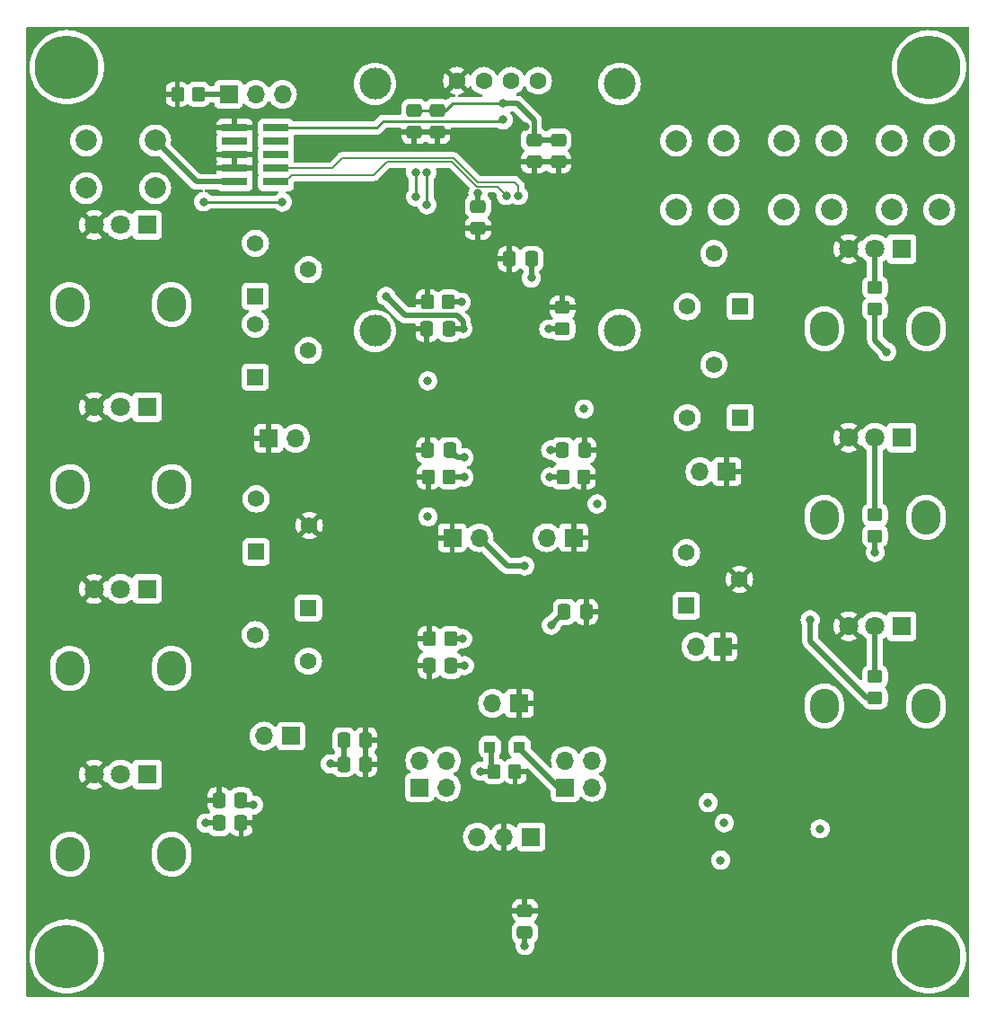
<source format=gbr>
%TF.GenerationSoftware,KiCad,Pcbnew,7.0.1-3b83917a11~172~ubuntu22.04.1*%
%TF.CreationDate,2023-04-03T22:42:05+01:00*%
%TF.ProjectId,adsr_vca_fx,61647372-5f76-4636-915f-66782e6b6963,rev?*%
%TF.SameCoordinates,Original*%
%TF.FileFunction,Copper,L4,Bot*%
%TF.FilePolarity,Positive*%
%FSLAX46Y46*%
G04 Gerber Fmt 4.6, Leading zero omitted, Abs format (unit mm)*
G04 Created by KiCad (PCBNEW 7.0.1-3b83917a11~172~ubuntu22.04.1) date 2023-04-03 22:42:05*
%MOMM*%
%LPD*%
G01*
G04 APERTURE LIST*
G04 Aperture macros list*
%AMRoundRect*
0 Rectangle with rounded corners*
0 $1 Rounding radius*
0 $2 $3 $4 $5 $6 $7 $8 $9 X,Y pos of 4 corners*
0 Add a 4 corners polygon primitive as box body*
4,1,4,$2,$3,$4,$5,$6,$7,$8,$9,$2,$3,0*
0 Add four circle primitives for the rounded corners*
1,1,$1+$1,$2,$3*
1,1,$1+$1,$4,$5*
1,1,$1+$1,$6,$7*
1,1,$1+$1,$8,$9*
0 Add four rect primitives between the rounded corners*
20,1,$1+$1,$2,$3,$4,$5,0*
20,1,$1+$1,$4,$5,$6,$7,0*
20,1,$1+$1,$6,$7,$8,$9,0*
20,1,$1+$1,$8,$9,$2,$3,0*%
G04 Aperture macros list end*
%TA.AperFunction,ComponentPad*%
%ADD10R,1.700000X1.700000*%
%TD*%
%TA.AperFunction,ComponentPad*%
%ADD11O,1.700000X1.700000*%
%TD*%
%TA.AperFunction,ComponentPad*%
%ADD12C,2.000000*%
%TD*%
%TA.AperFunction,ComponentPad*%
%ADD13C,6.000000*%
%TD*%
%TA.AperFunction,ComponentPad*%
%ADD14R,1.560000X1.560000*%
%TD*%
%TA.AperFunction,ComponentPad*%
%ADD15C,1.560000*%
%TD*%
%TA.AperFunction,ComponentPad*%
%ADD16O,2.720000X3.240000*%
%TD*%
%TA.AperFunction,ComponentPad*%
%ADD17R,1.800000X1.800000*%
%TD*%
%TA.AperFunction,ComponentPad*%
%ADD18C,1.800000*%
%TD*%
%TA.AperFunction,ComponentPad*%
%ADD19C,0.500000*%
%TD*%
%TA.AperFunction,SMDPad,CuDef*%
%ADD20R,2.500000X2.500000*%
%TD*%
%TA.AperFunction,WasherPad*%
%ADD21C,3.000000*%
%TD*%
%TA.AperFunction,ComponentPad*%
%ADD22C,1.600000*%
%TD*%
%TA.AperFunction,SMDPad,CuDef*%
%ADD23RoundRect,0.250000X-0.450000X0.350000X-0.450000X-0.350000X0.450000X-0.350000X0.450000X0.350000X0*%
%TD*%
%TA.AperFunction,SMDPad,CuDef*%
%ADD24RoundRect,0.250000X0.337500X0.475000X-0.337500X0.475000X-0.337500X-0.475000X0.337500X-0.475000X0*%
%TD*%
%TA.AperFunction,SMDPad,CuDef*%
%ADD25RoundRect,0.250000X-0.475000X0.337500X-0.475000X-0.337500X0.475000X-0.337500X0.475000X0.337500X0*%
%TD*%
%TA.AperFunction,SMDPad,CuDef*%
%ADD26RoundRect,0.250000X-0.337500X-0.475000X0.337500X-0.475000X0.337500X0.475000X-0.337500X0.475000X0*%
%TD*%
%TA.AperFunction,SMDPad,CuDef*%
%ADD27RoundRect,0.250000X0.475000X-0.337500X0.475000X0.337500X-0.475000X0.337500X-0.475000X-0.337500X0*%
%TD*%
%TA.AperFunction,SMDPad,CuDef*%
%ADD28RoundRect,0.250000X-0.350000X-0.450000X0.350000X-0.450000X0.350000X0.450000X-0.350000X0.450000X0*%
%TD*%
%TA.AperFunction,SMDPad,CuDef*%
%ADD29RoundRect,0.250000X0.350000X0.450000X-0.350000X0.450000X-0.350000X-0.450000X0.350000X-0.450000X0*%
%TD*%
%TA.AperFunction,SMDPad,CuDef*%
%ADD30RoundRect,0.250000X0.300000X0.300000X-0.300000X0.300000X-0.300000X-0.300000X0.300000X-0.300000X0*%
%TD*%
%TA.AperFunction,SMDPad,CuDef*%
%ADD31R,2.400000X0.740000*%
%TD*%
%TA.AperFunction,ViaPad*%
%ADD32C,0.800000*%
%TD*%
%TA.AperFunction,Conductor*%
%ADD33C,0.250000*%
%TD*%
%TA.AperFunction,Conductor*%
%ADD34C,0.500000*%
%TD*%
%TA.AperFunction,Conductor*%
%ADD35C,0.127000*%
%TD*%
G04 APERTURE END LIST*
D10*
%TO.P,J1,1,Pin_1*%
%TO.N,VDD*%
X123784600Y-127152400D03*
D11*
%TO.P,J1,2,Pin_2*%
%TO.N,GND*%
X121244600Y-127152400D03*
%TO.P,J1,3,Pin_3*%
%TO.N,VSS*%
X118704600Y-127152400D03*
%TD*%
D12*
%TO.P,SW2,1,1*%
%TO.N,+3.3V*%
X137450000Y-68020000D03*
X137450000Y-61520000D03*
%TO.P,SW2,2,2*%
%TO.N,/EnvelopeGenerator/user_btn1*%
X141950000Y-68020000D03*
X141950000Y-61520000D03*
%TD*%
D13*
%TO.P,H3,1*%
%TO.N,N/C*%
X161290000Y-138430000D03*
%TD*%
D10*
%TO.P,J3,1,Pin_1*%
%TO.N,/PowerSupply/-5V*%
X113284000Y-122488750D03*
D11*
%TO.P,J3,2,Pin_2*%
%TO.N,VSSA*%
X113284000Y-119948750D03*
%TO.P,J3,3,Pin_3*%
%TO.N,VSS*%
X115824000Y-122488750D03*
%TO.P,J3,4,Pin_4*%
%TO.N,VSSA*%
X115824000Y-119948750D03*
%TD*%
D14*
%TO.P,RV1,1,1*%
%TO.N,/AudioInput/audio_out*%
X102790000Y-105587600D03*
D15*
%TO.P,RV1,2,2*%
%TO.N,Net-(U1A--)*%
X97790000Y-108087600D03*
%TO.P,RV1,3,3*%
X102790000Y-110587600D03*
%TD*%
D16*
%TO.P,RV3,*%
%TO.N,*%
X161010000Y-97025000D03*
X151410000Y-97025000D03*
D17*
%TO.P,RV3,1,1*%
%TO.N,/AudioOutput/audio_in2*%
X158710000Y-89525000D03*
D18*
%TO.P,RV3,2,2*%
%TO.N,Net-(R3-Pad1)*%
X156210000Y-89525000D03*
%TO.P,RV3,3,3*%
%TO.N,GND*%
X153710000Y-89525000D03*
%TD*%
D16*
%TO.P,RV4,*%
%TO.N,*%
X161010000Y-114805000D03*
X151410000Y-114805000D03*
D17*
%TO.P,RV4,1,1*%
%TO.N,/AudioInput/audio_out*%
X158710000Y-107305000D03*
D18*
%TO.P,RV4,2,2*%
%TO.N,Net-(R4-Pad1)*%
X156210000Y-107305000D03*
%TO.P,RV4,3,3*%
%TO.N,GND*%
X153710000Y-107305000D03*
%TD*%
D11*
%TO.P,J5,2,Pin_2*%
%TO.N,Net-(J5-Pin_2)*%
X139294000Y-109220000D03*
D10*
%TO.P,J5,1,Pin_1*%
%TO.N,GND*%
X141834000Y-109220000D03*
%TD*%
%TO.P,JP1,1,A*%
%TO.N,/AudioInput/peak_detect_out*%
X101142800Y-117652800D03*
D11*
%TO.P,JP1,2,B*%
%TO.N,/EnvelopeGenerator/peak_detect_gatecv*%
X98602800Y-117652800D03*
%TD*%
D16*
%TO.P,RV12,*%
%TO.N,*%
X89890000Y-111275000D03*
X80290000Y-111275000D03*
D17*
%TO.P,RV12,1,1*%
%TO.N,+3.3V*%
X87590000Y-103775000D03*
D18*
%TO.P,RV12,2,2*%
%TO.N,/ADSRPots/env_in.sustain*%
X85090000Y-103775000D03*
%TO.P,RV12,3,3*%
%TO.N,GND*%
X82590000Y-103775000D03*
%TD*%
D10*
%TO.P,J9,1,Pin_1*%
%TO.N,GND*%
X127787800Y-98943600D03*
D11*
%TO.P,J9,2,Pin_2*%
%TO.N,/AudioOutput/audio_in1*%
X125247800Y-98943600D03*
%TD*%
D12*
%TO.P,SW3,1,1*%
%TO.N,+3.3V*%
X147610000Y-68020000D03*
X147610000Y-61520000D03*
%TO.P,SW3,2,2*%
%TO.N,/EnvelopeGenerator/user_btn2*%
X152110000Y-68020000D03*
X152110000Y-61520000D03*
%TD*%
D14*
%TO.P,RV6,1,1*%
%TO.N,VDDA*%
X143510000Y-77170000D03*
D15*
%TO.P,RV6,2,2*%
%TO.N,Net-(R11-Pad1)*%
X141010000Y-72170000D03*
%TO.P,RV6,3,3*%
%TO.N,VSSA*%
X138510000Y-77170000D03*
%TD*%
D10*
%TO.P,J10,1,Pin_1*%
%TO.N,GND*%
X116347500Y-98948000D03*
D11*
%TO.P,J10,2,Pin_2*%
%TO.N,/AudioOutput/audio_in2*%
X118887500Y-98948000D03*
%TD*%
D14*
%TO.P,RV8,1,1*%
%TO.N,Net-(U4A-+)*%
X138430000Y-105370000D03*
D15*
%TO.P,RV8,2,2*%
%TO.N,GND*%
X143430000Y-102870000D03*
%TO.P,RV8,3,3*%
%TO.N,Net-(U4A--)*%
X138430000Y-100370000D03*
%TD*%
D13*
%TO.P,H1,1*%
%TO.N,N/C*%
X161290000Y-54610000D03*
%TD*%
D16*
%TO.P,RV11,*%
%TO.N,*%
X89890000Y-76969000D03*
X80290000Y-76969000D03*
D17*
%TO.P,RV11,1,1*%
%TO.N,+3.3V*%
X87590000Y-69469000D03*
D18*
%TO.P,RV11,2,2*%
%TO.N,/ADSRPots/env_in.attack*%
X85090000Y-69469000D03*
%TO.P,RV11,3,3*%
%TO.N,GND*%
X82590000Y-69469000D03*
%TD*%
D10*
%TO.P,J8,1,Pin_1*%
%TO.N,GND*%
X142240000Y-92710000D03*
D11*
%TO.P,J8,2,Pin_2*%
%TO.N,Net-(J8-Pin_2)*%
X139700000Y-92710000D03*
%TD*%
D16*
%TO.P,RV13,*%
%TO.N,*%
X89890000Y-94130000D03*
X80290000Y-94130000D03*
D17*
%TO.P,RV13,1,1*%
%TO.N,+3.3V*%
X87590000Y-86630000D03*
D18*
%TO.P,RV13,2,2*%
%TO.N,/ADSRPots/env_in.decay*%
X85090000Y-86630000D03*
%TO.P,RV13,3,3*%
%TO.N,GND*%
X82590000Y-86630000D03*
%TD*%
D16*
%TO.P,RV14,*%
%TO.N,*%
X89890000Y-128775000D03*
X80290000Y-128775000D03*
D17*
%TO.P,RV14,1,1*%
%TO.N,+3.3V*%
X87590000Y-121275000D03*
D18*
%TO.P,RV14,2,2*%
%TO.N,/ADSRPots/env_in.release*%
X85090000Y-121275000D03*
%TO.P,RV14,3,3*%
%TO.N,GND*%
X82590000Y-121275000D03*
%TD*%
D12*
%TO.P,SW1,1,1*%
%TO.N,+3.3V*%
X81840000Y-61504000D03*
X88340000Y-61504000D03*
%TO.P,SW1,2,2*%
%TO.N,/EnvelopeGenerator/manual_gate_cv*%
X81840000Y-66004000D03*
X88340000Y-66004000D03*
%TD*%
D14*
%TO.P,RV9,1,1*%
%TO.N,Net-(J7-Pin_2)*%
X97790000Y-83812000D03*
D15*
%TO.P,RV9,2,2*%
%TO.N,Net-(U5B--)*%
X102790000Y-81312000D03*
%TO.P,RV9,3,3*%
X97790000Y-78812000D03*
%TD*%
D14*
%TO.P,RV7,1,1*%
%TO.N,Net-(U4C-+)*%
X97870000Y-100290000D03*
D15*
%TO.P,RV7,2,2*%
%TO.N,GND*%
X102870000Y-97790000D03*
%TO.P,RV7,3,3*%
%TO.N,Net-(U4C--)*%
X97870000Y-95290000D03*
%TD*%
D13*
%TO.P,H4,1*%
%TO.N,N/C*%
X80010000Y-138430000D03*
%TD*%
D19*
%TO.P,U3,33,VSS*%
%TO.N,GND*%
X121526000Y-62149500D03*
X120526000Y-62149500D03*
X119526000Y-62149500D03*
X121526000Y-63149500D03*
X120526000Y-63149500D03*
D20*
X120526000Y-63149500D03*
D19*
X119526000Y-63149500D03*
X121526000Y-64149500D03*
X120526000Y-64149500D03*
X119526000Y-64149500D03*
%TD*%
D14*
%TO.P,RV5,1,1*%
%TO.N,VDDA*%
X97790000Y-76192000D03*
D15*
%TO.P,RV5,2,2*%
%TO.N,Net-(R10-Pad1)*%
X102790000Y-73692000D03*
%TO.P,RV5,3,3*%
%TO.N,VSSA*%
X97790000Y-71192000D03*
%TD*%
D12*
%TO.P,SW4,1,1*%
%TO.N,+3.3V*%
X157770000Y-68020000D03*
X157770000Y-61520000D03*
%TO.P,SW4,2,2*%
%TO.N,/EnvelopeGenerator/user_btn3*%
X162270000Y-68020000D03*
X162270000Y-61520000D03*
%TD*%
D16*
%TO.P,RV2,*%
%TO.N,*%
X161010000Y-79245000D03*
X151410000Y-79245000D03*
D17*
%TO.P,RV2,1,1*%
%TO.N,/AudioOutput/audio_in1*%
X158710000Y-71745000D03*
D18*
%TO.P,RV2,2,2*%
%TO.N,Net-(R2-Pad1)*%
X156210000Y-71745000D03*
%TO.P,RV2,3,3*%
%TO.N,GND*%
X153710000Y-71745000D03*
%TD*%
D10*
%TO.P,J2,1,Pin_1*%
%TO.N,/PowerSupply/PolarityProtection/VOUT*%
X127000000Y-122488750D03*
D11*
%TO.P,J2,2,Pin_2*%
%TO.N,VDDA*%
X127000000Y-119948750D03*
%TO.P,J2,3,Pin_3*%
%TO.N,/PowerSupply/+5V*%
X129540000Y-122488750D03*
%TO.P,J2,4,Pin_4*%
%TO.N,VDDA*%
X129540000Y-119948750D03*
%TD*%
D14*
%TO.P,RV10,1,1*%
%TO.N,Net-(J8-Pin_2)*%
X143510000Y-87630000D03*
D15*
%TO.P,RV10,2,2*%
%TO.N,Net-(U5A--)*%
X141010000Y-82630000D03*
%TO.P,RV10,3,3*%
X138510000Y-87630000D03*
%TD*%
D10*
%TO.P,J7,1,Pin_1*%
%TO.N,GND*%
X99060000Y-89567000D03*
D11*
%TO.P,J7,2,Pin_2*%
%TO.N,Net-(J7-Pin_2)*%
X101600000Y-89567000D03*
%TD*%
D21*
%TO.P,J11,*%
%TO.N,*%
X109066200Y-56162400D03*
X109066200Y-79451200D03*
X132129400Y-56162400D03*
X132129400Y-79400400D03*
D22*
%TO.P,J11,1,Pin_1*%
%TO.N,GND*%
X116787800Y-55880000D03*
%TO.P,J11,2,Pin_2*%
%TO.N,+3.3V*%
X119327800Y-55880000D03*
%TO.P,J11,3,Pin_3*%
%TO.N,/EnvelopeGenerator/displaybus.sda*%
X121867800Y-55880000D03*
%TO.P,J11,4,Pin_4*%
%TO.N,/EnvelopeGenerator/displaybus.scl*%
X124453800Y-55880000D03*
%TD*%
D13*
%TO.P,H2,1*%
%TO.N,N/C*%
X80010000Y-54610000D03*
%TD*%
D10*
%TO.P,J4,1,Pin_1*%
%TO.N,GND*%
X122682000Y-114554000D03*
D11*
%TO.P,J4,2,Pin_2*%
%TO.N,Net-(J4-Pin_2)*%
X120142000Y-114554000D03*
%TD*%
D23*
%TO.P,R4,1*%
%TO.N,Net-(R4-Pad1)*%
X156210000Y-112030000D03*
%TO.P,R4,2*%
%TO.N,Net-(U1B--)*%
X156210000Y-114030000D03*
%TD*%
D24*
%TO.P,C12,1*%
%TO.N,VDDA*%
X116037000Y-79263000D03*
%TO.P,C12,2*%
%TO.N,GND*%
X113962000Y-79263000D03*
%TD*%
D25*
%TO.P,C9,1*%
%TO.N,+3.3V*%
X112776000Y-58677900D03*
%TO.P,C9,2*%
%TO.N,GND*%
X112776000Y-60752900D03*
%TD*%
D23*
%TO.P,R2,1*%
%TO.N,Net-(R2-Pad1)*%
X156210000Y-75363000D03*
%TO.P,R2,2*%
%TO.N,Net-(U1B--)*%
X156210000Y-77363000D03*
%TD*%
%TO.P,R14,1*%
%TO.N,GND*%
X126746000Y-77232000D03*
%TO.P,R14,2*%
%TO.N,Net-(U5A--)*%
X126746000Y-79232000D03*
%TD*%
D24*
%TO.P,C22,1*%
%TO.N,+3.3V*%
X96444500Y-123698000D03*
%TO.P,C22,2*%
%TO.N,GND*%
X94369500Y-123698000D03*
%TD*%
D25*
%TO.P,C6,1*%
%TO.N,+3.3V*%
X118770800Y-67705500D03*
%TO.P,C6,2*%
%TO.N,GND*%
X118770800Y-69780500D03*
%TD*%
D26*
%TO.P,C21,1*%
%TO.N,/PowerSupply/+5V*%
X94369500Y-125857000D03*
%TO.P,C21,2*%
%TO.N,GND*%
X96444500Y-125857000D03*
%TD*%
%TO.P,C10,1*%
%TO.N,VDDA*%
X126740000Y-90693000D03*
%TO.P,C10,2*%
%TO.N,GND*%
X128815000Y-90693000D03*
%TD*%
D25*
%TO.P,C8,1*%
%TO.N,+3.3V*%
X114935000Y-58677900D03*
%TO.P,C8,2*%
%TO.N,GND*%
X114935000Y-60752900D03*
%TD*%
D27*
%TO.P,C23,1*%
%TO.N,/PowerSupply/+5V*%
X123190000Y-136158500D03*
%TO.P,C23,2*%
%TO.N,GND*%
X123190000Y-134083500D03*
%TD*%
D25*
%TO.P,C7,1*%
%TO.N,+3.3V*%
X126340000Y-61457100D03*
%TO.P,C7,2*%
%TO.N,GND*%
X126340000Y-63532100D03*
%TD*%
D26*
%TO.P,C4,1*%
%TO.N,+3.3V*%
X106111523Y-118042500D03*
%TO.P,C4,2*%
%TO.N,GND*%
X108186523Y-118042500D03*
%TD*%
D28*
%TO.P,R1,1*%
%TO.N,GND*%
X114188500Y-108473000D03*
%TO.P,R1,2*%
%TO.N,Net-(U1A--)*%
X116188500Y-108473000D03*
%TD*%
D26*
%TO.P,C2,1*%
%TO.N,GND*%
X114151000Y-111013000D03*
%TO.P,C2,2*%
%TO.N,VSSA*%
X116226000Y-111013000D03*
%TD*%
D28*
%TO.P,R16,1*%
%TO.N,GND*%
X114077500Y-93233000D03*
%TO.P,R16,2*%
%TO.N,Net-(R16-Pad2)*%
X116077500Y-93233000D03*
%TD*%
%TO.P,R25,1*%
%TO.N,Net-(D3-A)*%
X120269000Y-120964750D03*
%TO.P,R25,2*%
%TO.N,GND*%
X122269000Y-120964750D03*
%TD*%
D26*
%TO.P,C11,1*%
%TO.N,GND*%
X114040000Y-90693000D03*
%TO.P,C11,2*%
%TO.N,VSSA*%
X116115000Y-90693000D03*
%TD*%
D28*
%TO.P,R13,1*%
%TO.N,GND*%
X113999500Y-76723000D03*
%TO.P,R13,2*%
%TO.N,Net-(U5B--)*%
X115999500Y-76723000D03*
%TD*%
D11*
%TO.P,J12,3,Pin_3*%
%TO.N,+3.3V*%
X100345000Y-57150000D03*
%TO.P,J12,2,Pin_2*%
%TO.N,/EnvelopeGenerator/boot0*%
X97805000Y-57150000D03*
D10*
%TO.P,J12,1,Pin_1*%
%TO.N,Net-(J12-Pin_1)*%
X95265000Y-57150000D03*
%TD*%
D25*
%TO.P,C5,1*%
%TO.N,+3.3V*%
X124054000Y-61457100D03*
%TO.P,C5,2*%
%TO.N,GND*%
X124054000Y-63532100D03*
%TD*%
D29*
%TO.P,R18,1*%
%TO.N,GND*%
X128777500Y-93233000D03*
%TO.P,R18,2*%
%TO.N,Net-(R18-Pad2)*%
X126777500Y-93233000D03*
%TD*%
D30*
%TO.P,D3,1,K*%
%TO.N,/PowerSupply/PolarityProtection/VOUT*%
X122685000Y-118678750D03*
%TO.P,D3,2,A*%
%TO.N,Net-(D3-A)*%
X119885000Y-118678750D03*
%TD*%
D31*
%TO.P,J6,1,Pin_1*%
%TO.N,+3.3V*%
X95840000Y-65405000D03*
%TO.P,J6,2,Pin_2*%
%TO.N,/EnvelopeGenerator/swdio*%
X99740000Y-65405000D03*
%TO.P,J6,3,Pin_3*%
%TO.N,GND*%
X95840000Y-64135000D03*
%TO.P,J6,4,Pin_4*%
%TO.N,/EnvelopeGenerator/swclk*%
X99740000Y-64135000D03*
%TO.P,J6,5,Pin_5*%
%TO.N,GND*%
X95840000Y-62865000D03*
%TO.P,J6,6,Pin_6*%
%TO.N,unconnected-(J6-Pin_6-Pad6)*%
X99740000Y-62865000D03*
%TO.P,J6,7,Pin_7*%
%TO.N,unconnected-(J6-Pin_7-Pad7)*%
X95840000Y-61595000D03*
%TO.P,J6,8,Pin_8*%
%TO.N,unconnected-(J6-Pin_8-Pad8)*%
X99740000Y-61595000D03*
%TO.P,J6,9,Pin_9*%
%TO.N,GND*%
X95840000Y-60325000D03*
%TO.P,J6,10,Pin_10*%
%TO.N,/EnvelopeGenerator/reset*%
X99740000Y-60325000D03*
%TD*%
D26*
%TO.P,C1,1*%
%TO.N,VDDA*%
X126916000Y-105933000D03*
%TO.P,C1,2*%
%TO.N,GND*%
X128991000Y-105933000D03*
%TD*%
D23*
%TO.P,R3,1*%
%TO.N,Net-(R3-Pad1)*%
X156210000Y-96790000D03*
%TO.P,R3,2*%
%TO.N,Net-(U1B--)*%
X156210000Y-98790000D03*
%TD*%
D26*
%TO.P,C13,1*%
%TO.N,GND*%
X121746500Y-72680000D03*
%TO.P,C13,2*%
%TO.N,VSSA*%
X123821500Y-72680000D03*
%TD*%
D29*
%TO.P,R6,1*%
%TO.N,Net-(J12-Pin_1)*%
X92440000Y-57150000D03*
%TO.P,R6,2*%
%TO.N,GND*%
X90440000Y-57150000D03*
%TD*%
D26*
%TO.P,C3,1*%
%TO.N,+3.3V*%
X106111523Y-120287000D03*
%TO.P,C3,2*%
%TO.N,GND*%
X108186523Y-120287000D03*
%TD*%
D32*
%TO.N,GND*%
X136144000Y-107188000D03*
X115316000Y-69088000D03*
X120396000Y-104140000D03*
X94488000Y-120396000D03*
X121920000Y-139192000D03*
X117856000Y-72644000D03*
X115316000Y-87884000D03*
X121412000Y-86360000D03*
X127000000Y-87884000D03*
X132080000Y-97028000D03*
X129540000Y-109728000D03*
X91948000Y-118364000D03*
X150368000Y-72644000D03*
X154940000Y-68580000D03*
X154940000Y-59944000D03*
X135128000Y-57912000D03*
X134112000Y-61468000D03*
X133604000Y-66040000D03*
X133604000Y-69596000D03*
X128524000Y-65532000D03*
X107696000Y-68072000D03*
X91948000Y-59944000D03*
X79756000Y-85344000D03*
X79756000Y-119380000D03*
X79756000Y-101600000D03*
X78232000Y-133096000D03*
X153416000Y-138684000D03*
X148336000Y-138684000D03*
X143256000Y-138684000D03*
X138176000Y-138684000D03*
X153416000Y-118364000D03*
X159004000Y-118872000D03*
X148336000Y-113792000D03*
X138176000Y-113792000D03*
X143764000Y-113792000D03*
X145796000Y-100584000D03*
X145796000Y-77724000D03*
X145796000Y-72644000D03*
X83820000Y-131572000D03*
X83820000Y-113792000D03*
X84328000Y-95504000D03*
X84328000Y-90932000D03*
X84836000Y-77724000D03*
X78232000Y-60452000D03*
X104648000Y-55372000D03*
%TO.N,VDDA*%
X125684000Y-107203000D03*
X125628400Y-90678000D03*
X128777500Y-86816700D03*
X114046000Y-84175600D03*
X110126400Y-76192000D03*
X117363000Y-79263000D03*
%TO.N,GND*%
X110932000Y-133155000D03*
X110490000Y-87630000D03*
X146050000Y-120650000D03*
X105410000Y-115570000D03*
X158750000Y-74930000D03*
X151130000Y-140970000D03*
X132334000Y-89154000D03*
X82550000Y-80010000D03*
X100838000Y-93218000D03*
X125730000Y-133350000D03*
X123190000Y-69850000D03*
X163830000Y-87630000D03*
X148590000Y-80010000D03*
X97754000Y-126045000D03*
X148590000Y-85090000D03*
X140970000Y-120650000D03*
X133350000Y-134726000D03*
X130810000Y-132186000D03*
X156892800Y-129471200D03*
X161290000Y-105410000D03*
X163830000Y-64770000D03*
X91440000Y-83820000D03*
X163830000Y-128270000D03*
X105410000Y-69850000D03*
X101854000Y-107950000D03*
X91440000Y-97790000D03*
X113030000Y-113030000D03*
X91186000Y-106426000D03*
X110490000Y-69850000D03*
X110490000Y-115570000D03*
X163830000Y-113030000D03*
X85090000Y-55880000D03*
X145542000Y-82550000D03*
X97180400Y-138176000D03*
X145542000Y-89154000D03*
X125730000Y-67310000D03*
X163830000Y-77470000D03*
X138430000Y-134726000D03*
X124866400Y-116611400D03*
X128270000Y-130810000D03*
X161290000Y-124566000D03*
X106883200Y-123240800D03*
X138430000Y-123190000D03*
X148590000Y-69850000D03*
X152066800Y-129471200D03*
X133350000Y-123190000D03*
X91186000Y-102870000D03*
X128270000Y-69850000D03*
X117094000Y-66040000D03*
X163830000Y-102870000D03*
X130810000Y-67310000D03*
X130860800Y-76098400D03*
X83820000Y-125730000D03*
X145288000Y-129392000D03*
X147828000Y-129392000D03*
X104394000Y-93218000D03*
X103124000Y-130556000D03*
X107950000Y-107950000D03*
X95250000Y-113030000D03*
X91440000Y-88900000D03*
X85090000Y-52070000D03*
X107950000Y-100330000D03*
X156210000Y-140970000D03*
X153670000Y-95250000D03*
X107950000Y-95250000D03*
X153670000Y-123190000D03*
X139700000Y-55880000D03*
X148590000Y-74930000D03*
X140970000Y-75946000D03*
X96316800Y-135636000D03*
X163830000Y-107950000D03*
X163830000Y-72390000D03*
X140970000Y-104394000D03*
X86360000Y-128524000D03*
X105410000Y-80010000D03*
X151384000Y-52832000D03*
X163830000Y-82550000D03*
X146050000Y-140970000D03*
X148844000Y-55880000D03*
X163830000Y-133350000D03*
X125578000Y-111034000D03*
X156210000Y-137266000D03*
X135890000Y-115570000D03*
X143764000Y-55880000D03*
X87630000Y-138430000D03*
X148590000Y-90170000D03*
X113284000Y-55880000D03*
X153416000Y-55880000D03*
X92710000Y-138430000D03*
X128016000Y-55880000D03*
X135890000Y-77470000D03*
X123204500Y-60208438D03*
X163830000Y-123190000D03*
X110490000Y-107950000D03*
X104902000Y-107950000D03*
X99695000Y-138677000D03*
X161290000Y-129646000D03*
X155448000Y-52832000D03*
X97993200Y-129692400D03*
X105918000Y-97790000D03*
X153670000Y-82550000D03*
X105537000Y-135502000D03*
X116012000Y-133155000D03*
X92710000Y-132384800D03*
X110490000Y-120650000D03*
X140970000Y-140970000D03*
X87884000Y-53848000D03*
X163830000Y-97790000D03*
X153162000Y-74930000D03*
X85090000Y-140970000D03*
X83820000Y-107950000D03*
X99314000Y-97790000D03*
X121026000Y-133155000D03*
X131521200Y-114655600D03*
X95758000Y-104902000D03*
X90170000Y-140970000D03*
X163830000Y-92710000D03*
X85852000Y-111252000D03*
X109982000Y-97790000D03*
X148590000Y-97790000D03*
X90170000Y-115570000D03*
X133350000Y-118110000D03*
X146050000Y-115570000D03*
X163830000Y-118110000D03*
X107950000Y-113030000D03*
X82550000Y-74930000D03*
X148590000Y-102870000D03*
X135890000Y-80010000D03*
X130810000Y-59690000D03*
X156210000Y-117094000D03*
X104394000Y-100330000D03*
X158750000Y-123190000D03*
X128270000Y-135890000D03*
X135890000Y-120650000D03*
X140970000Y-115570000D03*
%TO.N,VSSA*%
X129997200Y-95758000D03*
X114046000Y-96977200D03*
X117449600Y-91389200D03*
X117500400Y-110998000D03*
X123799600Y-74472800D03*
%TO.N,+3.3V*%
X97632000Y-124145000D03*
X104851200Y-120275061D03*
X121158000Y-58039000D03*
X118770800Y-66507800D03*
%TO.N,/EnvelopeGenerator/adsr_env_out2*%
X113962000Y-64516000D03*
X113962000Y-67564000D03*
%TO.N,/EnvelopeGenerator/adsr_env_out1*%
X112878000Y-66802000D03*
X112878000Y-64516000D03*
%TO.N,/PowerSupply/+5V*%
X93121000Y-125857000D03*
X123190000Y-137407000D03*
%TO.N,Net-(D3-A)*%
X118999000Y-120964750D03*
%TO.N,/AudioOutput/audio_in2*%
X123190000Y-101600000D03*
%TO.N,/EnvelopeGenerator/swdio*%
X121437400Y-66700400D03*
%TO.N,/EnvelopeGenerator/swclk*%
X122580400Y-66700400D03*
%TO.N,/EnvelopeGenerator/reset*%
X121158000Y-59563000D03*
%TO.N,Net-(U1B--)*%
X150089000Y-106680000D03*
X157322500Y-81437500D03*
X156210000Y-100330000D03*
%TO.N,Net-(U1A--)*%
X117344000Y-108473000D03*
%TO.N,/EnvelopeGenerator/manual_gate_cv*%
X92913200Y-67284600D03*
X100330000Y-67310000D03*
%TO.N,Net-(U6-SW)*%
X141652800Y-129344200D03*
X151028400Y-126394800D03*
X141986000Y-125836000D03*
%TO.N,Net-(U5B--)*%
X117196000Y-76744000D03*
%TO.N,Net-(U5A--)*%
X125451000Y-79284000D03*
%TO.N,Net-(R16-Pad2)*%
X117450000Y-93254000D03*
%TO.N,Net-(R18-Pad2)*%
X125557000Y-93233000D03*
%TO.N,/PowerSupply/PolarityProtection/VOUT*%
X140462000Y-123931000D03*
%TD*%
D33*
%TO.N,/EnvelopeGenerator/reset*%
X121158000Y-59563000D02*
X121030500Y-59690500D01*
X121030500Y-59690500D02*
X109854500Y-59690500D01*
X109220000Y-60325000D02*
X99740000Y-60325000D01*
X109854500Y-59690500D02*
X109220000Y-60325000D01*
D34*
%TO.N,+3.3V*%
X95840000Y-65405000D02*
X92241000Y-65405000D01*
X92241000Y-65405000D02*
X88340000Y-61504000D01*
D35*
%TO.N,/EnvelopeGenerator/swdio*%
X121437400Y-66700400D02*
X120581300Y-65844300D01*
X120581300Y-65844300D02*
X118650900Y-65844300D01*
X116306600Y-63500000D02*
X110236000Y-63500000D01*
X118650900Y-65844300D02*
X116306600Y-63500000D01*
X108967500Y-64768500D02*
X101203500Y-64768500D01*
X100567000Y-65405000D02*
X99740000Y-65405000D01*
X110236000Y-63500000D02*
X108967500Y-64768500D01*
X101203500Y-64768500D02*
X100567000Y-65405000D01*
%TO.N,/EnvelopeGenerator/swclk*%
X122580400Y-66700400D02*
X122580400Y-65760600D01*
X122580400Y-65760600D02*
X122250200Y-65430400D01*
X122250200Y-65430400D02*
X118745000Y-65430400D01*
X118745000Y-65430400D02*
X116487600Y-63173000D01*
X116487600Y-63173000D02*
X105991000Y-63173000D01*
X105991000Y-63173000D02*
X105029000Y-64135000D01*
X105029000Y-64135000D02*
X99740000Y-64135000D01*
D33*
%TO.N,/EnvelopeGenerator/manual_gate_cv*%
X100330000Y-67310000D02*
X92938600Y-67310000D01*
X92938600Y-67310000D02*
X92913200Y-67284600D01*
D34*
%TO.N,Net-(J12-Pin_1)*%
X92440000Y-57150000D02*
X95265000Y-57150000D01*
%TO.N,VDDA*%
X117363000Y-78551800D02*
X117363000Y-79263000D01*
X125628400Y-90678000D02*
X126725000Y-90678000D01*
X110126400Y-76192000D02*
X111912400Y-77978000D01*
X111912400Y-77978000D02*
X116789200Y-77978000D01*
X126725000Y-90678000D02*
X126740000Y-90693000D01*
X125684000Y-107165000D02*
X126916000Y-105933000D01*
X116789200Y-77978000D02*
X117363000Y-78551800D01*
X117363000Y-79263000D02*
X116037000Y-79263000D01*
%TO.N,VSSA*%
X123799600Y-72701900D02*
X123821500Y-72680000D01*
X117500400Y-110998000D02*
X116241000Y-110998000D01*
X116811200Y-91389200D02*
X116115000Y-90693000D01*
X117449600Y-91389200D02*
X116811200Y-91389200D01*
X116241000Y-110998000D02*
X116226000Y-111013000D01*
X123799600Y-74472800D02*
X123799600Y-72701900D01*
D33*
%TO.N,+3.3V*%
X116357400Y-58039000D02*
X115718500Y-58677900D01*
D34*
X104863139Y-120287000D02*
X104851200Y-120275061D01*
X122465500Y-58039000D02*
X124054000Y-59627500D01*
X106111523Y-120287000D02*
X104863139Y-120287000D01*
X96891500Y-124145000D02*
X96444500Y-123698000D01*
X118770800Y-66507800D02*
X118770800Y-67705500D01*
X126340000Y-61457100D02*
X124054000Y-61457100D01*
X97632000Y-124145000D02*
X96891500Y-124145000D01*
D33*
X114935000Y-58677900D02*
X112776000Y-58677900D01*
X121158000Y-58039000D02*
X116357400Y-58039000D01*
D34*
X124054000Y-59627500D02*
X124054000Y-61457100D01*
X106111523Y-120287000D02*
X106111523Y-118042500D01*
D33*
X115718500Y-58677900D02*
X114935000Y-58677900D01*
D34*
X121158000Y-58039000D02*
X122465500Y-58039000D01*
D33*
%TO.N,/EnvelopeGenerator/adsr_env_out2*%
X113962000Y-64516000D02*
X113962000Y-67564000D01*
%TO.N,/EnvelopeGenerator/adsr_env_out1*%
X112878000Y-66802000D02*
X112878000Y-64516000D01*
D34*
%TO.N,/PowerSupply/+5V*%
X123190000Y-137407000D02*
X123190000Y-136158500D01*
X93121000Y-125857000D02*
X94369500Y-125857000D01*
%TO.N,Net-(D3-A)*%
X120015000Y-118808750D02*
X119885000Y-118678750D01*
X118999000Y-120964750D02*
X120269000Y-120964750D01*
X120269000Y-120964750D02*
X120015000Y-120710750D01*
X120015000Y-120710750D02*
X120015000Y-118808750D01*
%TO.N,/AudioOutput/audio_in2*%
X123190000Y-101600000D02*
X121539500Y-101600000D01*
X121539500Y-101600000D02*
X118887500Y-98948000D01*
%TO.N,Net-(U1B--)*%
X150089000Y-106680000D02*
X150089000Y-108679000D01*
X156210000Y-80325000D02*
X156210000Y-77363000D01*
X157322500Y-81437500D02*
X156210000Y-80325000D01*
X156210000Y-100330000D02*
X156210000Y-98790000D01*
X155440000Y-114030000D02*
X156210000Y-114030000D01*
X150089000Y-108679000D02*
X155440000Y-114030000D01*
%TO.N,Net-(R2-Pad1)*%
X156210000Y-75363000D02*
X156210000Y-71745000D01*
%TO.N,Net-(R4-Pad1)*%
X156210000Y-112030000D02*
X156210000Y-107305000D01*
%TO.N,Net-(U1A--)*%
X117344000Y-108473000D02*
X116188500Y-108473000D01*
%TO.N,Net-(R3-Pad1)*%
X156210000Y-96790000D02*
X156210000Y-89525000D01*
%TO.N,Net-(U5B--)*%
X117196000Y-76744000D02*
X116020500Y-76744000D01*
%TO.N,Net-(U5A--)*%
X125451000Y-79284000D02*
X126678500Y-79284000D01*
X126678500Y-79284000D02*
X126699500Y-79263000D01*
%TO.N,Net-(R16-Pad2)*%
X117450000Y-93254000D02*
X116098500Y-93254000D01*
X116098500Y-93254000D02*
X116077500Y-93233000D01*
%TO.N,Net-(R18-Pad2)*%
X125557000Y-93233000D02*
X126777500Y-93233000D01*
%TO.N,/PowerSupply/PolarityProtection/VOUT*%
X122685000Y-118678750D02*
X122685000Y-118808750D01*
X122685000Y-118808750D02*
X126365000Y-122488750D01*
X126365000Y-122488750D02*
X127000000Y-122488750D01*
%TD*%
%TA.AperFunction,Conductor*%
%TO.N,GND*%
G36*
X165037500Y-50817113D02*
G01*
X165082887Y-50862500D01*
X165099500Y-50924500D01*
X165099500Y-142115500D01*
X165082887Y-142177500D01*
X165037500Y-142222887D01*
X164975500Y-142239500D01*
X76324500Y-142239500D01*
X76262500Y-142222887D01*
X76217113Y-142177500D01*
X76200500Y-142115500D01*
X76200500Y-138430000D01*
X76504696Y-138430000D01*
X76523897Y-138796406D01*
X76581293Y-139158788D01*
X76676258Y-139513200D01*
X76807744Y-139855735D01*
X76974320Y-140182656D01*
X77174146Y-140490363D01*
X77289599Y-140632935D01*
X77405051Y-140775506D01*
X77664494Y-141034949D01*
X77854587Y-141188883D01*
X77949636Y-141265853D01*
X78257343Y-141465679D01*
X78257348Y-141465682D01*
X78584264Y-141632255D01*
X78926801Y-141763742D01*
X79281206Y-141858705D01*
X79281209Y-141858705D01*
X79281211Y-141858706D01*
X79643593Y-141916102D01*
X79693373Y-141918710D01*
X80010000Y-141935304D01*
X80341645Y-141917923D01*
X80376406Y-141916102D01*
X80738788Y-141858706D01*
X80738788Y-141858705D01*
X80738794Y-141858705D01*
X81093199Y-141763742D01*
X81435736Y-141632255D01*
X81762652Y-141465682D01*
X82070366Y-141265851D01*
X82355506Y-141034949D01*
X82614949Y-140775506D01*
X82845851Y-140490366D01*
X83045682Y-140182652D01*
X83212255Y-139855736D01*
X83343742Y-139513199D01*
X83438705Y-139158794D01*
X83496102Y-138796404D01*
X83515304Y-138430000D01*
X157784696Y-138430000D01*
X157803897Y-138796406D01*
X157861293Y-139158788D01*
X157956258Y-139513200D01*
X158087744Y-139855735D01*
X158254320Y-140182656D01*
X158454146Y-140490363D01*
X158569599Y-140632935D01*
X158685051Y-140775506D01*
X158944494Y-141034949D01*
X159134587Y-141188883D01*
X159229636Y-141265853D01*
X159537343Y-141465679D01*
X159537348Y-141465682D01*
X159864264Y-141632255D01*
X160206801Y-141763742D01*
X160561206Y-141858705D01*
X160561209Y-141858705D01*
X160561211Y-141858706D01*
X160923593Y-141916102D01*
X160973373Y-141918710D01*
X161290000Y-141935304D01*
X161621645Y-141917923D01*
X161656406Y-141916102D01*
X162018788Y-141858706D01*
X162018788Y-141858705D01*
X162018794Y-141858705D01*
X162373199Y-141763742D01*
X162715736Y-141632255D01*
X163042652Y-141465682D01*
X163350366Y-141265851D01*
X163635506Y-141034949D01*
X163894949Y-140775506D01*
X164125851Y-140490366D01*
X164325682Y-140182652D01*
X164492255Y-139855736D01*
X164623742Y-139513199D01*
X164718705Y-139158794D01*
X164776102Y-138796404D01*
X164795304Y-138430000D01*
X164776102Y-138063596D01*
X164756402Y-137939216D01*
X164718706Y-137701211D01*
X164690316Y-137595257D01*
X164623742Y-137346801D01*
X164492255Y-137004264D01*
X164325682Y-136677348D01*
X164240390Y-136546009D01*
X164125853Y-136369636D01*
X164048883Y-136274587D01*
X163894949Y-136084494D01*
X163635506Y-135825051D01*
X163441814Y-135668202D01*
X163350363Y-135594146D01*
X163042656Y-135394320D01*
X162715735Y-135227744D01*
X162373200Y-135096258D01*
X162018788Y-135001293D01*
X161656406Y-134943897D01*
X161290000Y-134924696D01*
X160923593Y-134943897D01*
X160561211Y-135001293D01*
X160206799Y-135096258D01*
X159864264Y-135227744D01*
X159537343Y-135394320D01*
X159229636Y-135594146D01*
X158944490Y-135825054D01*
X158685054Y-136084490D01*
X158454146Y-136369636D01*
X158254320Y-136677343D01*
X158087744Y-137004264D01*
X157956258Y-137346799D01*
X157861293Y-137701211D01*
X157803897Y-138063593D01*
X157784696Y-138430000D01*
X83515304Y-138430000D01*
X83496102Y-138063596D01*
X83476402Y-137939216D01*
X83438706Y-137701211D01*
X83410316Y-137595257D01*
X83343742Y-137346801D01*
X83212255Y-137004264D01*
X83045682Y-136677348D01*
X82960390Y-136546009D01*
X82960389Y-136546008D01*
X121964500Y-136546008D01*
X121975000Y-136648796D01*
X122030186Y-136815334D01*
X122122286Y-136964654D01*
X122122287Y-136964655D01*
X122122288Y-136964656D01*
X122246344Y-137088712D01*
X122247249Y-137089270D01*
X122247254Y-137089273D01*
X122250703Y-137093070D01*
X122256593Y-137098960D01*
X122256310Y-137099242D01*
X122293449Y-137140129D01*
X122305479Y-137207773D01*
X122284540Y-137406999D01*
X122304326Y-137595257D01*
X122362820Y-137775284D01*
X122457466Y-137939216D01*
X122584129Y-138079889D01*
X122737269Y-138191151D01*
X122910197Y-138268144D01*
X123095352Y-138307500D01*
X123095354Y-138307500D01*
X123284646Y-138307500D01*
X123284648Y-138307500D01*
X123408084Y-138281262D01*
X123469803Y-138268144D01*
X123642730Y-138191151D01*
X123795871Y-138079888D01*
X123922533Y-137939216D01*
X124017179Y-137775284D01*
X124075674Y-137595256D01*
X124095460Y-137407000D01*
X124075674Y-137218744D01*
X124075672Y-137218739D01*
X124074520Y-137207774D01*
X124086550Y-137140127D01*
X124123689Y-137099242D01*
X124123407Y-137098960D01*
X124129297Y-137093069D01*
X124132746Y-137089273D01*
X124133656Y-137088712D01*
X124257712Y-136964656D01*
X124349814Y-136815334D01*
X124404999Y-136648797D01*
X124415500Y-136546009D01*
X124415499Y-135770992D01*
X124404999Y-135668203D01*
X124349814Y-135501666D01*
X124257712Y-135352344D01*
X124257711Y-135352342D01*
X124133659Y-135228290D01*
X124133653Y-135228286D01*
X124130344Y-135226245D01*
X124087163Y-135181138D01*
X124071440Y-135120704D01*
X124087164Y-135060271D01*
X124130348Y-135015164D01*
X124133348Y-135013313D01*
X124257316Y-134889345D01*
X124349357Y-134740122D01*
X124404506Y-134573696D01*
X124415000Y-134470979D01*
X124415000Y-134333500D01*
X121965001Y-134333500D01*
X121965001Y-134470979D01*
X121975493Y-134573695D01*
X122030642Y-134740122D01*
X122122683Y-134889345D01*
X122246654Y-135013316D01*
X122249656Y-135015168D01*
X122292835Y-135060274D01*
X122308558Y-135120704D01*
X122292837Y-135181135D01*
X122249659Y-135226242D01*
X122246344Y-135228286D01*
X122122288Y-135352342D01*
X122030186Y-135501665D01*
X121975000Y-135668202D01*
X121964500Y-135770990D01*
X121964500Y-136546008D01*
X82960389Y-136546008D01*
X82845853Y-136369636D01*
X82768883Y-136274587D01*
X82614949Y-136084494D01*
X82355506Y-135825051D01*
X82161814Y-135668202D01*
X82070363Y-135594146D01*
X81762656Y-135394320D01*
X81435735Y-135227744D01*
X81093200Y-135096258D01*
X80738788Y-135001293D01*
X80376406Y-134943897D01*
X80010000Y-134924696D01*
X79643593Y-134943897D01*
X79281211Y-135001293D01*
X78926799Y-135096258D01*
X78584264Y-135227744D01*
X78257343Y-135394320D01*
X77949636Y-135594146D01*
X77664490Y-135825054D01*
X77405054Y-136084490D01*
X77174146Y-136369636D01*
X76974320Y-136677343D01*
X76807744Y-137004264D01*
X76676258Y-137346799D01*
X76581293Y-137701211D01*
X76523897Y-138063593D01*
X76504696Y-138430000D01*
X76200500Y-138430000D01*
X76200500Y-133833500D01*
X121965000Y-133833500D01*
X122940000Y-133833500D01*
X122940000Y-132996001D01*
X122665021Y-132996001D01*
X122562304Y-133006493D01*
X122395877Y-133061642D01*
X122246654Y-133153683D01*
X122122683Y-133277654D01*
X122030642Y-133426877D01*
X121975493Y-133593303D01*
X121965000Y-133696021D01*
X121965000Y-133833500D01*
X76200500Y-133833500D01*
X76200500Y-132996000D01*
X123440000Y-132996000D01*
X123440000Y-133833500D01*
X124414999Y-133833500D01*
X124414999Y-133696021D01*
X124404506Y-133593304D01*
X124349357Y-133426877D01*
X124257316Y-133277654D01*
X124133345Y-133153683D01*
X123984122Y-133061642D01*
X123817696Y-133006493D01*
X123714979Y-132996000D01*
X123440000Y-132996000D01*
X76200500Y-132996000D01*
X76200500Y-129103003D01*
X78429500Y-129103003D01*
X78444402Y-129306617D01*
X78503616Y-129572438D01*
X78600906Y-129826813D01*
X78600907Y-129826814D01*
X78734196Y-130064310D01*
X78783647Y-130128351D01*
X78900645Y-130279869D01*
X79096704Y-130468894D01*
X79318199Y-130627359D01*
X79447906Y-130694046D01*
X79560403Y-130751885D01*
X79818159Y-130839819D01*
X79818161Y-130839819D01*
X79818163Y-130839820D01*
X80085970Y-130889286D01*
X80358130Y-130899232D01*
X80358130Y-130899231D01*
X80358131Y-130899232D01*
X80628839Y-130869446D01*
X80892326Y-130800562D01*
X81142975Y-130694047D01*
X81375444Y-130552173D01*
X81584779Y-130377963D01*
X81766518Y-130175131D01*
X81916788Y-129947998D01*
X82032386Y-129701406D01*
X82110847Y-129440611D01*
X82150500Y-129171171D01*
X82150500Y-129103003D01*
X88029500Y-129103003D01*
X88044402Y-129306617D01*
X88103616Y-129572438D01*
X88200906Y-129826813D01*
X88200907Y-129826814D01*
X88334196Y-130064310D01*
X88383647Y-130128351D01*
X88500645Y-130279869D01*
X88696704Y-130468894D01*
X88918199Y-130627359D01*
X89047906Y-130694046D01*
X89160403Y-130751885D01*
X89418159Y-130839819D01*
X89418161Y-130839819D01*
X89418163Y-130839820D01*
X89685970Y-130889286D01*
X89958130Y-130899232D01*
X89958130Y-130899231D01*
X89958131Y-130899232D01*
X90228839Y-130869446D01*
X90492326Y-130800562D01*
X90742975Y-130694047D01*
X90975444Y-130552173D01*
X91184779Y-130377963D01*
X91366518Y-130175131D01*
X91516788Y-129947998D01*
X91632386Y-129701406D01*
X91710847Y-129440611D01*
X91725036Y-129344200D01*
X140747340Y-129344200D01*
X140767126Y-129532457D01*
X140825620Y-129712484D01*
X140920266Y-129876416D01*
X141046929Y-130017089D01*
X141200069Y-130128351D01*
X141372997Y-130205344D01*
X141558152Y-130244700D01*
X141558154Y-130244700D01*
X141747446Y-130244700D01*
X141747448Y-130244700D01*
X141870883Y-130218462D01*
X141932603Y-130205344D01*
X142105530Y-130128351D01*
X142258671Y-130017088D01*
X142385333Y-129876416D01*
X142479979Y-129712484D01*
X142538474Y-129532456D01*
X142558260Y-129344200D01*
X142538474Y-129155944D01*
X142479979Y-128975916D01*
X142479979Y-128975915D01*
X142385333Y-128811983D01*
X142258670Y-128671310D01*
X142105530Y-128560048D01*
X141932602Y-128483055D01*
X141747448Y-128443700D01*
X141747446Y-128443700D01*
X141558154Y-128443700D01*
X141558152Y-128443700D01*
X141372997Y-128483055D01*
X141200069Y-128560048D01*
X141046929Y-128671310D01*
X140920266Y-128811983D01*
X140825620Y-128975915D01*
X140767126Y-129155942D01*
X140747340Y-129344200D01*
X91725036Y-129344200D01*
X91750500Y-129171171D01*
X91750500Y-128447000D01*
X91750258Y-128443700D01*
X91735597Y-128243382D01*
X91676383Y-127977561D01*
X91627057Y-127848594D01*
X91579093Y-127723186D01*
X91445804Y-127485690D01*
X91338023Y-127346110D01*
X91279354Y-127270130D01*
X91157243Y-127152400D01*
X117348940Y-127152400D01*
X117369536Y-127387807D01*
X117395764Y-127485690D01*
X117430697Y-127616063D01*
X117530565Y-127830230D01*
X117666105Y-128023801D01*
X117833199Y-128190895D01*
X118026770Y-128326435D01*
X118240937Y-128426303D01*
X118469192Y-128487463D01*
X118704600Y-128508059D01*
X118940008Y-128487463D01*
X119168263Y-128426303D01*
X119382430Y-128326435D01*
X119576001Y-128190895D01*
X119743095Y-128023801D01*
X119873332Y-127837802D01*
X119917648Y-127798939D01*
X119974905Y-127784928D01*
X120032162Y-127798939D01*
X120076480Y-127837804D01*
X120206493Y-128023481D01*
X120373518Y-128190506D01*
X120567023Y-128326000D01*
X120781107Y-128425830D01*
X120994599Y-128483035D01*
X120994600Y-128483036D01*
X120994600Y-128483035D01*
X121494600Y-128483035D01*
X121708092Y-128425830D01*
X121922176Y-128326000D01*
X122115677Y-128190509D01*
X122237733Y-128068453D01*
X122290480Y-128037157D01*
X122351773Y-128034968D01*
X122406618Y-128062421D01*
X122441596Y-128112799D01*
X122490804Y-128244731D01*
X122577054Y-128359946D01*
X122692269Y-128446196D01*
X122827117Y-128496491D01*
X122886727Y-128502900D01*
X124682472Y-128502899D01*
X124742083Y-128496491D01*
X124876931Y-128446196D01*
X124992146Y-128359946D01*
X125078396Y-128244731D01*
X125128691Y-128109883D01*
X125135100Y-128050273D01*
X125135099Y-126254528D01*
X125128691Y-126194917D01*
X125078396Y-126060069D01*
X124992146Y-125944854D01*
X124876931Y-125858604D01*
X124816326Y-125836000D01*
X141080540Y-125836000D01*
X141100326Y-126024257D01*
X141158820Y-126204284D01*
X141253466Y-126368216D01*
X141380129Y-126508889D01*
X141533269Y-126620151D01*
X141706197Y-126697144D01*
X141891352Y-126736500D01*
X141891354Y-126736500D01*
X142080646Y-126736500D01*
X142080648Y-126736500D01*
X142204478Y-126710179D01*
X142265803Y-126697144D01*
X142438730Y-126620151D01*
X142489787Y-126583056D01*
X142591870Y-126508889D01*
X142594597Y-126505861D01*
X142694598Y-126394799D01*
X150122940Y-126394799D01*
X150142726Y-126583057D01*
X150201220Y-126763084D01*
X150295866Y-126927016D01*
X150422529Y-127067689D01*
X150575669Y-127178951D01*
X150748597Y-127255944D01*
X150933752Y-127295300D01*
X150933754Y-127295300D01*
X151123046Y-127295300D01*
X151123048Y-127295300D01*
X151246484Y-127269062D01*
X151308203Y-127255944D01*
X151481130Y-127178951D01*
X151490649Y-127172035D01*
X151634270Y-127067689D01*
X151760933Y-126927016D01*
X151855579Y-126763084D01*
X151864217Y-126736500D01*
X151914074Y-126583056D01*
X151933860Y-126394800D01*
X151914074Y-126206544D01*
X151866481Y-126060069D01*
X151855579Y-126026515D01*
X151760933Y-125862583D01*
X151634270Y-125721910D01*
X151481130Y-125610648D01*
X151308202Y-125533655D01*
X151123048Y-125494300D01*
X151123046Y-125494300D01*
X150933754Y-125494300D01*
X150933752Y-125494300D01*
X150748597Y-125533655D01*
X150575669Y-125610648D01*
X150422529Y-125721910D01*
X150295866Y-125862583D01*
X150201220Y-126026515D01*
X150142726Y-126206542D01*
X150122940Y-126394799D01*
X142694598Y-126394799D01*
X142718533Y-126368216D01*
X142813179Y-126204284D01*
X142871674Y-126024256D01*
X142891460Y-125836000D01*
X142871674Y-125647744D01*
X142821817Y-125494300D01*
X142813179Y-125467715D01*
X142718533Y-125303783D01*
X142591870Y-125163110D01*
X142438730Y-125051848D01*
X142265802Y-124974855D01*
X142080648Y-124935500D01*
X142080646Y-124935500D01*
X141891354Y-124935500D01*
X141891352Y-124935500D01*
X141706197Y-124974855D01*
X141533269Y-125051848D01*
X141380129Y-125163110D01*
X141253466Y-125303783D01*
X141158820Y-125467715D01*
X141100326Y-125647742D01*
X141080540Y-125836000D01*
X124816326Y-125836000D01*
X124742083Y-125808309D01*
X124682473Y-125801900D01*
X124682469Y-125801900D01*
X122886730Y-125801900D01*
X122827115Y-125808309D01*
X122692269Y-125858604D01*
X122577054Y-125944854D01*
X122490804Y-126060069D01*
X122441597Y-126191999D01*
X122406618Y-126242378D01*
X122351773Y-126269831D01*
X122290480Y-126267642D01*
X122237734Y-126236346D01*
X122115681Y-126114293D01*
X121922176Y-125978799D01*
X121708092Y-125878969D01*
X121494600Y-125821764D01*
X121494600Y-128483035D01*
X120994600Y-128483035D01*
X120994600Y-125821764D01*
X120994599Y-125821764D01*
X120781107Y-125878969D01*
X120567021Y-125978800D01*
X120373521Y-126114290D01*
X120206493Y-126281318D01*
X120076480Y-126466996D01*
X120032162Y-126505861D01*
X119974905Y-126519872D01*
X119917648Y-126505861D01*
X119873330Y-126466995D01*
X119818869Y-126389216D01*
X119743095Y-126280999D01*
X119576001Y-126113905D01*
X119382430Y-125978365D01*
X119168263Y-125878497D01*
X119107101Y-125862109D01*
X118940007Y-125817336D01*
X118704600Y-125796740D01*
X118469192Y-125817336D01*
X118240936Y-125878497D01*
X118026770Y-125978365D01*
X117833198Y-126113905D01*
X117666105Y-126280998D01*
X117530565Y-126474570D01*
X117430697Y-126688736D01*
X117369536Y-126916992D01*
X117348940Y-127152400D01*
X91157243Y-127152400D01*
X91083295Y-127081105D01*
X90861800Y-126922640D01*
X90619602Y-126798117D01*
X90619598Y-126798115D01*
X90619597Y-126798115D01*
X90476913Y-126749438D01*
X90361836Y-126710179D01*
X90094029Y-126660713D01*
X89821869Y-126650767D01*
X89551162Y-126680553D01*
X89287674Y-126749438D01*
X89037024Y-126855953D01*
X88804556Y-126997826D01*
X88595223Y-127172035D01*
X88413480Y-127374871D01*
X88263210Y-127602005D01*
X88147615Y-127848589D01*
X88069153Y-128109388D01*
X88069153Y-128109389D01*
X88032280Y-128359945D01*
X88029500Y-128378832D01*
X88029500Y-129103003D01*
X82150500Y-129103003D01*
X82150500Y-128447000D01*
X82150258Y-128443700D01*
X82135597Y-128243382D01*
X82076383Y-127977561D01*
X82027057Y-127848594D01*
X81979093Y-127723186D01*
X81845804Y-127485690D01*
X81738023Y-127346110D01*
X81679354Y-127270130D01*
X81483295Y-127081105D01*
X81261800Y-126922640D01*
X81019602Y-126798117D01*
X81019598Y-126798115D01*
X81019597Y-126798115D01*
X80876913Y-126749438D01*
X80761836Y-126710179D01*
X80494029Y-126660713D01*
X80221869Y-126650767D01*
X79951162Y-126680553D01*
X79687674Y-126749438D01*
X79437024Y-126855953D01*
X79204556Y-126997826D01*
X78995223Y-127172035D01*
X78813480Y-127374871D01*
X78663210Y-127602005D01*
X78547615Y-127848589D01*
X78469153Y-128109388D01*
X78469153Y-128109389D01*
X78432280Y-128359945D01*
X78429500Y-128378832D01*
X78429500Y-129103003D01*
X76200500Y-129103003D01*
X76200500Y-125857000D01*
X92215540Y-125857000D01*
X92235326Y-126045257D01*
X92293820Y-126225284D01*
X92388466Y-126389216D01*
X92515129Y-126529889D01*
X92668269Y-126641151D01*
X92841197Y-126718144D01*
X93026352Y-126757500D01*
X93026354Y-126757500D01*
X93215646Y-126757500D01*
X93304378Y-126738638D01*
X93354760Y-126738394D01*
X93401084Y-126758217D01*
X93435696Y-126794833D01*
X93439288Y-126800657D01*
X93563342Y-126924711D01*
X93563344Y-126924712D01*
X93712666Y-127016814D01*
X93824017Y-127053712D01*
X93879202Y-127071999D01*
X93889702Y-127073071D01*
X93981991Y-127082500D01*
X94757008Y-127082499D01*
X94859797Y-127071999D01*
X95026334Y-127016814D01*
X95175656Y-126924712D01*
X95299712Y-126800656D01*
X95301752Y-126797347D01*
X95346856Y-126754166D01*
X95407289Y-126738440D01*
X95467723Y-126754161D01*
X95512831Y-126797343D01*
X95514682Y-126800344D01*
X95638654Y-126924316D01*
X95787877Y-127016357D01*
X95954303Y-127071506D01*
X96057021Y-127082000D01*
X96194500Y-127082000D01*
X96194500Y-126107000D01*
X96694500Y-126107000D01*
X96694500Y-127081999D01*
X96831979Y-127081999D01*
X96934695Y-127071506D01*
X97101122Y-127016357D01*
X97250345Y-126924316D01*
X97374316Y-126800345D01*
X97466357Y-126651122D01*
X97521506Y-126484696D01*
X97532000Y-126381979D01*
X97532000Y-126107000D01*
X96694500Y-126107000D01*
X96194500Y-126107000D01*
X96194500Y-125731000D01*
X96211113Y-125669000D01*
X96256500Y-125623613D01*
X96318500Y-125607000D01*
X97531999Y-125607000D01*
X97531999Y-125332021D01*
X97521506Y-125229302D01*
X97514614Y-125208503D01*
X97509763Y-125150636D01*
X97531791Y-125096906D01*
X97575865Y-125059097D01*
X97632320Y-125045500D01*
X97726648Y-125045500D01*
X97850084Y-125019262D01*
X97911803Y-125006144D01*
X98084730Y-124929151D01*
X98101924Y-124916659D01*
X98237870Y-124817889D01*
X98364533Y-124677216D01*
X98459179Y-124513284D01*
X98475447Y-124463216D01*
X98517674Y-124333256D01*
X98537460Y-124145000D01*
X98517674Y-123956744D01*
X98509309Y-123931000D01*
X139556540Y-123931000D01*
X139576326Y-124119257D01*
X139634820Y-124299284D01*
X139729466Y-124463216D01*
X139856129Y-124603889D01*
X140009269Y-124715151D01*
X140182197Y-124792144D01*
X140367352Y-124831500D01*
X140367354Y-124831500D01*
X140556646Y-124831500D01*
X140556648Y-124831500D01*
X140680083Y-124805262D01*
X140741803Y-124792144D01*
X140914730Y-124715151D01*
X141015413Y-124642001D01*
X141067870Y-124603889D01*
X141194533Y-124463216D01*
X141289179Y-124299284D01*
X141289178Y-124299284D01*
X141347674Y-124119256D01*
X141367460Y-123931000D01*
X141347674Y-123742744D01*
X141289179Y-123562716D01*
X141289179Y-123562715D01*
X141194533Y-123398783D01*
X141067870Y-123258110D01*
X140914730Y-123146848D01*
X140741802Y-123069855D01*
X140556648Y-123030500D01*
X140556646Y-123030500D01*
X140367354Y-123030500D01*
X140367352Y-123030500D01*
X140182197Y-123069855D01*
X140009269Y-123146848D01*
X139856129Y-123258110D01*
X139729466Y-123398783D01*
X139634820Y-123562715D01*
X139576326Y-123742742D01*
X139556540Y-123931000D01*
X98509309Y-123931000D01*
X98474482Y-123823813D01*
X98459179Y-123776715D01*
X98364533Y-123612783D01*
X98237870Y-123472110D01*
X98084730Y-123360848D01*
X97911802Y-123283855D01*
X97726648Y-123244500D01*
X97726646Y-123244500D01*
X97651782Y-123244500D01*
X97593461Y-123229929D01*
X97548846Y-123189639D01*
X97528424Y-123133101D01*
X97521999Y-123070203D01*
X97482967Y-122952413D01*
X97466814Y-122903666D01*
X97374712Y-122754344D01*
X97374711Y-122754342D01*
X97250657Y-122630288D01*
X97101334Y-122538186D01*
X96934797Y-122483000D01*
X96832009Y-122472500D01*
X96056991Y-122472500D01*
X95954203Y-122483000D01*
X95787665Y-122538186D01*
X95638342Y-122630288D01*
X95514286Y-122754344D01*
X95512242Y-122757659D01*
X95467135Y-122800837D01*
X95406704Y-122816558D01*
X95346274Y-122800835D01*
X95301168Y-122757656D01*
X95299316Y-122754654D01*
X95175345Y-122630683D01*
X95026122Y-122538642D01*
X94859696Y-122483493D01*
X94756979Y-122473000D01*
X94619500Y-122473000D01*
X94619500Y-123824000D01*
X94602887Y-123886000D01*
X94557500Y-123931387D01*
X94495500Y-123948000D01*
X93282001Y-123948000D01*
X93282001Y-124222979D01*
X93292493Y-124325695D01*
X93347642Y-124492122D01*
X93439683Y-124641345D01*
X93487803Y-124689465D01*
X93519897Y-124745052D01*
X93519897Y-124809239D01*
X93487804Y-124864826D01*
X93439286Y-124913343D01*
X93435693Y-124919170D01*
X93401081Y-124955783D01*
X93354760Y-124975604D01*
X93304377Y-124975360D01*
X93279664Y-124970107D01*
X93215646Y-124956500D01*
X93026354Y-124956500D01*
X93026352Y-124956500D01*
X92841197Y-124995855D01*
X92668269Y-125072848D01*
X92515129Y-125184110D01*
X92388466Y-125324783D01*
X92293820Y-125488715D01*
X92235326Y-125668742D01*
X92215540Y-125857000D01*
X76200500Y-125857000D01*
X76200500Y-123448000D01*
X93282000Y-123448000D01*
X94119500Y-123448000D01*
X94119500Y-122473001D01*
X93982021Y-122473001D01*
X93879304Y-122483493D01*
X93712877Y-122538642D01*
X93563654Y-122630683D01*
X93439683Y-122754654D01*
X93347642Y-122903877D01*
X93292493Y-123070303D01*
X93282000Y-123173021D01*
X93282000Y-123448000D01*
X76200500Y-123448000D01*
X76200500Y-122427351D01*
X81791199Y-122427351D01*
X81821650Y-122451051D01*
X82025700Y-122561477D01*
X82245140Y-122636811D01*
X82473993Y-122675000D01*
X82706007Y-122675000D01*
X82934859Y-122636811D01*
X83154296Y-122561478D01*
X83358353Y-122451048D01*
X83388798Y-122427351D01*
X82590000Y-121628553D01*
X81791199Y-122427351D01*
X76200500Y-122427351D01*
X76200500Y-121274999D01*
X81185201Y-121274999D01*
X81204361Y-121506217D01*
X81261319Y-121731139D01*
X81354516Y-121943609D01*
X81438812Y-122072633D01*
X82236447Y-121275001D01*
X82236447Y-121275000D01*
X82943553Y-121275000D01*
X83741186Y-122072634D01*
X83745141Y-122072224D01*
X83780683Y-122039505D01*
X83839700Y-122024559D01*
X83898718Y-122039504D01*
X83943508Y-122080735D01*
X83981021Y-122138153D01*
X84138216Y-122308913D01*
X84321374Y-122451470D01*
X84525497Y-122561936D01*
X84635258Y-122599617D01*
X84745015Y-122637297D01*
X84745017Y-122637297D01*
X84745019Y-122637298D01*
X84973951Y-122675500D01*
X85206048Y-122675500D01*
X85206049Y-122675500D01*
X85434981Y-122637298D01*
X85654503Y-122561936D01*
X85858626Y-122451470D01*
X86035566Y-122313752D01*
X86087991Y-122289901D01*
X86145540Y-122292308D01*
X86195793Y-122320457D01*
X86227906Y-122368273D01*
X86246204Y-122417331D01*
X86332454Y-122532546D01*
X86447669Y-122618796D01*
X86582517Y-122669091D01*
X86642127Y-122675500D01*
X88537872Y-122675499D01*
X88597483Y-122669091D01*
X88732331Y-122618796D01*
X88847546Y-122532546D01*
X88933796Y-122417331D01*
X88984091Y-122282483D01*
X88990500Y-122222873D01*
X88990499Y-120327128D01*
X88984902Y-120275060D01*
X103945740Y-120275060D01*
X103965526Y-120463318D01*
X104024020Y-120643345D01*
X104118666Y-120807277D01*
X104245329Y-120947950D01*
X104398469Y-121059212D01*
X104571397Y-121136205D01*
X104756552Y-121175561D01*
X104756554Y-121175561D01*
X104945846Y-121175561D01*
X105038520Y-121155861D01*
X105088902Y-121155617D01*
X105135225Y-121175439D01*
X105169838Y-121212055D01*
X105181312Y-121230658D01*
X105305365Y-121354711D01*
X105305367Y-121354712D01*
X105454689Y-121446814D01*
X105566040Y-121483712D01*
X105621225Y-121501999D01*
X105631725Y-121503071D01*
X105724014Y-121512500D01*
X106499031Y-121512499D01*
X106601820Y-121501999D01*
X106768357Y-121446814D01*
X106917679Y-121354712D01*
X107041735Y-121230656D01*
X107043775Y-121227347D01*
X107088879Y-121184166D01*
X107149312Y-121168440D01*
X107209746Y-121184161D01*
X107254854Y-121227343D01*
X107256705Y-121230344D01*
X107380677Y-121354316D01*
X107529900Y-121446357D01*
X107696326Y-121501506D01*
X107799044Y-121512000D01*
X107936523Y-121512000D01*
X107936523Y-120537000D01*
X108436523Y-120537000D01*
X108436523Y-121511999D01*
X108574002Y-121511999D01*
X108676718Y-121501506D01*
X108843145Y-121446357D01*
X108992368Y-121354316D01*
X109116339Y-121230345D01*
X109208380Y-121081122D01*
X109263529Y-120914696D01*
X109274023Y-120811979D01*
X109274023Y-120537000D01*
X108436523Y-120537000D01*
X107936523Y-120537000D01*
X107936523Y-118292500D01*
X108436523Y-118292500D01*
X108436523Y-120037000D01*
X109274022Y-120037000D01*
X109274022Y-119948749D01*
X111928340Y-119948749D01*
X111948936Y-120184157D01*
X111973294Y-120275061D01*
X112010097Y-120412413D01*
X112109965Y-120626580D01*
X112245505Y-120820151D01*
X112245507Y-120820153D01*
X112245508Y-120820154D01*
X112367430Y-120942076D01*
X112398726Y-120994822D01*
X112400915Y-121056115D01*
X112373462Y-121110959D01*
X112323083Y-121145939D01*
X112191669Y-121194954D01*
X112076454Y-121281204D01*
X111990204Y-121396418D01*
X111939909Y-121531266D01*
X111933500Y-121590880D01*
X111933500Y-123386619D01*
X111939909Y-123446234D01*
X111949560Y-123472110D01*
X111990204Y-123581081D01*
X112076454Y-123696296D01*
X112191669Y-123782546D01*
X112326517Y-123832841D01*
X112386127Y-123839250D01*
X114181872Y-123839249D01*
X114241483Y-123832841D01*
X114376331Y-123782546D01*
X114491546Y-123696296D01*
X114577796Y-123581081D01*
X114626810Y-123449666D01*
X114661789Y-123399287D01*
X114716634Y-123371834D01*
X114777927Y-123374023D01*
X114830673Y-123405319D01*
X114952599Y-123527245D01*
X115146170Y-123662785D01*
X115360337Y-123762653D01*
X115588592Y-123823813D01*
X115824000Y-123844409D01*
X116059408Y-123823813D01*
X116287663Y-123762653D01*
X116501830Y-123662785D01*
X116695401Y-123527245D01*
X116862495Y-123360151D01*
X116998035Y-123166580D01*
X117097903Y-122952413D01*
X117159063Y-122724158D01*
X117179659Y-122488750D01*
X117159063Y-122253342D01*
X117097903Y-122025087D01*
X116998035Y-121810921D01*
X116862495Y-121617349D01*
X116695401Y-121450255D01*
X116509839Y-121320323D01*
X116470974Y-121276005D01*
X116456964Y-121218749D01*
X116470975Y-121161492D01*
X116509837Y-121117178D01*
X116695401Y-120987245D01*
X116717897Y-120964749D01*
X118093540Y-120964749D01*
X118113326Y-121153007D01*
X118171820Y-121333034D01*
X118266466Y-121496966D01*
X118393129Y-121637639D01*
X118546269Y-121748901D01*
X118719197Y-121825894D01*
X118904352Y-121865250D01*
X118904354Y-121865250D01*
X119093646Y-121865250D01*
X119204680Y-121841649D01*
X119265675Y-121844045D01*
X119318139Y-121875258D01*
X119450342Y-122007461D01*
X119478063Y-122024559D01*
X119599666Y-122099564D01*
X119711017Y-122136462D01*
X119766202Y-122154749D01*
X119776703Y-122155821D01*
X119868991Y-122165250D01*
X120669008Y-122165249D01*
X120771797Y-122154749D01*
X120938334Y-122099564D01*
X121087656Y-122007462D01*
X121181673Y-121913444D01*
X121237259Y-121881352D01*
X121301446Y-121881352D01*
X121357034Y-121913446D01*
X121450654Y-122007066D01*
X121599877Y-122099107D01*
X121766303Y-122154256D01*
X121869021Y-122164750D01*
X122019000Y-122164750D01*
X122019000Y-121214750D01*
X122519000Y-121214750D01*
X122519000Y-122164749D01*
X122668979Y-122164749D01*
X122771695Y-122154256D01*
X122938122Y-122099107D01*
X123087345Y-122007066D01*
X123211316Y-121883095D01*
X123303357Y-121733872D01*
X123358506Y-121567446D01*
X123369000Y-121464729D01*
X123369000Y-121214750D01*
X122519000Y-121214750D01*
X122019000Y-121214750D01*
X122019000Y-120838750D01*
X122035613Y-120776750D01*
X122081000Y-120731363D01*
X122143000Y-120714750D01*
X123374388Y-120714750D01*
X123417220Y-120690021D01*
X123481408Y-120690020D01*
X123536996Y-120722114D01*
X125613181Y-122798299D01*
X125640061Y-122838527D01*
X125649500Y-122885980D01*
X125649500Y-123386619D01*
X125655909Y-123446234D01*
X125665560Y-123472110D01*
X125706204Y-123581081D01*
X125792454Y-123696296D01*
X125907669Y-123782546D01*
X126042517Y-123832841D01*
X126102127Y-123839250D01*
X127897872Y-123839249D01*
X127957483Y-123832841D01*
X128092331Y-123782546D01*
X128207546Y-123696296D01*
X128293796Y-123581081D01*
X128342810Y-123449666D01*
X128377789Y-123399287D01*
X128432634Y-123371834D01*
X128493927Y-123374023D01*
X128546673Y-123405319D01*
X128668599Y-123527245D01*
X128862170Y-123662785D01*
X129076337Y-123762653D01*
X129304592Y-123823813D01*
X129540000Y-123844409D01*
X129775408Y-123823813D01*
X130003663Y-123762653D01*
X130217830Y-123662785D01*
X130411401Y-123527245D01*
X130578495Y-123360151D01*
X130714035Y-123166580D01*
X130813903Y-122952413D01*
X130875063Y-122724158D01*
X130895659Y-122488750D01*
X130892360Y-122451048D01*
X130875063Y-122253342D01*
X130846957Y-122148448D01*
X130813903Y-122025087D01*
X130714035Y-121810921D01*
X130578495Y-121617349D01*
X130411401Y-121450255D01*
X130225839Y-121320323D01*
X130186974Y-121276005D01*
X130172964Y-121218749D01*
X130186975Y-121161492D01*
X130225837Y-121117178D01*
X130411401Y-120987245D01*
X130578495Y-120820151D01*
X130714035Y-120626580D01*
X130813903Y-120412413D01*
X130875063Y-120184158D01*
X130895659Y-119948750D01*
X130875063Y-119713342D01*
X130813903Y-119485087D01*
X130714035Y-119270921D01*
X130578495Y-119077349D01*
X130411401Y-118910255D01*
X130217830Y-118774715D01*
X130003663Y-118674847D01*
X129942501Y-118658459D01*
X129775407Y-118613686D01*
X129540000Y-118593090D01*
X129304592Y-118613686D01*
X129076336Y-118674847D01*
X128862170Y-118774715D01*
X128668598Y-118910255D01*
X128501505Y-119077348D01*
X128371575Y-119262909D01*
X128327257Y-119301775D01*
X128270000Y-119315786D01*
X128212743Y-119301775D01*
X128168425Y-119262909D01*
X128122166Y-119196844D01*
X128038495Y-119077349D01*
X127871401Y-118910255D01*
X127677830Y-118774715D01*
X127463663Y-118674847D01*
X127402501Y-118658459D01*
X127235407Y-118613686D01*
X127000000Y-118593090D01*
X126764592Y-118613686D01*
X126536336Y-118674847D01*
X126322170Y-118774715D01*
X126128598Y-118910255D01*
X125961505Y-119077348D01*
X125825965Y-119270920D01*
X125726097Y-119485086D01*
X125664936Y-119713342D01*
X125644340Y-119948750D01*
X125664936Y-120184157D01*
X125726097Y-120412415D01*
X125757479Y-120479713D01*
X125768173Y-120547229D01*
X125741463Y-120610153D01*
X125685467Y-120649361D01*
X125617203Y-120652939D01*
X125557416Y-120619798D01*
X123771818Y-118834200D01*
X123744938Y-118793972D01*
X123735499Y-118746519D01*
X123735499Y-118328741D01*
X123724999Y-118225953D01*
X123724999Y-118225952D01*
X123669814Y-118059416D01*
X123577712Y-117910094D01*
X123577711Y-117910092D01*
X123453657Y-117786038D01*
X123304334Y-117693936D01*
X123137797Y-117638750D01*
X123044535Y-117629223D01*
X123035008Y-117628250D01*
X122334991Y-117628250D01*
X122232203Y-117638750D01*
X122065665Y-117693936D01*
X121916342Y-117786038D01*
X121792288Y-117910092D01*
X121700186Y-118059415D01*
X121645000Y-118225952D01*
X121634500Y-118328741D01*
X121634500Y-119028758D01*
X121645000Y-119131546D01*
X121700186Y-119298084D01*
X121792288Y-119447407D01*
X121902810Y-119557929D01*
X121936091Y-119618331D01*
X121931956Y-119687172D01*
X121891684Y-119743156D01*
X121827732Y-119768968D01*
X121766304Y-119775243D01*
X121599877Y-119830392D01*
X121450656Y-119922431D01*
X121357034Y-120016054D01*
X121301446Y-120048147D01*
X121237259Y-120048147D01*
X121181672Y-120016053D01*
X121087657Y-119922038D01*
X120939073Y-119830392D01*
X120938334Y-119829936D01*
X120850494Y-119800828D01*
X120806170Y-119774950D01*
X120776123Y-119733338D01*
X120765500Y-119683123D01*
X120765500Y-119502371D01*
X120783961Y-119437275D01*
X120822643Y-119374561D01*
X120869814Y-119298084D01*
X120924999Y-119131547D01*
X120935500Y-119028759D01*
X120935499Y-118328742D01*
X120924999Y-118225953D01*
X120869814Y-118059416D01*
X120777712Y-117910094D01*
X120777711Y-117910092D01*
X120653657Y-117786038D01*
X120504334Y-117693936D01*
X120337797Y-117638750D01*
X120244535Y-117629223D01*
X120235008Y-117628250D01*
X119534991Y-117628250D01*
X119432203Y-117638750D01*
X119265665Y-117693936D01*
X119116342Y-117786038D01*
X118992288Y-117910092D01*
X118900186Y-118059415D01*
X118845000Y-118225952D01*
X118834500Y-118328741D01*
X118834500Y-119028758D01*
X118845000Y-119131546D01*
X118900186Y-119298084D01*
X118992288Y-119447407D01*
X119116342Y-119571461D01*
X119205596Y-119626513D01*
X119248777Y-119671620D01*
X119264500Y-119732052D01*
X119264500Y-119947439D01*
X119252421Y-120000822D01*
X119218536Y-120043805D01*
X119169447Y-120068013D01*
X119114719Y-120068729D01*
X119093647Y-120064250D01*
X119093646Y-120064250D01*
X118904354Y-120064250D01*
X118904352Y-120064250D01*
X118719197Y-120103605D01*
X118546269Y-120180598D01*
X118393129Y-120291860D01*
X118266466Y-120432533D01*
X118171820Y-120596465D01*
X118113326Y-120776492D01*
X118093540Y-120964749D01*
X116717897Y-120964749D01*
X116862495Y-120820151D01*
X116998035Y-120626580D01*
X117097903Y-120412413D01*
X117159063Y-120184158D01*
X117179659Y-119948750D01*
X117159063Y-119713342D01*
X117097903Y-119485087D01*
X116998035Y-119270921D01*
X116862495Y-119077349D01*
X116695401Y-118910255D01*
X116501830Y-118774715D01*
X116287663Y-118674847D01*
X116226501Y-118658459D01*
X116059407Y-118613686D01*
X115824000Y-118593090D01*
X115588592Y-118613686D01*
X115360336Y-118674847D01*
X115146170Y-118774715D01*
X114952598Y-118910255D01*
X114785505Y-119077348D01*
X114655575Y-119262909D01*
X114611257Y-119301775D01*
X114554000Y-119315786D01*
X114496743Y-119301775D01*
X114452425Y-119262909D01*
X114406166Y-119196844D01*
X114322495Y-119077349D01*
X114155401Y-118910255D01*
X113961830Y-118774715D01*
X113747663Y-118674847D01*
X113686501Y-118658459D01*
X113519407Y-118613686D01*
X113284000Y-118593090D01*
X113048592Y-118613686D01*
X112820336Y-118674847D01*
X112606170Y-118774715D01*
X112412598Y-118910255D01*
X112245505Y-119077348D01*
X112109965Y-119270920D01*
X112010097Y-119485086D01*
X111948936Y-119713342D01*
X111928340Y-119948749D01*
X109274022Y-119948749D01*
X109274022Y-119762021D01*
X109263529Y-119659304D01*
X109208380Y-119492877D01*
X109116339Y-119343654D01*
X109025115Y-119252430D01*
X108993021Y-119196842D01*
X108993021Y-119132655D01*
X109025116Y-119077067D01*
X109116339Y-118985844D01*
X109208380Y-118836622D01*
X109263529Y-118670196D01*
X109274023Y-118567479D01*
X109274023Y-118292500D01*
X108436523Y-118292500D01*
X107936523Y-118292500D01*
X107936523Y-116817501D01*
X107799044Y-116817501D01*
X107696327Y-116827993D01*
X107529900Y-116883142D01*
X107380677Y-116975183D01*
X107256706Y-117099154D01*
X107254853Y-117102159D01*
X107209744Y-117145338D01*
X107149312Y-117161059D01*
X107088880Y-117145334D01*
X107043775Y-117102152D01*
X107041926Y-117099154D01*
X107041735Y-117098844D01*
X107041733Y-117098842D01*
X107041732Y-117098840D01*
X106917680Y-116974788D01*
X106768357Y-116882686D01*
X106601820Y-116827500D01*
X106503927Y-116817500D01*
X108436523Y-116817500D01*
X108436523Y-117792500D01*
X109274022Y-117792500D01*
X109274022Y-117517521D01*
X109263529Y-117414804D01*
X109208380Y-117248377D01*
X109116339Y-117099154D01*
X108992368Y-116975183D01*
X108843145Y-116883142D01*
X108676719Y-116827993D01*
X108574002Y-116817500D01*
X108436523Y-116817500D01*
X106503927Y-116817500D01*
X106499032Y-116817000D01*
X105724014Y-116817000D01*
X105621226Y-116827500D01*
X105454688Y-116882686D01*
X105305365Y-116974788D01*
X105181311Y-117098842D01*
X105089209Y-117248165D01*
X105034023Y-117414702D01*
X105023523Y-117517490D01*
X105023523Y-118567508D01*
X105034023Y-118670296D01*
X105089209Y-118836834D01*
X105181311Y-118986157D01*
X105272223Y-119077069D01*
X105304317Y-119132656D01*
X105304317Y-119196844D01*
X105272223Y-119252431D01*
X105171062Y-119353592D01*
X105170926Y-119353456D01*
X105148242Y-119377451D01*
X105101922Y-119397271D01*
X105051539Y-119397026D01*
X104945848Y-119374561D01*
X104945846Y-119374561D01*
X104756554Y-119374561D01*
X104756552Y-119374561D01*
X104571397Y-119413916D01*
X104398469Y-119490909D01*
X104245329Y-119602171D01*
X104118666Y-119742844D01*
X104024020Y-119906776D01*
X103965526Y-120086803D01*
X103945740Y-120275060D01*
X88984902Y-120275060D01*
X88984091Y-120267517D01*
X88933796Y-120132669D01*
X88847546Y-120017454D01*
X88732331Y-119931204D01*
X88597483Y-119880909D01*
X88537873Y-119874500D01*
X88537869Y-119874500D01*
X86642130Y-119874500D01*
X86582515Y-119880909D01*
X86447668Y-119931204D01*
X86447669Y-119931204D01*
X86332454Y-120017454D01*
X86253707Y-120122647D01*
X86246203Y-120132671D01*
X86227906Y-120181726D01*
X86195793Y-120229542D01*
X86145540Y-120257691D01*
X86087991Y-120260098D01*
X86035563Y-120236245D01*
X85964067Y-120180598D01*
X85858626Y-120098530D01*
X85654503Y-119988064D01*
X85654499Y-119988062D01*
X85654498Y-119988062D01*
X85434984Y-119912702D01*
X85244456Y-119880909D01*
X85206049Y-119874500D01*
X84973951Y-119874500D01*
X84935544Y-119880909D01*
X84745015Y-119912702D01*
X84525501Y-119988062D01*
X84525497Y-119988063D01*
X84525497Y-119988064D01*
X84389414Y-120061708D01*
X84321372Y-120098531D01*
X84138215Y-120241087D01*
X83981018Y-120411850D01*
X83943509Y-120469262D01*
X83898718Y-120510495D01*
X83839700Y-120525440D01*
X83780682Y-120510494D01*
X83745140Y-120477774D01*
X83741186Y-120477364D01*
X82943553Y-121275000D01*
X82236447Y-121275000D01*
X81438812Y-120477365D01*
X81354516Y-120606390D01*
X81261319Y-120818860D01*
X81204361Y-121043782D01*
X81185201Y-121274999D01*
X76200500Y-121274999D01*
X76200500Y-120122647D01*
X81791200Y-120122647D01*
X82590000Y-120921447D01*
X82590001Y-120921447D01*
X83388799Y-120122648D01*
X83388799Y-120122647D01*
X83358349Y-120098948D01*
X83154299Y-119988522D01*
X82934859Y-119913188D01*
X82706007Y-119875000D01*
X82473993Y-119875000D01*
X82245140Y-119913188D01*
X82025703Y-119988521D01*
X81821645Y-120098952D01*
X81791200Y-120122646D01*
X81791200Y-120122647D01*
X76200500Y-120122647D01*
X76200500Y-117652799D01*
X97247140Y-117652799D01*
X97267736Y-117888207D01*
X97273601Y-117910094D01*
X97328897Y-118116463D01*
X97428765Y-118330630D01*
X97564305Y-118524201D01*
X97731399Y-118691295D01*
X97924970Y-118826835D01*
X98139137Y-118926703D01*
X98367392Y-118987863D01*
X98602800Y-119008459D01*
X98838208Y-118987863D01*
X99066463Y-118926703D01*
X99280630Y-118826835D01*
X99474201Y-118691295D01*
X99596129Y-118569366D01*
X99648872Y-118538073D01*
X99710165Y-118535884D01*
X99765009Y-118563337D01*
X99799989Y-118613716D01*
X99849004Y-118745131D01*
X99935254Y-118860346D01*
X100050469Y-118946596D01*
X100185317Y-118996891D01*
X100244927Y-119003300D01*
X102040672Y-119003299D01*
X102100283Y-118996891D01*
X102235131Y-118946596D01*
X102350346Y-118860346D01*
X102436596Y-118745131D01*
X102486891Y-118610283D01*
X102493300Y-118550673D01*
X102493299Y-116754928D01*
X102486891Y-116695317D01*
X102436596Y-116560469D01*
X102350346Y-116445254D01*
X102235131Y-116359004D01*
X102100283Y-116308709D01*
X102040673Y-116302300D01*
X102040669Y-116302300D01*
X100244930Y-116302300D01*
X100185315Y-116308709D01*
X100050469Y-116359004D01*
X99935254Y-116445254D01*
X99849004Y-116560469D01*
X99799989Y-116691883D01*
X99765009Y-116742262D01*
X99710165Y-116769715D01*
X99648872Y-116767526D01*
X99596126Y-116736230D01*
X99474204Y-116614308D01*
X99474203Y-116614307D01*
X99474201Y-116614305D01*
X99280630Y-116478765D01*
X99066463Y-116378897D01*
X99005301Y-116362509D01*
X98838207Y-116317736D01*
X98602800Y-116297140D01*
X98367392Y-116317736D01*
X98139136Y-116378897D01*
X97924970Y-116478765D01*
X97731398Y-116614305D01*
X97564305Y-116781398D01*
X97428765Y-116974970D01*
X97328897Y-117189136D01*
X97267736Y-117417392D01*
X97247140Y-117652799D01*
X76200500Y-117652799D01*
X76200500Y-114553999D01*
X118786340Y-114553999D01*
X118806936Y-114789407D01*
X118851709Y-114956502D01*
X118868097Y-115017663D01*
X118967965Y-115231830D01*
X119103505Y-115425401D01*
X119270599Y-115592495D01*
X119464170Y-115728035D01*
X119678337Y-115827903D01*
X119906592Y-115889063D01*
X120142000Y-115909659D01*
X120377408Y-115889063D01*
X120605663Y-115827903D01*
X120819830Y-115728035D01*
X121013401Y-115592495D01*
X121135717Y-115470178D01*
X121188460Y-115438885D01*
X121249752Y-115436696D01*
X121304597Y-115464149D01*
X121339577Y-115514528D01*
X121388647Y-115646088D01*
X121474811Y-115761188D01*
X121589910Y-115847352D01*
X121724624Y-115897597D01*
X121784176Y-115904000D01*
X122432000Y-115904000D01*
X122432000Y-114804000D01*
X122932000Y-114804000D01*
X122932000Y-115904000D01*
X123579824Y-115904000D01*
X123639375Y-115897597D01*
X123774089Y-115847352D01*
X123889188Y-115761188D01*
X123975352Y-115646089D01*
X124025597Y-115511375D01*
X124032000Y-115451824D01*
X124032000Y-115133003D01*
X149549500Y-115133003D01*
X149564402Y-115336617D01*
X149623616Y-115602438D01*
X149672944Y-115731410D01*
X149720907Y-115856814D01*
X149854196Y-116094310D01*
X149937420Y-116202088D01*
X150020645Y-116309869D01*
X150216704Y-116498894D01*
X150438199Y-116657359D01*
X150656732Y-116769715D01*
X150680403Y-116781885D01*
X150938159Y-116869819D01*
X150938161Y-116869819D01*
X150938163Y-116869820D01*
X151205970Y-116919286D01*
X151478130Y-116929232D01*
X151478130Y-116929231D01*
X151478131Y-116929232D01*
X151748839Y-116899446D01*
X152012326Y-116830562D01*
X152262975Y-116724047D01*
X152495444Y-116582173D01*
X152704779Y-116407963D01*
X152886518Y-116205131D01*
X153036788Y-115977998D01*
X153152386Y-115731406D01*
X153230847Y-115470611D01*
X153270500Y-115201171D01*
X153270500Y-115133003D01*
X159149500Y-115133003D01*
X159164402Y-115336617D01*
X159223616Y-115602438D01*
X159272944Y-115731410D01*
X159320907Y-115856814D01*
X159454196Y-116094310D01*
X159537420Y-116202088D01*
X159620645Y-116309869D01*
X159816704Y-116498894D01*
X160038199Y-116657359D01*
X160256732Y-116769715D01*
X160280403Y-116781885D01*
X160538159Y-116869819D01*
X160538161Y-116869819D01*
X160538163Y-116869820D01*
X160805970Y-116919286D01*
X161078130Y-116929232D01*
X161078130Y-116929231D01*
X161078131Y-116929232D01*
X161348839Y-116899446D01*
X161612326Y-116830562D01*
X161862975Y-116724047D01*
X162095444Y-116582173D01*
X162304779Y-116407963D01*
X162486518Y-116205131D01*
X162636788Y-115977998D01*
X162752386Y-115731406D01*
X162830847Y-115470611D01*
X162870500Y-115201171D01*
X162870500Y-114477000D01*
X162865510Y-114408829D01*
X162855597Y-114273382D01*
X162796383Y-114007561D01*
X162747057Y-113878594D01*
X162699093Y-113753186D01*
X162565804Y-113515690D01*
X162446097Y-113360665D01*
X162399354Y-113300130D01*
X162203295Y-113111105D01*
X161981800Y-112952640D01*
X161739602Y-112828117D01*
X161739598Y-112828115D01*
X161739597Y-112828115D01*
X161596913Y-112779438D01*
X161481836Y-112740179D01*
X161214029Y-112690713D01*
X160941869Y-112680767D01*
X160671162Y-112710553D01*
X160407674Y-112779438D01*
X160157024Y-112885953D01*
X159924556Y-113027826D01*
X159724823Y-113194046D01*
X159715221Y-113202037D01*
X159670560Y-113251882D01*
X159533480Y-113404871D01*
X159383210Y-113632005D01*
X159267615Y-113878589D01*
X159203910Y-114090337D01*
X159189153Y-114139389D01*
X159164928Y-114304000D01*
X159149500Y-114408832D01*
X159149500Y-115133003D01*
X153270500Y-115133003D01*
X153270500Y-114477000D01*
X153265510Y-114408829D01*
X153255597Y-114273382D01*
X153196383Y-114007561D01*
X153147057Y-113878594D01*
X153099093Y-113753186D01*
X152965804Y-113515690D01*
X152846097Y-113360665D01*
X152799354Y-113300130D01*
X152603295Y-113111105D01*
X152381800Y-112952640D01*
X152139602Y-112828117D01*
X152139598Y-112828115D01*
X152139597Y-112828115D01*
X151996913Y-112779438D01*
X151881836Y-112740179D01*
X151614029Y-112690713D01*
X151341869Y-112680767D01*
X151071162Y-112710553D01*
X150807674Y-112779438D01*
X150557024Y-112885953D01*
X150324556Y-113027826D01*
X150124823Y-113194046D01*
X150115221Y-113202037D01*
X150070560Y-113251882D01*
X149933480Y-113404871D01*
X149783210Y-113632005D01*
X149667615Y-113878589D01*
X149603910Y-114090337D01*
X149589153Y-114139389D01*
X149564928Y-114304000D01*
X149549500Y-114408832D01*
X149549500Y-115133003D01*
X124032000Y-115133003D01*
X124032000Y-114804000D01*
X122932000Y-114804000D01*
X122432000Y-114804000D01*
X122432000Y-113204000D01*
X122932000Y-113204000D01*
X122932000Y-114304000D01*
X124032000Y-114304000D01*
X124032000Y-113656176D01*
X124025597Y-113596624D01*
X123975352Y-113461910D01*
X123889188Y-113346811D01*
X123774089Y-113260647D01*
X123639375Y-113210402D01*
X123579824Y-113204000D01*
X122932000Y-113204000D01*
X122432000Y-113204000D01*
X121784176Y-113204000D01*
X121724624Y-113210402D01*
X121589910Y-113260647D01*
X121474811Y-113346811D01*
X121388646Y-113461913D01*
X121339576Y-113593472D01*
X121304597Y-113643850D01*
X121249753Y-113671303D01*
X121188460Y-113669114D01*
X121135714Y-113637818D01*
X121013404Y-113515508D01*
X121013401Y-113515505D01*
X120819830Y-113379965D01*
X120605663Y-113280097D01*
X120533074Y-113260647D01*
X120377407Y-113218936D01*
X120142000Y-113198340D01*
X119906592Y-113218936D01*
X119678336Y-113280097D01*
X119464170Y-113379965D01*
X119270598Y-113515505D01*
X119103505Y-113682598D01*
X118967965Y-113876170D01*
X118868097Y-114090336D01*
X118806936Y-114318592D01*
X118786340Y-114553999D01*
X76200500Y-114553999D01*
X76200500Y-111603003D01*
X78429500Y-111603003D01*
X78444402Y-111806617D01*
X78503616Y-112072438D01*
X78567129Y-112238499D01*
X78600907Y-112326814D01*
X78734196Y-112564310D01*
X78817420Y-112672089D01*
X78900645Y-112779869D01*
X79096704Y-112968894D01*
X79318199Y-113127359D01*
X79496317Y-113218936D01*
X79560403Y-113251885D01*
X79818159Y-113339819D01*
X79818161Y-113339819D01*
X79818163Y-113339820D01*
X80085970Y-113389286D01*
X80358130Y-113399232D01*
X80358130Y-113399231D01*
X80358131Y-113399232D01*
X80628839Y-113369446D01*
X80892326Y-113300562D01*
X81142975Y-113194047D01*
X81375444Y-113052173D01*
X81584779Y-112877963D01*
X81766518Y-112675131D01*
X81916788Y-112447998D01*
X82032386Y-112201406D01*
X82110847Y-111940611D01*
X82150500Y-111671171D01*
X82150500Y-111603003D01*
X88029500Y-111603003D01*
X88044402Y-111806617D01*
X88103616Y-112072438D01*
X88167129Y-112238499D01*
X88200907Y-112326814D01*
X88334196Y-112564310D01*
X88417420Y-112672089D01*
X88500645Y-112779869D01*
X88696704Y-112968894D01*
X88918199Y-113127359D01*
X89096317Y-113218936D01*
X89160403Y-113251885D01*
X89418159Y-113339819D01*
X89418161Y-113339819D01*
X89418163Y-113339820D01*
X89685970Y-113389286D01*
X89958130Y-113399232D01*
X89958130Y-113399231D01*
X89958131Y-113399232D01*
X90228839Y-113369446D01*
X90492326Y-113300562D01*
X90742975Y-113194047D01*
X90975444Y-113052173D01*
X91184779Y-112877963D01*
X91366518Y-112675131D01*
X91516788Y-112447998D01*
X91632386Y-112201406D01*
X91710847Y-111940611D01*
X91750500Y-111671171D01*
X91750500Y-110947000D01*
X91746108Y-110887000D01*
X91735597Y-110743382D01*
X91700895Y-110587600D01*
X101504608Y-110587600D01*
X101524136Y-110810803D01*
X101571869Y-110988945D01*
X101582128Y-111027230D01*
X101676819Y-111230296D01*
X101805333Y-111413833D01*
X101963767Y-111572267D01*
X102147304Y-111700781D01*
X102350370Y-111795472D01*
X102566794Y-111853463D01*
X102790000Y-111872991D01*
X103013206Y-111853463D01*
X103229630Y-111795472D01*
X103432696Y-111700781D01*
X103616233Y-111572267D01*
X103774667Y-111413833D01*
X103880281Y-111263000D01*
X113063501Y-111263000D01*
X113063501Y-111537979D01*
X113073993Y-111640695D01*
X113129142Y-111807122D01*
X113221183Y-111956345D01*
X113345154Y-112080316D01*
X113494377Y-112172357D01*
X113660803Y-112227506D01*
X113763521Y-112238000D01*
X113901000Y-112238000D01*
X113901000Y-111263000D01*
X113063501Y-111263000D01*
X103880281Y-111263000D01*
X103903181Y-111230296D01*
X103997872Y-111027230D01*
X104055863Y-110810806D01*
X104060045Y-110763000D01*
X113063500Y-110763000D01*
X114277000Y-110763000D01*
X114339000Y-110779613D01*
X114384387Y-110825000D01*
X114401000Y-110887000D01*
X114401000Y-112237999D01*
X114538479Y-112237999D01*
X114641195Y-112227506D01*
X114807622Y-112172357D01*
X114956845Y-112080316D01*
X115080813Y-111956348D01*
X115082664Y-111953348D01*
X115127771Y-111910164D01*
X115188204Y-111894440D01*
X115248638Y-111910163D01*
X115293745Y-111953344D01*
X115295788Y-111956656D01*
X115295790Y-111956659D01*
X115419842Y-112080711D01*
X115476395Y-112115593D01*
X115569166Y-112172814D01*
X115655451Y-112201406D01*
X115735702Y-112227999D01*
X115746202Y-112229071D01*
X115838491Y-112238500D01*
X116613508Y-112238499D01*
X116716297Y-112227999D01*
X116882834Y-112172814D01*
X117032156Y-112080712D01*
X117156212Y-111956656D01*
X117170986Y-111932702D01*
X117205595Y-111896089D01*
X117251919Y-111876267D01*
X117302302Y-111876510D01*
X117353841Y-111887465D01*
X117405753Y-111898500D01*
X117405754Y-111898500D01*
X117595046Y-111898500D01*
X117595048Y-111898500D01*
X117718483Y-111872262D01*
X117780203Y-111859144D01*
X117953130Y-111782151D01*
X118065127Y-111700781D01*
X118106270Y-111670889D01*
X118232933Y-111530216D01*
X118327579Y-111366284D01*
X118377922Y-111211344D01*
X118386074Y-111186256D01*
X118405860Y-110998000D01*
X118386074Y-110809744D01*
X118327579Y-110629716D01*
X118327579Y-110629715D01*
X118232933Y-110465783D01*
X118106270Y-110325110D01*
X117953130Y-110213848D01*
X117780202Y-110136855D01*
X117595048Y-110097500D01*
X117595046Y-110097500D01*
X117405754Y-110097500D01*
X117405751Y-110097500D01*
X117285944Y-110122965D01*
X117235560Y-110123210D01*
X117189238Y-110103388D01*
X117166606Y-110079446D01*
X117166460Y-110079593D01*
X117156213Y-110069346D01*
X117156212Y-110069344D01*
X117032156Y-109945288D01*
X117032155Y-109945287D01*
X117032154Y-109945286D01*
X116917714Y-109874700D01*
X116882834Y-109853186D01*
X116882833Y-109853185D01*
X116882832Y-109853185D01*
X116855302Y-109844062D01*
X116803618Y-109810922D01*
X116774167Y-109757051D01*
X116774169Y-109695655D01*
X116803624Y-109641785D01*
X116855305Y-109608651D01*
X116857834Y-109607814D01*
X117007156Y-109515712D01*
X117119291Y-109403576D01*
X117171753Y-109372366D01*
X117232751Y-109369971D01*
X117249354Y-109373500D01*
X117438646Y-109373500D01*
X117438648Y-109373500D01*
X117562083Y-109347262D01*
X117623803Y-109334144D01*
X117796730Y-109257151D01*
X117847864Y-109220000D01*
X137938340Y-109220000D01*
X137958936Y-109455407D01*
X137999651Y-109607357D01*
X138020097Y-109683663D01*
X138119965Y-109897830D01*
X138255505Y-110091401D01*
X138422599Y-110258495D01*
X138616170Y-110394035D01*
X138830337Y-110493903D01*
X139058592Y-110555063D01*
X139294000Y-110575659D01*
X139529408Y-110555063D01*
X139757663Y-110493903D01*
X139971830Y-110394035D01*
X140165401Y-110258495D01*
X140287717Y-110136178D01*
X140340460Y-110104885D01*
X140401752Y-110102696D01*
X140456597Y-110130149D01*
X140491577Y-110180528D01*
X140540647Y-110312088D01*
X140626811Y-110427188D01*
X140741910Y-110513352D01*
X140876624Y-110563597D01*
X140936176Y-110570000D01*
X141584000Y-110570000D01*
X141584000Y-109470000D01*
X142084000Y-109470000D01*
X142084000Y-110570000D01*
X142731824Y-110570000D01*
X142791375Y-110563597D01*
X142926089Y-110513352D01*
X143041188Y-110427188D01*
X143127352Y-110312089D01*
X143177597Y-110177375D01*
X143184000Y-110117824D01*
X143184000Y-109470000D01*
X142084000Y-109470000D01*
X141584000Y-109470000D01*
X141584000Y-107870000D01*
X142084000Y-107870000D01*
X142084000Y-108970000D01*
X143184000Y-108970000D01*
X143184000Y-108322176D01*
X143177597Y-108262624D01*
X143127352Y-108127910D01*
X143041188Y-108012811D01*
X142926089Y-107926647D01*
X142791375Y-107876402D01*
X142731824Y-107870000D01*
X142084000Y-107870000D01*
X141584000Y-107870000D01*
X140936176Y-107870000D01*
X140876624Y-107876402D01*
X140741910Y-107926647D01*
X140626811Y-108012811D01*
X140540646Y-108127913D01*
X140491576Y-108259472D01*
X140456597Y-108309850D01*
X140401753Y-108337303D01*
X140340460Y-108335114D01*
X140287714Y-108303818D01*
X140165404Y-108181508D01*
X140165401Y-108181505D01*
X139971830Y-108045965D01*
X139757663Y-107946097D01*
X139685074Y-107926647D01*
X139529407Y-107884936D01*
X139294000Y-107864340D01*
X139058592Y-107884936D01*
X138830336Y-107946097D01*
X138616170Y-108045965D01*
X138422598Y-108181505D01*
X138255505Y-108348598D01*
X138119965Y-108542170D01*
X138020097Y-108756336D01*
X137958936Y-108984592D01*
X137938340Y-109220000D01*
X117847864Y-109220000D01*
X117949870Y-109145889D01*
X118076533Y-109005216D01*
X118171179Y-108841284D01*
X118173857Y-108833041D01*
X118229674Y-108661256D01*
X118249460Y-108473000D01*
X118229674Y-108284744D01*
X118178715Y-108127910D01*
X118171179Y-108104715D01*
X118076533Y-107940783D01*
X117949870Y-107800110D01*
X117796730Y-107688848D01*
X117623802Y-107611855D01*
X117438648Y-107572500D01*
X117438646Y-107572500D01*
X117249354Y-107572500D01*
X117249351Y-107572500D01*
X117232745Y-107576029D01*
X117171749Y-107573631D01*
X117119288Y-107542419D01*
X117007157Y-107430288D01*
X116857834Y-107338186D01*
X116691297Y-107283000D01*
X116588509Y-107272500D01*
X115788491Y-107272500D01*
X115685703Y-107283000D01*
X115519165Y-107338186D01*
X115369844Y-107430287D01*
X115275827Y-107524304D01*
X115220239Y-107556397D01*
X115156052Y-107556397D01*
X115100465Y-107524303D01*
X115006845Y-107430683D01*
X114857622Y-107338642D01*
X114691196Y-107283493D01*
X114588479Y-107273000D01*
X114438500Y-107273000D01*
X114438500Y-108599000D01*
X114421887Y-108661000D01*
X114376500Y-108706387D01*
X114314500Y-108723000D01*
X113088501Y-108723000D01*
X113088501Y-108972979D01*
X113098993Y-109075695D01*
X113154142Y-109242122D01*
X113246183Y-109391345D01*
X113370154Y-109515316D01*
X113519376Y-109607357D01*
X113523279Y-109608650D01*
X113574964Y-109641787D01*
X113604418Y-109695656D01*
X113604420Y-109757051D01*
X113574969Y-109810922D01*
X113523286Y-109844062D01*
X113494378Y-109853641D01*
X113345154Y-109945683D01*
X113221183Y-110069654D01*
X113129142Y-110218877D01*
X113073993Y-110385303D01*
X113063500Y-110488021D01*
X113063500Y-110763000D01*
X104060045Y-110763000D01*
X104075391Y-110587600D01*
X104055863Y-110364394D01*
X103997872Y-110147970D01*
X103903181Y-109944905D01*
X103774667Y-109761367D01*
X103616233Y-109602933D01*
X103432696Y-109474419D01*
X103280779Y-109403579D01*
X103229631Y-109379728D01*
X103013203Y-109321736D01*
X102790000Y-109302208D01*
X102566796Y-109321736D01*
X102350368Y-109379728D01*
X102147304Y-109474419D01*
X101963766Y-109602933D01*
X101805333Y-109761366D01*
X101676819Y-109944904D01*
X101582128Y-110147968D01*
X101524136Y-110364396D01*
X101504608Y-110587600D01*
X91700895Y-110587600D01*
X91676383Y-110477561D01*
X91627057Y-110348594D01*
X91579093Y-110223186D01*
X91445804Y-109985690D01*
X91292767Y-109787501D01*
X91279354Y-109770130D01*
X91083295Y-109581105D01*
X90861800Y-109422640D01*
X90619602Y-109298117D01*
X90619598Y-109298115D01*
X90619597Y-109298115D01*
X90476913Y-109249438D01*
X90361836Y-109210179D01*
X90094029Y-109160713D01*
X89821869Y-109150767D01*
X89551162Y-109180553D01*
X89287674Y-109249438D01*
X89037024Y-109355953D01*
X88804556Y-109497826D01*
X88595223Y-109672035D01*
X88413480Y-109874871D01*
X88263210Y-110102005D01*
X88147615Y-110348589D01*
X88069153Y-110609388D01*
X88059239Y-110676749D01*
X88039512Y-110810803D01*
X88029500Y-110878832D01*
X88029500Y-111603003D01*
X82150500Y-111603003D01*
X82150500Y-110947000D01*
X82146108Y-110887000D01*
X82135597Y-110743382D01*
X82076383Y-110477561D01*
X82027057Y-110348594D01*
X81979093Y-110223186D01*
X81845804Y-109985690D01*
X81692767Y-109787501D01*
X81679354Y-109770130D01*
X81483295Y-109581105D01*
X81261800Y-109422640D01*
X81019602Y-109298117D01*
X81019598Y-109298115D01*
X81019597Y-109298115D01*
X80876913Y-109249438D01*
X80761836Y-109210179D01*
X80494029Y-109160713D01*
X80221869Y-109150767D01*
X79951162Y-109180553D01*
X79687674Y-109249438D01*
X79437024Y-109355953D01*
X79204556Y-109497826D01*
X78995223Y-109672035D01*
X78813480Y-109874871D01*
X78663210Y-110102005D01*
X78547615Y-110348589D01*
X78469153Y-110609388D01*
X78459239Y-110676749D01*
X78439512Y-110810803D01*
X78429500Y-110878832D01*
X78429500Y-111603003D01*
X76200500Y-111603003D01*
X76200500Y-108087600D01*
X96504608Y-108087600D01*
X96524136Y-108310803D01*
X96582128Y-108527231D01*
X96598596Y-108562546D01*
X96676819Y-108730296D01*
X96805333Y-108913833D01*
X96963767Y-109072267D01*
X97147304Y-109200781D01*
X97350370Y-109295472D01*
X97566794Y-109353463D01*
X97790000Y-109372991D01*
X98013206Y-109353463D01*
X98229630Y-109295472D01*
X98432696Y-109200781D01*
X98616233Y-109072267D01*
X98774667Y-108913833D01*
X98903181Y-108730296D01*
X98997872Y-108527230D01*
X99055863Y-108310806D01*
X99063545Y-108223000D01*
X113088500Y-108223000D01*
X113938500Y-108223000D01*
X113938500Y-107273001D01*
X113788521Y-107273001D01*
X113685804Y-107283493D01*
X113519377Y-107338642D01*
X113370154Y-107430683D01*
X113246183Y-107554654D01*
X113154142Y-107703877D01*
X113098993Y-107870303D01*
X113088500Y-107973021D01*
X113088500Y-108223000D01*
X99063545Y-108223000D01*
X99075391Y-108087600D01*
X99055863Y-107864394D01*
X98997872Y-107647970D01*
X98903181Y-107444905D01*
X98774667Y-107261367D01*
X98716300Y-107203000D01*
X124778540Y-107203000D01*
X124785845Y-107272500D01*
X124798326Y-107391257D01*
X124856820Y-107571284D01*
X124951466Y-107735216D01*
X125078129Y-107875889D01*
X125231269Y-107987151D01*
X125404197Y-108064144D01*
X125589352Y-108103500D01*
X125589354Y-108103500D01*
X125778646Y-108103500D01*
X125778648Y-108103500D01*
X125938581Y-108069505D01*
X125963803Y-108064144D01*
X126136730Y-107987151D01*
X126277416Y-107884937D01*
X126289870Y-107875889D01*
X126295173Y-107870000D01*
X126416533Y-107735216D01*
X126511179Y-107571284D01*
X126526444Y-107524303D01*
X126569674Y-107391257D01*
X126571022Y-107378428D01*
X126582421Y-107338004D01*
X126606660Y-107303706D01*
X126715548Y-107194817D01*
X126755776Y-107167938D01*
X126803229Y-107158499D01*
X127303509Y-107158499D01*
X127363977Y-107152322D01*
X127406297Y-107147999D01*
X127572834Y-107092814D01*
X127722156Y-107000712D01*
X127846212Y-106876656D01*
X127848252Y-106873347D01*
X127893356Y-106830166D01*
X127953789Y-106814440D01*
X128014223Y-106830161D01*
X128059331Y-106873343D01*
X128061182Y-106876344D01*
X128185154Y-107000316D01*
X128334377Y-107092357D01*
X128500803Y-107147506D01*
X128603521Y-107158000D01*
X128741000Y-107158000D01*
X128741000Y-106183000D01*
X129241000Y-106183000D01*
X129241000Y-107157999D01*
X129378479Y-107157999D01*
X129481195Y-107147506D01*
X129647622Y-107092357D01*
X129796845Y-107000316D01*
X129920816Y-106876345D01*
X130012857Y-106727122D01*
X130028472Y-106680000D01*
X149183540Y-106680000D01*
X149203326Y-106868257D01*
X149261820Y-107048284D01*
X149321887Y-107152322D01*
X149338500Y-107214322D01*
X149338500Y-108615294D01*
X149337191Y-108633264D01*
X149333711Y-108657023D01*
X149338028Y-108706369D01*
X149338500Y-108717176D01*
X149338500Y-108722708D01*
X149342098Y-108753496D01*
X149342464Y-108757081D01*
X149349110Y-108833041D01*
X149353329Y-108852071D01*
X149353758Y-108853251D01*
X149353759Y-108853255D01*
X149379413Y-108923742D01*
X149380582Y-108927107D01*
X149404580Y-108999524D01*
X149413075Y-109017072D01*
X149454979Y-109080784D01*
X149456889Y-109083782D01*
X149495198Y-109145889D01*
X149496952Y-109148732D01*
X149509253Y-109163830D01*
X149510168Y-109164693D01*
X149510170Y-109164696D01*
X149548418Y-109200781D01*
X149564708Y-109216150D01*
X149567295Y-109218663D01*
X154864269Y-114515637D01*
X154876051Y-114529270D01*
X154890389Y-114548529D01*
X154928337Y-114580372D01*
X154936311Y-114587680D01*
X154940221Y-114591590D01*
X154964537Y-114610816D01*
X154967336Y-114613096D01*
X155025746Y-114662108D01*
X155044592Y-114674114D01*
X155054689Y-114682097D01*
X155054317Y-114682566D01*
X155061726Y-114687438D01*
X155084833Y-114714975D01*
X155167289Y-114848658D01*
X155291342Y-114972711D01*
X155291344Y-114972712D01*
X155440666Y-115064814D01*
X155552017Y-115101712D01*
X155607202Y-115119999D01*
X155617702Y-115121071D01*
X155709991Y-115130500D01*
X156710008Y-115130499D01*
X156812797Y-115119999D01*
X156979334Y-115064814D01*
X157128656Y-114972712D01*
X157252712Y-114848656D01*
X157344814Y-114699334D01*
X157399999Y-114532797D01*
X157410500Y-114430009D01*
X157410499Y-113629992D01*
X157406768Y-113593472D01*
X157399999Y-113527203D01*
X157359461Y-113404869D01*
X157344814Y-113360666D01*
X157277716Y-113251882D01*
X157252711Y-113211342D01*
X157159049Y-113117680D01*
X157126955Y-113062092D01*
X157126955Y-112997905D01*
X157159048Y-112942319D01*
X157252712Y-112848656D01*
X157344814Y-112699334D01*
X157399999Y-112532797D01*
X157410500Y-112430009D01*
X157410499Y-111629992D01*
X157399999Y-111527203D01*
X157344814Y-111360666D01*
X157287592Y-111267895D01*
X157252711Y-111211342D01*
X157128657Y-111087288D01*
X157019404Y-111019901D01*
X156976223Y-110974794D01*
X156960500Y-110914362D01*
X156960500Y-108556198D01*
X156973099Y-108501738D01*
X157008338Y-108458345D01*
X157155563Y-108343755D01*
X157207991Y-108319901D01*
X157265540Y-108322308D01*
X157315793Y-108350457D01*
X157347906Y-108398273D01*
X157366204Y-108447331D01*
X157452454Y-108562546D01*
X157567669Y-108648796D01*
X157702517Y-108699091D01*
X157762127Y-108705500D01*
X159657872Y-108705499D01*
X159717483Y-108699091D01*
X159852331Y-108648796D01*
X159967546Y-108562546D01*
X160053796Y-108447331D01*
X160104091Y-108312483D01*
X160110500Y-108252873D01*
X160110499Y-106357128D01*
X160104091Y-106297517D01*
X160053796Y-106162669D01*
X159967546Y-106047454D01*
X159852331Y-105961204D01*
X159717483Y-105910909D01*
X159657873Y-105904500D01*
X159657869Y-105904500D01*
X157762130Y-105904500D01*
X157702515Y-105910909D01*
X157617275Y-105942702D01*
X157567669Y-105961204D01*
X157452454Y-106047454D01*
X157373707Y-106152647D01*
X157366203Y-106162671D01*
X157347906Y-106211726D01*
X157315793Y-106259542D01*
X157265540Y-106287691D01*
X157207991Y-106290098D01*
X157155563Y-106266245D01*
X157048609Y-106183000D01*
X156978626Y-106128530D01*
X156774503Y-106018064D01*
X156774499Y-106018062D01*
X156774498Y-106018062D01*
X156554984Y-105942702D01*
X156348635Y-105908269D01*
X156326049Y-105904500D01*
X156093951Y-105904500D01*
X156071365Y-105908269D01*
X155865015Y-105942702D01*
X155645501Y-106018062D01*
X155441372Y-106128531D01*
X155258215Y-106271087D01*
X155101018Y-106441850D01*
X155063509Y-106499262D01*
X155018718Y-106540495D01*
X154959700Y-106555440D01*
X154900682Y-106540494D01*
X154865140Y-106507774D01*
X154861186Y-106507364D01*
X154063553Y-107305000D01*
X154063553Y-107305001D01*
X154861186Y-108102634D01*
X154865141Y-108102224D01*
X154900683Y-108069505D01*
X154959700Y-108054559D01*
X155018718Y-108069504D01*
X155063508Y-108110735D01*
X155101021Y-108168153D01*
X155258216Y-108338913D01*
X155334483Y-108398274D01*
X155411662Y-108458344D01*
X155446900Y-108501738D01*
X155459500Y-108556198D01*
X155459500Y-110914362D01*
X155443777Y-110974794D01*
X155400596Y-111019901D01*
X155291342Y-111087288D01*
X155167288Y-111211342D01*
X155075186Y-111360665D01*
X155020000Y-111527202D01*
X155009500Y-111629991D01*
X155009500Y-112238771D01*
X154995985Y-112295066D01*
X154958385Y-112339089D01*
X154904898Y-112361244D01*
X154847182Y-112356702D01*
X154797819Y-112326452D01*
X152898555Y-110427188D01*
X150928719Y-108457351D01*
X152911199Y-108457351D01*
X152941650Y-108481051D01*
X153145700Y-108591477D01*
X153365140Y-108666811D01*
X153593993Y-108705000D01*
X153826007Y-108705000D01*
X154054859Y-108666811D01*
X154274296Y-108591478D01*
X154478353Y-108481048D01*
X154508798Y-108457351D01*
X153710000Y-107658553D01*
X152911199Y-108457351D01*
X150928719Y-108457351D01*
X150875819Y-108404451D01*
X150848939Y-108364223D01*
X150839500Y-108316770D01*
X150839500Y-107305000D01*
X152305201Y-107305000D01*
X152324361Y-107536217D01*
X152381319Y-107761139D01*
X152474516Y-107973609D01*
X152558812Y-108102633D01*
X153356447Y-107305001D01*
X153356447Y-107305000D01*
X152558812Y-106507365D01*
X152474516Y-106636390D01*
X152381319Y-106848860D01*
X152324361Y-107073782D01*
X152305201Y-107305000D01*
X150839500Y-107305000D01*
X150839500Y-107214322D01*
X150856113Y-107152322D01*
X150916179Y-107048284D01*
X150927077Y-107014744D01*
X150974674Y-106868256D01*
X150994460Y-106680000D01*
X150974674Y-106491744D01*
X150916179Y-106311716D01*
X150916179Y-106311715D01*
X150824341Y-106152647D01*
X152911200Y-106152647D01*
X153710000Y-106951447D01*
X153710001Y-106951447D01*
X154508799Y-106152648D01*
X154508799Y-106152647D01*
X154478349Y-106128948D01*
X154274299Y-106018522D01*
X154054859Y-105943188D01*
X153826007Y-105905000D01*
X153593993Y-105905000D01*
X153365140Y-105943188D01*
X153145703Y-106018521D01*
X152941645Y-106128952D01*
X152911200Y-106152646D01*
X152911200Y-106152647D01*
X150824341Y-106152647D01*
X150821533Y-106147783D01*
X150694870Y-106007110D01*
X150541730Y-105895848D01*
X150368802Y-105818855D01*
X150183648Y-105779500D01*
X150183646Y-105779500D01*
X149994354Y-105779500D01*
X149994352Y-105779500D01*
X149809197Y-105818855D01*
X149636269Y-105895848D01*
X149483129Y-106007110D01*
X149356466Y-106147783D01*
X149261820Y-106311715D01*
X149203326Y-106491742D01*
X149183540Y-106680000D01*
X130028472Y-106680000D01*
X130068006Y-106560696D01*
X130078500Y-106457979D01*
X130078500Y-106197869D01*
X137149500Y-106197869D01*
X137155909Y-106257484D01*
X137170840Y-106297515D01*
X137206204Y-106392331D01*
X137292454Y-106507546D01*
X137407669Y-106593796D01*
X137542517Y-106644091D01*
X137602127Y-106650500D01*
X139257872Y-106650499D01*
X139317483Y-106644091D01*
X139452331Y-106593796D01*
X139567546Y-106507546D01*
X139653796Y-106392331D01*
X139704091Y-106257483D01*
X139710500Y-106197873D01*
X139710499Y-104542128D01*
X139704091Y-104482517D01*
X139653796Y-104347669D01*
X139567546Y-104232454D01*
X139452331Y-104146204D01*
X139317483Y-104095909D01*
X139257873Y-104089500D01*
X139257869Y-104089500D01*
X137602130Y-104089500D01*
X137542515Y-104095909D01*
X137407669Y-104146204D01*
X137292454Y-104232454D01*
X137206204Y-104347668D01*
X137155909Y-104482516D01*
X137149500Y-104542130D01*
X137149500Y-106197869D01*
X130078500Y-106197869D01*
X130078500Y-106183000D01*
X129241000Y-106183000D01*
X128741000Y-106183000D01*
X128741000Y-104708001D01*
X128603521Y-104708001D01*
X128500804Y-104718493D01*
X128334377Y-104773642D01*
X128185154Y-104865683D01*
X128061183Y-104989654D01*
X128059330Y-104992659D01*
X128014221Y-105035838D01*
X127953789Y-105051559D01*
X127893357Y-105035834D01*
X127848252Y-104992652D01*
X127846403Y-104989654D01*
X127846212Y-104989344D01*
X127846210Y-104989342D01*
X127846209Y-104989340D01*
X127722157Y-104865288D01*
X127572834Y-104773186D01*
X127406297Y-104718000D01*
X127308404Y-104708000D01*
X129241000Y-104708000D01*
X129241000Y-105683000D01*
X130078499Y-105683000D01*
X130078499Y-105408021D01*
X130068006Y-105305304D01*
X130012857Y-105138877D01*
X129920816Y-104989654D01*
X129796845Y-104865683D01*
X129647622Y-104773642D01*
X129481196Y-104718493D01*
X129378479Y-104708000D01*
X129241000Y-104708000D01*
X127308404Y-104708000D01*
X127303509Y-104707500D01*
X126528491Y-104707500D01*
X126425703Y-104718000D01*
X126259165Y-104773186D01*
X126109842Y-104865288D01*
X125985788Y-104989342D01*
X125893686Y-105138665D01*
X125838500Y-105305202D01*
X125828000Y-105407991D01*
X125828000Y-105908269D01*
X125818561Y-105955722D01*
X125791681Y-105995950D01*
X125482970Y-106304660D01*
X125454458Y-106325952D01*
X125421074Y-106338268D01*
X125411297Y-106340346D01*
X125404196Y-106341856D01*
X125231267Y-106418849D01*
X125078129Y-106530110D01*
X124951466Y-106670783D01*
X124856820Y-106834715D01*
X124798326Y-107014742D01*
X124783217Y-107158499D01*
X124778540Y-107203000D01*
X98716300Y-107203000D01*
X98616233Y-107102933D01*
X98432696Y-106974419D01*
X98339069Y-106930760D01*
X98229631Y-106879728D01*
X98013203Y-106821736D01*
X97790000Y-106802208D01*
X97566796Y-106821736D01*
X97350368Y-106879728D01*
X97147304Y-106974419D01*
X96963766Y-107102933D01*
X96805333Y-107261366D01*
X96676819Y-107444904D01*
X96582128Y-107647968D01*
X96524136Y-107864396D01*
X96504608Y-108087600D01*
X76200500Y-108087600D01*
X76200500Y-106415469D01*
X101509500Y-106415469D01*
X101515909Y-106475084D01*
X101528017Y-106507546D01*
X101566204Y-106609931D01*
X101652454Y-106725146D01*
X101767669Y-106811396D01*
X101902517Y-106861691D01*
X101962127Y-106868100D01*
X103617872Y-106868099D01*
X103677483Y-106861691D01*
X103812331Y-106811396D01*
X103927546Y-106725146D01*
X104013796Y-106609931D01*
X104064091Y-106475083D01*
X104070500Y-106415473D01*
X104070499Y-104759728D01*
X104064091Y-104700117D01*
X104013796Y-104565269D01*
X103927546Y-104450054D01*
X103812331Y-104363804D01*
X103677483Y-104313509D01*
X103617873Y-104307100D01*
X103617869Y-104307100D01*
X101962130Y-104307100D01*
X101902515Y-104313509D01*
X101767669Y-104363804D01*
X101652454Y-104450054D01*
X101566204Y-104565268D01*
X101515909Y-104700115D01*
X101515909Y-104700117D01*
X101513463Y-104722872D01*
X101509500Y-104759730D01*
X101509500Y-106415469D01*
X76200500Y-106415469D01*
X76200500Y-104927351D01*
X81791199Y-104927351D01*
X81821650Y-104951051D01*
X82025700Y-105061477D01*
X82245140Y-105136811D01*
X82473993Y-105175000D01*
X82706007Y-105175000D01*
X82934859Y-105136811D01*
X83154296Y-105061478D01*
X83358353Y-104951048D01*
X83388798Y-104927351D01*
X82590000Y-104128553D01*
X81791199Y-104927351D01*
X76200500Y-104927351D01*
X76200500Y-103774999D01*
X81185201Y-103774999D01*
X81204361Y-104006217D01*
X81261319Y-104231139D01*
X81354516Y-104443609D01*
X81438812Y-104572633D01*
X82236447Y-103775001D01*
X82236447Y-103775000D01*
X82943553Y-103775000D01*
X83741186Y-104572634D01*
X83745141Y-104572224D01*
X83780683Y-104539505D01*
X83839700Y-104524559D01*
X83898718Y-104539504D01*
X83943508Y-104580735D01*
X83981021Y-104638153D01*
X84138216Y-104808913D01*
X84321374Y-104951470D01*
X84525497Y-105061936D01*
X84635257Y-105099616D01*
X84745015Y-105137297D01*
X84745017Y-105137297D01*
X84745019Y-105137298D01*
X84973951Y-105175500D01*
X85206048Y-105175500D01*
X85206049Y-105175500D01*
X85434981Y-105137298D01*
X85654503Y-105061936D01*
X85858626Y-104951470D01*
X86035566Y-104813752D01*
X86087991Y-104789901D01*
X86145540Y-104792308D01*
X86195793Y-104820457D01*
X86227906Y-104868273D01*
X86246204Y-104917331D01*
X86332454Y-105032546D01*
X86447669Y-105118796D01*
X86582517Y-105169091D01*
X86642127Y-105175500D01*
X88537872Y-105175499D01*
X88597483Y-105169091D01*
X88732331Y-105118796D01*
X88847546Y-105032546D01*
X88933796Y-104917331D01*
X88984091Y-104782483D01*
X88990500Y-104722873D01*
X88990500Y-103934664D01*
X142718888Y-103934664D01*
X142787557Y-103982747D01*
X142990540Y-104077400D01*
X143206883Y-104135369D01*
X143430000Y-104154889D01*
X143653116Y-104135369D01*
X143869461Y-104077399D01*
X144072442Y-103982748D01*
X144141111Y-103934664D01*
X143430001Y-103223553D01*
X143430000Y-103223553D01*
X142718888Y-103934664D01*
X88990500Y-103934664D01*
X88990499Y-102870000D01*
X142145110Y-102870000D01*
X142164630Y-103093116D01*
X142222599Y-103309459D01*
X142317252Y-103512442D01*
X142365334Y-103581111D01*
X143076445Y-102870001D01*
X143783553Y-102870001D01*
X144494664Y-103581110D01*
X144542748Y-103512442D01*
X144637399Y-103309461D01*
X144695369Y-103093116D01*
X144714889Y-102870000D01*
X144695369Y-102646883D01*
X144637400Y-102430540D01*
X144542747Y-102227558D01*
X144494663Y-102158888D01*
X143783553Y-102870000D01*
X143783553Y-102870001D01*
X143076445Y-102870001D01*
X143076446Y-102870000D01*
X143076446Y-102869998D01*
X142365335Y-102158887D01*
X142365333Y-102158888D01*
X142317252Y-102227555D01*
X142222599Y-102430539D01*
X142164630Y-102646883D01*
X142145110Y-102870000D01*
X88990499Y-102870000D01*
X88990499Y-102827128D01*
X88984091Y-102767517D01*
X88933796Y-102632669D01*
X88847546Y-102517454D01*
X88732331Y-102431204D01*
X88597483Y-102380909D01*
X88537873Y-102374500D01*
X88537869Y-102374500D01*
X86642130Y-102374500D01*
X86582515Y-102380909D01*
X86497275Y-102412702D01*
X86447669Y-102431204D01*
X86332454Y-102517454D01*
X86253707Y-102622647D01*
X86246203Y-102632671D01*
X86227906Y-102681726D01*
X86195793Y-102729542D01*
X86145540Y-102757691D01*
X86087991Y-102760098D01*
X86035563Y-102736245D01*
X85920750Y-102646883D01*
X85858626Y-102598530D01*
X85654503Y-102488064D01*
X85654499Y-102488062D01*
X85654498Y-102488062D01*
X85434984Y-102412702D01*
X85244456Y-102380909D01*
X85206049Y-102374500D01*
X84973951Y-102374500D01*
X84935544Y-102380909D01*
X84745015Y-102412702D01*
X84525501Y-102488062D01*
X84525497Y-102488063D01*
X84525497Y-102488064D01*
X84473052Y-102516446D01*
X84321372Y-102598531D01*
X84138215Y-102741087D01*
X83981018Y-102911850D01*
X83943509Y-102969262D01*
X83898718Y-103010495D01*
X83839700Y-103025440D01*
X83780682Y-103010494D01*
X83745140Y-102977774D01*
X83741186Y-102977364D01*
X82943553Y-103775000D01*
X82236447Y-103775000D01*
X81438812Y-102977365D01*
X81354516Y-103106390D01*
X81261319Y-103318860D01*
X81204361Y-103543782D01*
X81185201Y-103774999D01*
X76200500Y-103774999D01*
X76200500Y-102622647D01*
X81791200Y-102622647D01*
X82590000Y-103421447D01*
X82590001Y-103421447D01*
X83388799Y-102622648D01*
X83388799Y-102622647D01*
X83358349Y-102598948D01*
X83154299Y-102488522D01*
X82934859Y-102413188D01*
X82706007Y-102375000D01*
X82473993Y-102375000D01*
X82245140Y-102413188D01*
X82025703Y-102488521D01*
X81821645Y-102598952D01*
X81791200Y-102622646D01*
X81791200Y-102622647D01*
X76200500Y-102622647D01*
X76200500Y-101117869D01*
X96589500Y-101117869D01*
X96595909Y-101177483D01*
X96646204Y-101312331D01*
X96732454Y-101427546D01*
X96847669Y-101513796D01*
X96982517Y-101564091D01*
X97042127Y-101570500D01*
X98697872Y-101570499D01*
X98757483Y-101564091D01*
X98892331Y-101513796D01*
X99007546Y-101427546D01*
X99093796Y-101312331D01*
X99144091Y-101177483D01*
X99150500Y-101117873D01*
X99150499Y-99462128D01*
X99144091Y-99402517D01*
X99093796Y-99267669D01*
X99041642Y-99198000D01*
X114997500Y-99198000D01*
X114997500Y-99845824D01*
X115003902Y-99905375D01*
X115054147Y-100040089D01*
X115140311Y-100155188D01*
X115255410Y-100241352D01*
X115390124Y-100291597D01*
X115449676Y-100298000D01*
X116097500Y-100298000D01*
X116597500Y-100298000D01*
X117245324Y-100298000D01*
X117304875Y-100291597D01*
X117439589Y-100241352D01*
X117554688Y-100155188D01*
X117640852Y-100040089D01*
X117689922Y-99908528D01*
X117724901Y-99858149D01*
X117779746Y-99830696D01*
X117841039Y-99832885D01*
X117893784Y-99864180D01*
X118016099Y-99986495D01*
X118209670Y-100122035D01*
X118423837Y-100221903D01*
X118621896Y-100274972D01*
X118652092Y-100283063D01*
X118887499Y-100303659D01*
X118887499Y-100303658D01*
X118887500Y-100303659D01*
X119100514Y-100285022D01*
X119153730Y-100292028D01*
X119199001Y-100320869D01*
X120963767Y-102085634D01*
X120975548Y-102099266D01*
X120989890Y-102118530D01*
X121027855Y-102150386D01*
X121035817Y-102157684D01*
X121039724Y-102161591D01*
X121064042Y-102180819D01*
X121066798Y-102183063D01*
X121124286Y-102231302D01*
X121124288Y-102231303D01*
X121125257Y-102232116D01*
X121141677Y-102242576D01*
X121142821Y-102243109D01*
X121142823Y-102243111D01*
X121210857Y-102274835D01*
X121213956Y-102276335D01*
X121281067Y-102310040D01*
X121282204Y-102310611D01*
X121300584Y-102316998D01*
X121301821Y-102317253D01*
X121301827Y-102317256D01*
X121375362Y-102332439D01*
X121378709Y-102333181D01*
X121451779Y-102350500D01*
X121451781Y-102350500D01*
X121453005Y-102350790D01*
X121472376Y-102352769D01*
X121473640Y-102352732D01*
X121473644Y-102352733D01*
X121548610Y-102350552D01*
X121552216Y-102350500D01*
X122650663Y-102350500D01*
X122688982Y-102356569D01*
X122723550Y-102374183D01*
X122737271Y-102384152D01*
X122910197Y-102461144D01*
X123095352Y-102500500D01*
X123095354Y-102500500D01*
X123284646Y-102500500D01*
X123284648Y-102500500D01*
X123408083Y-102474262D01*
X123469803Y-102461144D01*
X123642730Y-102384151D01*
X123713936Y-102332417D01*
X123795870Y-102272889D01*
X123922533Y-102132216D01*
X124017179Y-101968284D01*
X124017179Y-101968283D01*
X124070125Y-101805334D01*
X142718887Y-101805334D01*
X143430000Y-102516446D01*
X143430001Y-102516446D01*
X144141111Y-101805334D01*
X144072442Y-101757252D01*
X143869459Y-101662599D01*
X143653116Y-101604630D01*
X143430000Y-101585110D01*
X143206883Y-101604630D01*
X142990539Y-101662599D01*
X142787555Y-101757252D01*
X142718888Y-101805333D01*
X142718887Y-101805334D01*
X124070125Y-101805334D01*
X124075674Y-101788256D01*
X124095460Y-101600000D01*
X124075674Y-101411744D01*
X124017179Y-101231716D01*
X124017179Y-101231715D01*
X123922533Y-101067783D01*
X123795870Y-100927110D01*
X123642730Y-100815848D01*
X123469802Y-100738855D01*
X123284648Y-100699500D01*
X123284646Y-100699500D01*
X123095354Y-100699500D01*
X123095352Y-100699500D01*
X122910197Y-100738855D01*
X122737271Y-100815847D01*
X122723550Y-100825817D01*
X122688982Y-100843431D01*
X122650663Y-100849500D01*
X121901729Y-100849500D01*
X121854276Y-100840061D01*
X121814048Y-100813181D01*
X121370867Y-100370000D01*
X137144608Y-100370000D01*
X137164136Y-100593203D01*
X137222128Y-100809631D01*
X137246649Y-100862216D01*
X137316819Y-101012696D01*
X137445333Y-101196233D01*
X137603767Y-101354667D01*
X137787304Y-101483181D01*
X137990370Y-101577872D01*
X138206794Y-101635863D01*
X138430000Y-101655391D01*
X138653206Y-101635863D01*
X138869630Y-101577872D01*
X139072696Y-101483181D01*
X139256233Y-101354667D01*
X139414667Y-101196233D01*
X139543181Y-101012696D01*
X139637872Y-100809630D01*
X139695863Y-100593206D01*
X139715391Y-100370000D01*
X139695863Y-100146794D01*
X139637872Y-99930370D01*
X139543181Y-99727305D01*
X139414667Y-99543767D01*
X139256233Y-99385333D01*
X139072696Y-99256819D01*
X138937122Y-99193600D01*
X138869631Y-99162128D01*
X138653203Y-99104136D01*
X138430000Y-99084608D01*
X138206796Y-99104136D01*
X137990368Y-99162128D01*
X137787304Y-99256819D01*
X137603766Y-99385333D01*
X137445333Y-99543766D01*
X137316819Y-99727304D01*
X137222128Y-99930368D01*
X137164136Y-100146796D01*
X137144608Y-100370000D01*
X121370867Y-100370000D01*
X120260369Y-99259501D01*
X120231528Y-99214230D01*
X120224522Y-99161012D01*
X120229499Y-99104136D01*
X120243159Y-98948000D01*
X120242774Y-98943600D01*
X123892140Y-98943600D01*
X123912736Y-99179007D01*
X123936493Y-99267668D01*
X123973897Y-99407263D01*
X124073765Y-99621430D01*
X124209305Y-99815001D01*
X124376399Y-99982095D01*
X124569970Y-100117635D01*
X124784137Y-100217503D01*
X125012392Y-100278663D01*
X125247800Y-100299259D01*
X125483208Y-100278663D01*
X125711463Y-100217503D01*
X125925630Y-100117635D01*
X126119201Y-99982095D01*
X126241517Y-99859778D01*
X126294260Y-99828485D01*
X126355552Y-99826296D01*
X126410397Y-99853749D01*
X126445377Y-99904128D01*
X126494447Y-100035688D01*
X126580611Y-100150788D01*
X126695710Y-100236952D01*
X126830424Y-100287197D01*
X126889976Y-100293600D01*
X127537800Y-100293600D01*
X127537800Y-99193600D01*
X128037800Y-99193600D01*
X128037800Y-100293600D01*
X128685624Y-100293600D01*
X128745175Y-100287197D01*
X128879889Y-100236952D01*
X128994988Y-100150788D01*
X129081152Y-100035689D01*
X129131397Y-99900975D01*
X129137800Y-99841424D01*
X129137800Y-99193600D01*
X128037800Y-99193600D01*
X127537800Y-99193600D01*
X127537800Y-97593600D01*
X128037800Y-97593600D01*
X128037800Y-98693600D01*
X129137800Y-98693600D01*
X129137800Y-98045776D01*
X129131397Y-97986224D01*
X129081152Y-97851510D01*
X128994988Y-97736411D01*
X128879889Y-97650247D01*
X128745175Y-97600002D01*
X128685624Y-97593600D01*
X128037800Y-97593600D01*
X127537800Y-97593600D01*
X126889976Y-97593600D01*
X126830424Y-97600002D01*
X126695710Y-97650247D01*
X126580611Y-97736411D01*
X126494446Y-97851513D01*
X126445376Y-97983072D01*
X126410397Y-98033450D01*
X126355553Y-98060903D01*
X126294260Y-98058714D01*
X126241514Y-98027418D01*
X126119204Y-97905108D01*
X126119201Y-97905105D01*
X125925630Y-97769565D01*
X125711463Y-97669697D01*
X125638284Y-97650089D01*
X125483207Y-97608536D01*
X125247800Y-97587940D01*
X125012392Y-97608536D01*
X124784136Y-97669697D01*
X124569970Y-97769565D01*
X124376398Y-97905105D01*
X124209305Y-98072198D01*
X124073765Y-98265770D01*
X123973897Y-98479936D01*
X123912736Y-98708192D01*
X123892140Y-98943600D01*
X120242774Y-98943600D01*
X120236978Y-98877358D01*
X120222563Y-98712592D01*
X120173603Y-98529869D01*
X120161403Y-98484337D01*
X120061535Y-98270171D01*
X119925995Y-98076599D01*
X119758901Y-97909505D01*
X119565330Y-97773965D01*
X119351163Y-97674097D01*
X119261563Y-97650089D01*
X119122907Y-97612936D01*
X118887500Y-97592340D01*
X118652092Y-97612936D01*
X118423836Y-97674097D01*
X118209670Y-97773965D01*
X118016101Y-97909503D01*
X117893785Y-98031819D01*
X117841039Y-98063114D01*
X117779746Y-98065303D01*
X117724901Y-98037850D01*
X117689922Y-97987471D01*
X117640852Y-97855911D01*
X117554688Y-97740811D01*
X117439589Y-97654647D01*
X117304875Y-97604402D01*
X117245324Y-97598000D01*
X116597500Y-97598000D01*
X116597500Y-100298000D01*
X116097500Y-100298000D01*
X116097500Y-99198000D01*
X114997500Y-99198000D01*
X99041642Y-99198000D01*
X99007546Y-99152454D01*
X98892331Y-99066204D01*
X98757483Y-99015909D01*
X98697873Y-99009500D01*
X98697869Y-99009500D01*
X97042130Y-99009500D01*
X96982515Y-99015909D01*
X96847669Y-99066204D01*
X96732454Y-99152454D01*
X96646204Y-99267668D01*
X96595909Y-99402515D01*
X96595909Y-99402517D01*
X96589801Y-99459334D01*
X96589500Y-99462130D01*
X96589500Y-101117869D01*
X76200500Y-101117869D01*
X76200500Y-98854664D01*
X102158888Y-98854664D01*
X102227557Y-98902747D01*
X102430540Y-98997400D01*
X102646883Y-99055369D01*
X102870000Y-99074889D01*
X103093116Y-99055369D01*
X103309461Y-98997399D01*
X103512442Y-98902748D01*
X103581111Y-98854664D01*
X103424447Y-98698000D01*
X114997500Y-98698000D01*
X116097500Y-98698000D01*
X116097500Y-97598000D01*
X115449676Y-97598000D01*
X115390124Y-97604402D01*
X115255410Y-97654647D01*
X115140311Y-97740811D01*
X115054147Y-97855910D01*
X115003902Y-97990624D01*
X114997500Y-98050176D01*
X114997500Y-98698000D01*
X103424447Y-98698000D01*
X102870001Y-98143553D01*
X102870000Y-98143553D01*
X102158888Y-98854664D01*
X76200500Y-98854664D01*
X76200500Y-97789999D01*
X101585110Y-97789999D01*
X101604630Y-98013116D01*
X101662599Y-98229459D01*
X101757252Y-98432442D01*
X101805334Y-98501111D01*
X102516446Y-97790001D01*
X103223553Y-97790001D01*
X103934664Y-98501110D01*
X103982748Y-98432442D01*
X104077399Y-98229461D01*
X104135369Y-98013116D01*
X104154889Y-97789999D01*
X104135369Y-97566883D01*
X104077400Y-97350540D01*
X103982747Y-97147558D01*
X103934663Y-97078888D01*
X103223553Y-97790000D01*
X103223553Y-97790001D01*
X102516446Y-97790001D01*
X102516446Y-97790000D01*
X101805334Y-97078887D01*
X101805333Y-97078888D01*
X101757252Y-97147555D01*
X101662599Y-97350539D01*
X101604630Y-97566883D01*
X101585110Y-97789999D01*
X76200500Y-97789999D01*
X76200500Y-96725335D01*
X102158887Y-96725335D01*
X102869998Y-97436446D01*
X102869999Y-97436446D01*
X103329246Y-96977199D01*
X113140540Y-96977199D01*
X113160326Y-97165457D01*
X113218820Y-97345484D01*
X113313466Y-97509416D01*
X113440129Y-97650089D01*
X113593269Y-97761351D01*
X113766197Y-97838344D01*
X113951352Y-97877700D01*
X113951354Y-97877700D01*
X114140646Y-97877700D01*
X114140648Y-97877700D01*
X114283724Y-97847288D01*
X114325803Y-97838344D01*
X114498730Y-97761351D01*
X114596096Y-97690611D01*
X114651870Y-97650089D01*
X114778533Y-97509416D01*
X114868838Y-97353003D01*
X149549500Y-97353003D01*
X149564402Y-97556617D01*
X149623616Y-97822438D01*
X149709036Y-98045776D01*
X149720907Y-98076814D01*
X149854196Y-98314310D01*
X149912635Y-98389991D01*
X150020645Y-98529869D01*
X150216704Y-98718894D01*
X150438199Y-98877359D01*
X150680397Y-99001882D01*
X150680403Y-99001885D01*
X150938159Y-99089819D01*
X150938161Y-99089819D01*
X150938163Y-99089820D01*
X151205970Y-99139286D01*
X151478130Y-99149232D01*
X151478130Y-99149231D01*
X151478131Y-99149232D01*
X151748839Y-99119446D01*
X152012326Y-99050562D01*
X152262975Y-98944047D01*
X152495444Y-98802173D01*
X152704779Y-98627963D01*
X152886518Y-98425131D01*
X153036788Y-98197998D01*
X153152386Y-97951406D01*
X153230847Y-97690611D01*
X153270500Y-97421171D01*
X153270500Y-96697000D01*
X153265510Y-96628829D01*
X153255597Y-96493382D01*
X153196383Y-96227561D01*
X153153805Y-96116236D01*
X153099093Y-95973186D01*
X152965804Y-95735690D01*
X152807074Y-95530128D01*
X152799354Y-95520130D01*
X152603295Y-95331105D01*
X152381800Y-95172640D01*
X152139602Y-95048117D01*
X152139598Y-95048115D01*
X152139597Y-95048115D01*
X151996913Y-94999438D01*
X151881836Y-94960179D01*
X151614029Y-94910713D01*
X151341869Y-94900767D01*
X151071162Y-94930553D01*
X150807674Y-94999438D01*
X150557024Y-95105953D01*
X150324556Y-95247826D01*
X150115223Y-95422035D01*
X149933480Y-95624871D01*
X149783210Y-95852005D01*
X149667615Y-96098589D01*
X149589153Y-96359388D01*
X149584649Y-96389991D01*
X149550926Y-96619144D01*
X149549500Y-96628832D01*
X149549500Y-97353003D01*
X114868838Y-97353003D01*
X114873179Y-97345484D01*
X114923696Y-97190009D01*
X114931674Y-97165456D01*
X114951460Y-96977200D01*
X114931674Y-96788944D01*
X114879649Y-96628829D01*
X114873179Y-96608915D01*
X114778533Y-96444983D01*
X114651870Y-96304310D01*
X114498730Y-96193048D01*
X114325802Y-96116055D01*
X114140648Y-96076700D01*
X114140646Y-96076700D01*
X113951354Y-96076700D01*
X113951352Y-96076700D01*
X113766197Y-96116055D01*
X113593269Y-96193048D01*
X113440129Y-96304310D01*
X113313466Y-96444983D01*
X113218820Y-96608915D01*
X113160326Y-96788942D01*
X113140540Y-96977199D01*
X103329246Y-96977199D01*
X103581111Y-96725334D01*
X103512442Y-96677252D01*
X103309459Y-96582599D01*
X103093116Y-96524630D01*
X102870000Y-96505110D01*
X102646883Y-96524630D01*
X102430539Y-96582599D01*
X102227555Y-96677252D01*
X102158888Y-96725333D01*
X102158887Y-96725335D01*
X76200500Y-96725335D01*
X76200500Y-94458003D01*
X78429500Y-94458003D01*
X78444402Y-94661617D01*
X78503616Y-94927438D01*
X78597398Y-95172640D01*
X78600907Y-95181814D01*
X78734196Y-95419310D01*
X78817420Y-95527088D01*
X78900645Y-95634869D01*
X79096704Y-95823894D01*
X79318199Y-95982359D01*
X79447906Y-96049046D01*
X79560403Y-96106885D01*
X79818159Y-96194819D01*
X79818161Y-96194819D01*
X79818163Y-96194820D01*
X80085970Y-96244286D01*
X80358130Y-96254232D01*
X80358130Y-96254231D01*
X80358131Y-96254232D01*
X80628839Y-96224446D01*
X80892326Y-96155562D01*
X81142975Y-96049047D01*
X81375444Y-95907173D01*
X81584779Y-95732963D01*
X81766518Y-95530131D01*
X81916788Y-95302998D01*
X82032386Y-95056406D01*
X82110847Y-94795611D01*
X82150500Y-94526171D01*
X82150500Y-94458003D01*
X88029500Y-94458003D01*
X88044402Y-94661617D01*
X88103616Y-94927438D01*
X88197398Y-95172640D01*
X88200907Y-95181814D01*
X88334196Y-95419310D01*
X88417420Y-95527088D01*
X88500645Y-95634869D01*
X88696704Y-95823894D01*
X88918199Y-95982359D01*
X89047906Y-96049046D01*
X89160403Y-96106885D01*
X89418159Y-96194819D01*
X89418161Y-96194819D01*
X89418163Y-96194820D01*
X89685970Y-96244286D01*
X89958130Y-96254232D01*
X89958130Y-96254231D01*
X89958131Y-96254232D01*
X90228839Y-96224446D01*
X90492326Y-96155562D01*
X90742975Y-96049047D01*
X90975444Y-95907173D01*
X91184779Y-95732963D01*
X91366518Y-95530131D01*
X91516788Y-95302998D01*
X91522881Y-95290000D01*
X96584608Y-95290000D01*
X96604136Y-95513203D01*
X96662128Y-95729631D01*
X96706084Y-95823894D01*
X96756819Y-95932696D01*
X96885333Y-96116233D01*
X97043767Y-96274667D01*
X97227304Y-96403181D01*
X97430370Y-96497872D01*
X97646794Y-96555863D01*
X97870000Y-96575391D01*
X98093206Y-96555863D01*
X98309630Y-96497872D01*
X98512696Y-96403181D01*
X98696233Y-96274667D01*
X98854667Y-96116233D01*
X98983181Y-95932696D01*
X99064643Y-95758000D01*
X129091740Y-95758000D01*
X129111526Y-95946257D01*
X129170020Y-96126284D01*
X129264666Y-96290216D01*
X129391329Y-96430889D01*
X129544469Y-96542151D01*
X129717397Y-96619144D01*
X129902552Y-96658500D01*
X129902554Y-96658500D01*
X130091846Y-96658500D01*
X130091848Y-96658500D01*
X130231438Y-96628829D01*
X130277003Y-96619144D01*
X130449930Y-96542151D01*
X130510875Y-96497872D01*
X130603070Y-96430889D01*
X130628019Y-96403181D01*
X130729733Y-96290216D01*
X130824379Y-96126284D01*
X130882874Y-95946256D01*
X130902660Y-95758000D01*
X130882874Y-95569744D01*
X130833995Y-95419310D01*
X130824379Y-95389715D01*
X130729733Y-95225783D01*
X130603070Y-95085110D01*
X130449930Y-94973848D01*
X130277002Y-94896855D01*
X130091848Y-94857500D01*
X130091846Y-94857500D01*
X129902554Y-94857500D01*
X129902552Y-94857500D01*
X129717397Y-94896855D01*
X129544469Y-94973848D01*
X129391329Y-95085110D01*
X129264666Y-95225783D01*
X129170020Y-95389715D01*
X129111526Y-95569742D01*
X129091740Y-95758000D01*
X99064643Y-95758000D01*
X99077872Y-95729630D01*
X99135863Y-95513206D01*
X99155391Y-95290000D01*
X99135863Y-95066794D01*
X99077872Y-94850370D01*
X98983181Y-94647305D01*
X98854667Y-94463767D01*
X98696233Y-94305333D01*
X98512696Y-94176819D01*
X98419069Y-94133160D01*
X98309631Y-94082128D01*
X98093203Y-94024136D01*
X97870000Y-94004608D01*
X97646796Y-94024136D01*
X97430368Y-94082128D01*
X97227304Y-94176819D01*
X97043766Y-94305333D01*
X96885333Y-94463766D01*
X96756819Y-94647304D01*
X96662128Y-94850368D01*
X96604136Y-95066796D01*
X96584608Y-95290000D01*
X91522881Y-95290000D01*
X91632386Y-95056406D01*
X91710847Y-94795611D01*
X91750500Y-94526171D01*
X91750500Y-93802000D01*
X91745510Y-93733829D01*
X91735597Y-93598382D01*
X91709895Y-93483000D01*
X112977501Y-93483000D01*
X112977501Y-93732979D01*
X112987993Y-93835695D01*
X113043142Y-94002122D01*
X113135183Y-94151345D01*
X113259154Y-94275316D01*
X113408377Y-94367357D01*
X113574803Y-94422506D01*
X113677521Y-94433000D01*
X113827500Y-94433000D01*
X113827500Y-93483000D01*
X112977501Y-93483000D01*
X91709895Y-93483000D01*
X91676383Y-93332561D01*
X91646336Y-93254000D01*
X91579093Y-93078186D01*
X91445804Y-92840690D01*
X91283271Y-92630203D01*
X91279354Y-92625130D01*
X91083295Y-92436105D01*
X90861800Y-92277640D01*
X90619602Y-92153117D01*
X90619598Y-92153115D01*
X90619597Y-92153115D01*
X90476913Y-92104438D01*
X90361836Y-92065179D01*
X90094029Y-92015713D01*
X89821869Y-92005767D01*
X89551162Y-92035553D01*
X89287674Y-92104438D01*
X89037024Y-92210953D01*
X88804556Y-92352826D01*
X88595223Y-92527035D01*
X88413480Y-92729871D01*
X88263210Y-92957005D01*
X88147615Y-93203589D01*
X88075811Y-93442257D01*
X88069153Y-93464389D01*
X88029626Y-93732979D01*
X88029500Y-93733832D01*
X88029500Y-94458003D01*
X82150500Y-94458003D01*
X82150500Y-93802000D01*
X82145510Y-93733829D01*
X82135597Y-93598382D01*
X82076383Y-93332561D01*
X82046336Y-93254000D01*
X81979093Y-93078186D01*
X81845804Y-92840690D01*
X81683271Y-92630203D01*
X81679354Y-92625130D01*
X81483295Y-92436105D01*
X81261800Y-92277640D01*
X81019602Y-92153117D01*
X81019598Y-92153115D01*
X81019597Y-92153115D01*
X80876913Y-92104438D01*
X80761836Y-92065179D01*
X80494029Y-92015713D01*
X80221869Y-92005767D01*
X79951162Y-92035553D01*
X79687674Y-92104438D01*
X79437024Y-92210953D01*
X79204556Y-92352826D01*
X78995223Y-92527035D01*
X78813480Y-92729871D01*
X78663210Y-92957005D01*
X78547615Y-93203589D01*
X78475811Y-93442257D01*
X78469153Y-93464389D01*
X78429626Y-93732979D01*
X78429500Y-93733832D01*
X78429500Y-94458003D01*
X76200500Y-94458003D01*
X76200500Y-91217979D01*
X112952501Y-91217979D01*
X112962993Y-91320695D01*
X113018142Y-91487122D01*
X113110183Y-91636345D01*
X113234154Y-91760316D01*
X113383377Y-91852357D01*
X113412283Y-91861936D01*
X113463967Y-91895074D01*
X113493419Y-91948944D01*
X113493419Y-92010338D01*
X113463968Y-92064208D01*
X113412285Y-92097347D01*
X113408379Y-92098641D01*
X113259154Y-92190683D01*
X113135183Y-92314654D01*
X113043142Y-92463877D01*
X112987993Y-92630303D01*
X112977500Y-92733021D01*
X112977500Y-92983000D01*
X114203500Y-92983000D01*
X114265500Y-92999613D01*
X114310887Y-93045000D01*
X114327500Y-93107000D01*
X114327500Y-94432999D01*
X114477479Y-94432999D01*
X114580195Y-94422506D01*
X114746622Y-94367357D01*
X114895844Y-94275316D01*
X114989464Y-94181696D01*
X115045052Y-94149601D01*
X115109240Y-94149601D01*
X115164825Y-94181693D01*
X115258448Y-94275316D01*
X115258845Y-94275713D01*
X115306872Y-94305336D01*
X115408166Y-94367814D01*
X115519516Y-94404712D01*
X115574702Y-94422999D01*
X115585203Y-94424071D01*
X115677491Y-94433500D01*
X116477508Y-94433499D01*
X116580297Y-94422999D01*
X116746834Y-94367814D01*
X116896156Y-94275712D01*
X117020212Y-94151656D01*
X117020213Y-94151653D01*
X117030460Y-94141407D01*
X117032748Y-94143695D01*
X117055133Y-94121601D01*
X117111352Y-94104226D01*
X117157417Y-94112577D01*
X117157448Y-94112435D01*
X117162182Y-94113441D01*
X117169251Y-94114722D01*
X117170197Y-94115144D01*
X117170200Y-94115144D01*
X117170201Y-94115145D01*
X117355352Y-94154500D01*
X117355354Y-94154500D01*
X117544646Y-94154500D01*
X117544648Y-94154500D01*
X117668083Y-94128262D01*
X117729803Y-94115144D01*
X117902730Y-94038151D01*
X118055871Y-93926888D01*
X118182533Y-93786216D01*
X118277179Y-93622284D01*
X118335674Y-93442256D01*
X118355460Y-93254000D01*
X118353253Y-93233000D01*
X124651540Y-93233000D01*
X124671326Y-93421257D01*
X124729820Y-93601284D01*
X124824466Y-93765216D01*
X124951129Y-93905889D01*
X125104269Y-94017151D01*
X125277197Y-94094144D01*
X125462352Y-94133500D01*
X125462354Y-94133500D01*
X125651645Y-94133500D01*
X125651646Y-94133500D01*
X125721855Y-94118576D01*
X125782852Y-94120972D01*
X125835316Y-94152185D01*
X125958842Y-94275711D01*
X126006868Y-94305333D01*
X126108166Y-94367814D01*
X126219516Y-94404712D01*
X126274702Y-94422999D01*
X126285203Y-94424071D01*
X126377491Y-94433500D01*
X127177508Y-94433499D01*
X127280297Y-94422999D01*
X127446834Y-94367814D01*
X127596156Y-94275712D01*
X127690173Y-94181694D01*
X127745759Y-94149602D01*
X127809946Y-94149602D01*
X127865534Y-94181696D01*
X127959154Y-94275316D01*
X128108377Y-94367357D01*
X128274803Y-94422506D01*
X128377521Y-94433000D01*
X128527500Y-94433000D01*
X128527500Y-93483000D01*
X129027500Y-93483000D01*
X129027500Y-94432999D01*
X129177479Y-94432999D01*
X129280195Y-94422506D01*
X129446622Y-94367357D01*
X129595845Y-94275316D01*
X129719816Y-94151345D01*
X129811857Y-94002122D01*
X129867006Y-93835696D01*
X129877500Y-93732979D01*
X129877500Y-93483000D01*
X129027500Y-93483000D01*
X128527500Y-93483000D01*
X128527500Y-93107000D01*
X128544113Y-93045000D01*
X128589500Y-92999613D01*
X128651500Y-92983000D01*
X129877499Y-92983000D01*
X129877499Y-92733021D01*
X129875147Y-92709999D01*
X138344340Y-92709999D01*
X138364936Y-92945407D01*
X138400514Y-93078185D01*
X138426097Y-93173663D01*
X138525965Y-93387830D01*
X138661505Y-93581401D01*
X138828599Y-93748495D01*
X139022170Y-93884035D01*
X139236337Y-93983903D01*
X139464592Y-94045063D01*
X139700000Y-94065659D01*
X139935408Y-94045063D01*
X140163663Y-93983903D01*
X140377830Y-93884035D01*
X140571401Y-93748495D01*
X140693717Y-93626178D01*
X140746460Y-93594885D01*
X140807752Y-93592696D01*
X140862597Y-93620149D01*
X140897577Y-93670528D01*
X140946647Y-93802088D01*
X141032811Y-93917188D01*
X141147910Y-94003352D01*
X141282624Y-94053597D01*
X141342176Y-94060000D01*
X141990000Y-94060000D01*
X141990000Y-92960000D01*
X142490000Y-92960000D01*
X142490000Y-94060000D01*
X143137824Y-94060000D01*
X143197375Y-94053597D01*
X143332089Y-94003352D01*
X143447188Y-93917188D01*
X143533352Y-93802089D01*
X143583597Y-93667375D01*
X143590000Y-93607824D01*
X143590000Y-92960000D01*
X142490000Y-92960000D01*
X141990000Y-92960000D01*
X141990000Y-91360000D01*
X142490000Y-91360000D01*
X142490000Y-92460000D01*
X143590000Y-92460000D01*
X143590000Y-91812176D01*
X143583597Y-91752624D01*
X143533352Y-91617910D01*
X143447188Y-91502811D01*
X143332089Y-91416647D01*
X143197375Y-91366402D01*
X143137824Y-91360000D01*
X142490000Y-91360000D01*
X141990000Y-91360000D01*
X141342176Y-91360000D01*
X141282624Y-91366402D01*
X141147910Y-91416647D01*
X141032811Y-91502811D01*
X140946646Y-91617913D01*
X140897576Y-91749472D01*
X140862597Y-91799850D01*
X140807753Y-91827303D01*
X140746460Y-91825114D01*
X140693714Y-91793818D01*
X140571404Y-91671508D01*
X140571401Y-91671505D01*
X140377830Y-91535965D01*
X140163663Y-91436097D01*
X140091074Y-91416647D01*
X139935407Y-91374936D01*
X139699999Y-91354340D01*
X139464592Y-91374936D01*
X139236336Y-91436097D01*
X139022170Y-91535965D01*
X138828598Y-91671505D01*
X138661505Y-91838598D01*
X138525965Y-92032170D01*
X138426097Y-92246336D01*
X138364936Y-92474592D01*
X138344340Y-92709999D01*
X129875147Y-92709999D01*
X129867006Y-92630304D01*
X129811857Y-92463877D01*
X129719816Y-92314654D01*
X129595845Y-92190683D01*
X129446622Y-92098642D01*
X129442716Y-92097348D01*
X129391032Y-92064209D01*
X129361580Y-92010339D01*
X129361580Y-91948944D01*
X129391032Y-91895074D01*
X129442716Y-91861936D01*
X129471622Y-91852357D01*
X129620845Y-91760316D01*
X129744816Y-91636345D01*
X129836857Y-91487122D01*
X129892006Y-91320696D01*
X129902500Y-91217979D01*
X129902500Y-90943000D01*
X128689000Y-90943000D01*
X128627000Y-90926387D01*
X128581613Y-90881000D01*
X128565000Y-90819000D01*
X128565000Y-90677351D01*
X152911199Y-90677351D01*
X152941650Y-90701051D01*
X153145700Y-90811477D01*
X153365140Y-90886811D01*
X153593993Y-90925000D01*
X153826007Y-90925000D01*
X154054859Y-90886811D01*
X154274296Y-90811478D01*
X154478353Y-90701048D01*
X154508798Y-90677351D01*
X153710000Y-89878553D01*
X152911199Y-90677351D01*
X128565000Y-90677351D01*
X128565000Y-89468001D01*
X128427521Y-89468001D01*
X128324804Y-89478493D01*
X128158377Y-89533642D01*
X128009154Y-89625683D01*
X127885183Y-89749654D01*
X127883330Y-89752659D01*
X127838221Y-89795838D01*
X127777789Y-89811559D01*
X127717357Y-89795834D01*
X127672252Y-89752652D01*
X127670403Y-89749654D01*
X127670212Y-89749344D01*
X127670210Y-89749342D01*
X127670209Y-89749340D01*
X127546157Y-89625288D01*
X127396834Y-89533186D01*
X127230297Y-89478000D01*
X127132404Y-89468000D01*
X129065000Y-89468000D01*
X129065000Y-90443000D01*
X129902499Y-90443000D01*
X129902499Y-90168021D01*
X129892006Y-90065304D01*
X129836857Y-89898877D01*
X129744816Y-89749654D01*
X129620845Y-89625683D01*
X129471622Y-89533642D01*
X129445540Y-89524999D01*
X152305201Y-89524999D01*
X152324361Y-89756217D01*
X152381319Y-89981139D01*
X152474516Y-90193609D01*
X152558812Y-90322633D01*
X153356447Y-89525001D01*
X154063553Y-89525001D01*
X154861186Y-90322634D01*
X154865141Y-90322224D01*
X154900683Y-90289505D01*
X154959700Y-90274559D01*
X155018718Y-90289504D01*
X155063508Y-90330735D01*
X155101021Y-90388153D01*
X155258216Y-90558913D01*
X155334483Y-90618274D01*
X155411662Y-90678344D01*
X155446900Y-90721738D01*
X155459500Y-90776198D01*
X155459500Y-95674362D01*
X155443777Y-95734794D01*
X155400596Y-95779901D01*
X155291342Y-95847288D01*
X155167288Y-95971342D01*
X155075186Y-96120665D01*
X155020000Y-96287202D01*
X155009500Y-96389990D01*
X155009500Y-97190008D01*
X155020000Y-97292796D01*
X155075186Y-97459334D01*
X155167288Y-97608657D01*
X155260950Y-97702319D01*
X155293044Y-97757906D01*
X155293044Y-97822094D01*
X155260950Y-97877681D01*
X155167288Y-97971342D01*
X155075186Y-98120665D01*
X155020000Y-98287202D01*
X155009500Y-98389990D01*
X155009500Y-99190008D01*
X155020000Y-99292796D01*
X155075186Y-99459334D01*
X155167288Y-99608657D01*
X155291342Y-99732711D01*
X155353781Y-99771223D01*
X155397253Y-99816854D01*
X155412679Y-99877962D01*
X155396074Y-99938760D01*
X155382820Y-99961717D01*
X155324326Y-100141742D01*
X155304540Y-100329999D01*
X155324326Y-100518257D01*
X155382820Y-100698284D01*
X155477466Y-100862216D01*
X155604129Y-101002889D01*
X155757269Y-101114151D01*
X155930197Y-101191144D01*
X156115352Y-101230500D01*
X156115354Y-101230500D01*
X156304646Y-101230500D01*
X156304648Y-101230500D01*
X156428083Y-101204262D01*
X156489803Y-101191144D01*
X156662730Y-101114151D01*
X156726550Y-101067783D01*
X156815870Y-101002889D01*
X156942533Y-100862216D01*
X157037179Y-100698284D01*
X157071322Y-100593203D01*
X157095674Y-100518256D01*
X157115460Y-100330000D01*
X157095674Y-100141744D01*
X157043801Y-99982095D01*
X157037179Y-99961715D01*
X157023927Y-99938762D01*
X157007320Y-99877963D01*
X157022746Y-99816855D01*
X157066216Y-99771224D01*
X157128656Y-99732712D01*
X157252712Y-99608656D01*
X157344814Y-99459334D01*
X157399999Y-99292797D01*
X157410500Y-99190009D01*
X157410499Y-98389992D01*
X157399999Y-98287203D01*
X157344814Y-98120666D01*
X157252712Y-97971344D01*
X157159047Y-97877679D01*
X157126955Y-97822094D01*
X157126955Y-97757906D01*
X157159047Y-97702320D01*
X157252712Y-97608656D01*
X157344814Y-97459334D01*
X157380049Y-97353003D01*
X159149500Y-97353003D01*
X159164402Y-97556617D01*
X159223616Y-97822438D01*
X159309036Y-98045776D01*
X159320907Y-98076814D01*
X159454196Y-98314310D01*
X159512635Y-98389991D01*
X159620645Y-98529869D01*
X159816704Y-98718894D01*
X160038199Y-98877359D01*
X160280397Y-99001882D01*
X160280403Y-99001885D01*
X160538159Y-99089819D01*
X160538161Y-99089819D01*
X160538163Y-99089820D01*
X160805970Y-99139286D01*
X161078130Y-99149232D01*
X161078130Y-99149231D01*
X161078131Y-99149232D01*
X161348839Y-99119446D01*
X161612326Y-99050562D01*
X161862975Y-98944047D01*
X162095444Y-98802173D01*
X162304779Y-98627963D01*
X162486518Y-98425131D01*
X162636788Y-98197998D01*
X162752386Y-97951406D01*
X162830847Y-97690611D01*
X162870500Y-97421171D01*
X162870500Y-96697000D01*
X162865510Y-96628829D01*
X162855597Y-96493382D01*
X162796383Y-96227561D01*
X162753805Y-96116236D01*
X162699093Y-95973186D01*
X162565804Y-95735690D01*
X162407074Y-95530128D01*
X162399354Y-95520130D01*
X162203295Y-95331105D01*
X161981800Y-95172640D01*
X161739602Y-95048117D01*
X161739598Y-95048115D01*
X161739597Y-95048115D01*
X161596913Y-94999438D01*
X161481836Y-94960179D01*
X161214029Y-94910713D01*
X160941869Y-94900767D01*
X160671162Y-94930553D01*
X160407674Y-94999438D01*
X160157024Y-95105953D01*
X159924556Y-95247826D01*
X159715223Y-95422035D01*
X159533480Y-95624871D01*
X159383210Y-95852005D01*
X159267615Y-96098589D01*
X159189153Y-96359388D01*
X159184649Y-96389991D01*
X159150926Y-96619144D01*
X159149500Y-96628832D01*
X159149500Y-97353003D01*
X157380049Y-97353003D01*
X157399999Y-97292797D01*
X157410500Y-97190009D01*
X157410499Y-96389992D01*
X157401746Y-96304310D01*
X157399999Y-96287203D01*
X157385778Y-96244286D01*
X157344814Y-96120666D01*
X157259506Y-95982359D01*
X157252711Y-95971342D01*
X157128657Y-95847288D01*
X157019404Y-95779901D01*
X156976223Y-95734794D01*
X156960500Y-95674362D01*
X156960500Y-90776198D01*
X156973099Y-90721738D01*
X157008338Y-90678345D01*
X157155563Y-90563755D01*
X157207991Y-90539901D01*
X157265540Y-90542308D01*
X157315793Y-90570457D01*
X157347906Y-90618273D01*
X157366204Y-90667331D01*
X157452454Y-90782546D01*
X157567669Y-90868796D01*
X157702517Y-90919091D01*
X157762127Y-90925500D01*
X159657872Y-90925499D01*
X159717483Y-90919091D01*
X159852331Y-90868796D01*
X159967546Y-90782546D01*
X160053796Y-90667331D01*
X160104091Y-90532483D01*
X160110500Y-90472873D01*
X160110499Y-88577128D01*
X160104091Y-88517517D01*
X160053796Y-88382669D01*
X159967546Y-88267454D01*
X159852331Y-88181204D01*
X159717483Y-88130909D01*
X159657873Y-88124500D01*
X159657869Y-88124500D01*
X157762130Y-88124500D01*
X157702515Y-88130909D01*
X157617275Y-88162702D01*
X157567669Y-88181204D01*
X157452454Y-88267454D01*
X157373707Y-88372647D01*
X157366203Y-88382671D01*
X157347906Y-88431726D01*
X157315793Y-88479542D01*
X157265540Y-88507691D01*
X157207991Y-88510098D01*
X157155563Y-88486245D01*
X157035715Y-88392964D01*
X156978626Y-88348530D01*
X156774503Y-88238064D01*
X156774499Y-88238062D01*
X156774498Y-88238062D01*
X156554984Y-88162702D01*
X156364456Y-88130909D01*
X156326049Y-88124500D01*
X156093951Y-88124500D01*
X156055544Y-88130909D01*
X155865015Y-88162702D01*
X155645501Y-88238062D01*
X155645497Y-88238063D01*
X155645497Y-88238064D01*
X155543805Y-88293097D01*
X155441372Y-88348531D01*
X155258215Y-88491087D01*
X155101018Y-88661850D01*
X155063509Y-88719262D01*
X155018718Y-88760495D01*
X154959700Y-88775440D01*
X154900682Y-88760494D01*
X154865140Y-88727774D01*
X154861186Y-88727364D01*
X154063553Y-89525000D01*
X154063553Y-89525001D01*
X153356447Y-89525001D01*
X153356447Y-89525000D01*
X152558812Y-88727365D01*
X152474516Y-88856390D01*
X152381319Y-89068860D01*
X152324361Y-89293782D01*
X152305201Y-89524999D01*
X129445540Y-89524999D01*
X129305196Y-89478493D01*
X129202479Y-89468000D01*
X129065000Y-89468000D01*
X127132404Y-89468000D01*
X127127509Y-89467500D01*
X126352491Y-89467500D01*
X126249703Y-89478000D01*
X126083165Y-89533186D01*
X125933845Y-89625286D01*
X125875898Y-89683233D01*
X125817948Y-89741183D01*
X125777723Y-89768061D01*
X125730270Y-89777500D01*
X125533752Y-89777500D01*
X125348597Y-89816855D01*
X125175669Y-89893848D01*
X125022529Y-90005110D01*
X124895866Y-90145783D01*
X124801220Y-90309715D01*
X124742726Y-90489742D01*
X124722940Y-90678000D01*
X124742726Y-90866257D01*
X124801220Y-91046284D01*
X124895866Y-91210216D01*
X125022529Y-91350889D01*
X125175669Y-91462151D01*
X125348597Y-91539144D01*
X125533752Y-91578500D01*
X125704710Y-91578500D01*
X125765142Y-91594223D01*
X125799159Y-91626787D01*
X125799539Y-91626408D01*
X125933842Y-91760711D01*
X125933844Y-91760712D01*
X126083166Y-91852814D01*
X126110695Y-91861936D01*
X126162379Y-91895074D01*
X126191831Y-91948944D01*
X126191831Y-92010338D01*
X126162380Y-92064208D01*
X126110697Y-92097347D01*
X126108167Y-92098185D01*
X125958842Y-92190288D01*
X125835317Y-92313814D01*
X125782854Y-92345027D01*
X125721855Y-92347423D01*
X125651648Y-92332500D01*
X125651646Y-92332500D01*
X125462354Y-92332500D01*
X125462352Y-92332500D01*
X125277197Y-92371855D01*
X125104269Y-92448848D01*
X124951129Y-92560110D01*
X124824466Y-92700783D01*
X124729820Y-92864715D01*
X124671326Y-93044742D01*
X124651540Y-93233000D01*
X118353253Y-93233000D01*
X118335674Y-93065744D01*
X118305332Y-92972363D01*
X118277179Y-92885715D01*
X118182533Y-92721783D01*
X118055870Y-92581110D01*
X117902730Y-92469848D01*
X117823988Y-92434789D01*
X117778880Y-92400550D01*
X117753700Y-92349824D01*
X117753700Y-92293193D01*
X117778881Y-92242469D01*
X117823987Y-92208231D01*
X117902330Y-92173351D01*
X118006941Y-92097347D01*
X118055470Y-92062089D01*
X118182133Y-91921416D01*
X118276779Y-91757484D01*
X118316037Y-91636660D01*
X118335274Y-91577456D01*
X118355060Y-91389200D01*
X118335274Y-91200944D01*
X118276779Y-91020916D01*
X118276779Y-91020915D01*
X118182133Y-90856983D01*
X118055470Y-90716310D01*
X117902330Y-90605048D01*
X117729402Y-90528055D01*
X117544248Y-90488700D01*
X117544246Y-90488700D01*
X117354954Y-90488700D01*
X117352780Y-90489161D01*
X117298053Y-90488446D01*
X117248964Y-90464239D01*
X117215079Y-90421256D01*
X117202999Y-90367872D01*
X117202999Y-90167991D01*
X117192499Y-90065203D01*
X117192498Y-90065202D01*
X117137314Y-89898666D01*
X117047255Y-89752656D01*
X117045211Y-89749342D01*
X116921157Y-89625288D01*
X116771834Y-89533186D01*
X116605297Y-89478000D01*
X116502509Y-89467500D01*
X115727491Y-89467500D01*
X115624703Y-89478000D01*
X115458165Y-89533186D01*
X115308842Y-89625288D01*
X115184786Y-89749344D01*
X115182742Y-89752659D01*
X115137635Y-89795837D01*
X115077204Y-89811558D01*
X115016774Y-89795835D01*
X114971668Y-89752656D01*
X114969816Y-89749654D01*
X114845845Y-89625683D01*
X114696622Y-89533642D01*
X114530196Y-89478493D01*
X114427479Y-89468000D01*
X114290000Y-89468000D01*
X114290000Y-90819000D01*
X114273387Y-90881000D01*
X114228000Y-90926387D01*
X114166000Y-90943000D01*
X112952501Y-90943000D01*
X112952501Y-91217979D01*
X76200500Y-91217979D01*
X76200500Y-89817000D01*
X97710000Y-89817000D01*
X97710000Y-90464824D01*
X97716402Y-90524375D01*
X97766647Y-90659089D01*
X97852811Y-90774188D01*
X97967910Y-90860352D01*
X98102624Y-90910597D01*
X98162176Y-90917000D01*
X98810000Y-90917000D01*
X99310000Y-90917000D01*
X99957824Y-90917000D01*
X100017375Y-90910597D01*
X100152089Y-90860352D01*
X100267188Y-90774188D01*
X100353352Y-90659089D01*
X100402422Y-90527528D01*
X100437401Y-90477149D01*
X100492246Y-90449696D01*
X100553539Y-90451885D01*
X100606285Y-90483181D01*
X100728599Y-90605495D01*
X100922170Y-90741035D01*
X101136337Y-90840903D01*
X101364592Y-90902063D01*
X101600000Y-90922659D01*
X101835408Y-90902063D01*
X102063663Y-90840903D01*
X102277830Y-90741035D01*
X102471401Y-90605495D01*
X102633896Y-90443000D01*
X112952500Y-90443000D01*
X113790000Y-90443000D01*
X113790000Y-89468001D01*
X113652521Y-89468001D01*
X113549804Y-89478493D01*
X113383377Y-89533642D01*
X113234154Y-89625683D01*
X113110183Y-89749654D01*
X113018142Y-89898877D01*
X112962993Y-90065303D01*
X112952500Y-90168021D01*
X112952500Y-90443000D01*
X102633896Y-90443000D01*
X102638495Y-90438401D01*
X102774035Y-90244830D01*
X102873903Y-90030663D01*
X102935063Y-89802408D01*
X102955659Y-89567000D01*
X102952740Y-89533642D01*
X102935063Y-89331592D01*
X102924909Y-89293695D01*
X102873903Y-89103337D01*
X102774035Y-88889171D01*
X102638495Y-88695599D01*
X102471401Y-88528505D01*
X102277830Y-88392965D01*
X102063663Y-88293097D01*
X101987525Y-88272696D01*
X101835407Y-88231936D01*
X101600000Y-88211340D01*
X101364592Y-88231936D01*
X101136336Y-88293097D01*
X100922170Y-88392965D01*
X100728601Y-88528503D01*
X100606285Y-88650819D01*
X100553539Y-88682114D01*
X100492246Y-88684303D01*
X100437401Y-88656850D01*
X100402422Y-88606471D01*
X100353352Y-88474911D01*
X100267188Y-88359811D01*
X100152089Y-88273647D01*
X100017375Y-88223402D01*
X99957824Y-88217000D01*
X99310000Y-88217000D01*
X99310000Y-90917000D01*
X98810000Y-90917000D01*
X98810000Y-89817000D01*
X97710000Y-89817000D01*
X76200500Y-89817000D01*
X76200500Y-89317000D01*
X97710000Y-89317000D01*
X98810000Y-89317000D01*
X98810000Y-88217000D01*
X98162176Y-88217000D01*
X98102624Y-88223402D01*
X97967910Y-88273647D01*
X97852811Y-88359811D01*
X97766647Y-88474910D01*
X97716402Y-88609624D01*
X97710000Y-88669176D01*
X97710000Y-89317000D01*
X76200500Y-89317000D01*
X76200500Y-87782351D01*
X81791199Y-87782351D01*
X81821650Y-87806051D01*
X82025700Y-87916477D01*
X82245140Y-87991811D01*
X82473993Y-88030000D01*
X82706007Y-88030000D01*
X82934859Y-87991811D01*
X83154296Y-87916478D01*
X83358353Y-87806048D01*
X83388798Y-87782351D01*
X82590000Y-86983553D01*
X81791199Y-87782351D01*
X76200500Y-87782351D01*
X76200500Y-86630000D01*
X81185201Y-86630000D01*
X81204361Y-86861217D01*
X81261319Y-87086139D01*
X81354516Y-87298609D01*
X81438812Y-87427633D01*
X82236447Y-86630001D01*
X82236447Y-86630000D01*
X82943553Y-86630000D01*
X83741186Y-87427634D01*
X83745141Y-87427224D01*
X83780683Y-87394505D01*
X83839700Y-87379559D01*
X83898718Y-87394504D01*
X83943508Y-87435735D01*
X83981021Y-87493153D01*
X84138216Y-87663913D01*
X84321374Y-87806470D01*
X84525497Y-87916936D01*
X84635257Y-87954616D01*
X84745015Y-87992297D01*
X84745017Y-87992297D01*
X84745019Y-87992298D01*
X84973951Y-88030500D01*
X85206048Y-88030500D01*
X85206049Y-88030500D01*
X85434981Y-87992298D01*
X85654503Y-87916936D01*
X85858626Y-87806470D01*
X86035566Y-87668752D01*
X86087991Y-87644901D01*
X86145540Y-87647308D01*
X86195793Y-87675457D01*
X86227906Y-87723273D01*
X86246204Y-87772331D01*
X86332454Y-87887546D01*
X86447669Y-87973796D01*
X86582517Y-88024091D01*
X86642127Y-88030500D01*
X88537872Y-88030499D01*
X88597483Y-88024091D01*
X88732331Y-87973796D01*
X88847546Y-87887546D01*
X88933796Y-87772331D01*
X88984091Y-87637483D01*
X88990500Y-87577873D01*
X88990500Y-86816700D01*
X127872040Y-86816700D01*
X127891826Y-87004957D01*
X127950320Y-87184984D01*
X128044966Y-87348916D01*
X128171629Y-87489589D01*
X128324769Y-87600851D01*
X128497697Y-87677844D01*
X128682852Y-87717200D01*
X128682854Y-87717200D01*
X128872146Y-87717200D01*
X128872148Y-87717200D01*
X128995584Y-87690962D01*
X129057303Y-87677844D01*
X129164763Y-87629999D01*
X137224608Y-87629999D01*
X137244136Y-87853203D01*
X137302128Y-88069631D01*
X137327947Y-88125000D01*
X137396819Y-88272696D01*
X137525333Y-88456233D01*
X137683767Y-88614667D01*
X137867304Y-88743181D01*
X138070370Y-88837872D01*
X138286794Y-88895863D01*
X138510000Y-88915391D01*
X138733206Y-88895863D01*
X138949630Y-88837872D01*
X139152696Y-88743181D01*
X139336233Y-88614667D01*
X139493031Y-88457869D01*
X142229500Y-88457869D01*
X142235909Y-88517484D01*
X142240019Y-88528503D01*
X142286204Y-88652331D01*
X142372454Y-88767546D01*
X142487669Y-88853796D01*
X142622517Y-88904091D01*
X142682127Y-88910500D01*
X144337872Y-88910499D01*
X144397483Y-88904091D01*
X144532331Y-88853796D01*
X144647546Y-88767546D01*
X144733796Y-88652331D01*
X144784091Y-88517483D01*
X144790500Y-88457873D01*
X144790500Y-88372647D01*
X152911200Y-88372647D01*
X153710000Y-89171447D01*
X153710001Y-89171447D01*
X154508799Y-88372648D01*
X154508799Y-88372647D01*
X154478349Y-88348948D01*
X154274299Y-88238522D01*
X154054859Y-88163188D01*
X153826007Y-88125000D01*
X153593993Y-88125000D01*
X153365140Y-88163188D01*
X153145703Y-88238521D01*
X152941645Y-88348952D01*
X152911200Y-88372646D01*
X152911200Y-88372647D01*
X144790500Y-88372647D01*
X144790499Y-86802128D01*
X144784091Y-86742517D01*
X144733796Y-86607669D01*
X144647546Y-86492454D01*
X144532331Y-86406204D01*
X144397483Y-86355909D01*
X144337873Y-86349500D01*
X144337869Y-86349500D01*
X142682130Y-86349500D01*
X142622515Y-86355909D01*
X142487669Y-86406204D01*
X142372454Y-86492454D01*
X142286204Y-86607668D01*
X142235909Y-86742516D01*
X142229500Y-86802130D01*
X142229500Y-88457869D01*
X139493031Y-88457869D01*
X139494667Y-88456233D01*
X139623181Y-88272696D01*
X139717872Y-88069630D01*
X139775863Y-87853206D01*
X139795391Y-87630000D01*
X139790830Y-87577873D01*
X139783107Y-87489589D01*
X139775863Y-87406794D01*
X139717872Y-87190370D01*
X139623181Y-86987305D01*
X139494667Y-86803767D01*
X139336233Y-86645333D01*
X139152696Y-86516819D01*
X139006003Y-86448415D01*
X138949631Y-86422128D01*
X138733203Y-86364136D01*
X138509999Y-86344608D01*
X138286796Y-86364136D01*
X138070368Y-86422128D01*
X137867304Y-86516819D01*
X137683766Y-86645333D01*
X137525333Y-86803766D01*
X137396819Y-86987304D01*
X137302128Y-87190368D01*
X137244136Y-87406796D01*
X137224608Y-87629999D01*
X129164763Y-87629999D01*
X129230230Y-87600851D01*
X129261862Y-87577869D01*
X129383370Y-87489589D01*
X129510033Y-87348916D01*
X129604679Y-87184984D01*
X129604679Y-87184983D01*
X129663174Y-87004956D01*
X129682960Y-86816700D01*
X129663174Y-86628444D01*
X129604679Y-86448416D01*
X129604679Y-86448415D01*
X129510033Y-86284483D01*
X129383370Y-86143810D01*
X129230230Y-86032548D01*
X129057302Y-85955555D01*
X128872148Y-85916200D01*
X128872146Y-85916200D01*
X128682854Y-85916200D01*
X128682852Y-85916200D01*
X128497697Y-85955555D01*
X128324769Y-86032548D01*
X128171629Y-86143810D01*
X128044966Y-86284483D01*
X127950320Y-86448415D01*
X127891826Y-86628442D01*
X127872040Y-86816700D01*
X88990500Y-86816700D01*
X88990499Y-85682128D01*
X88984091Y-85622517D01*
X88933796Y-85487669D01*
X88847546Y-85372454D01*
X88732331Y-85286204D01*
X88597483Y-85235909D01*
X88537873Y-85229500D01*
X88537869Y-85229500D01*
X86642130Y-85229500D01*
X86582515Y-85235909D01*
X86497275Y-85267702D01*
X86447669Y-85286204D01*
X86332454Y-85372454D01*
X86253707Y-85477647D01*
X86246203Y-85487671D01*
X86227906Y-85536726D01*
X86195793Y-85584542D01*
X86145540Y-85612691D01*
X86087991Y-85615098D01*
X86035563Y-85591245D01*
X85965517Y-85536726D01*
X85858626Y-85453530D01*
X85654503Y-85343064D01*
X85654499Y-85343062D01*
X85654498Y-85343062D01*
X85434984Y-85267702D01*
X85244456Y-85235909D01*
X85206049Y-85229500D01*
X84973951Y-85229500D01*
X84935544Y-85235909D01*
X84745015Y-85267702D01*
X84525501Y-85343062D01*
X84321372Y-85453531D01*
X84138215Y-85596087D01*
X83981018Y-85766850D01*
X83943509Y-85824262D01*
X83898718Y-85865495D01*
X83839700Y-85880440D01*
X83780682Y-85865494D01*
X83745140Y-85832774D01*
X83741186Y-85832364D01*
X82943553Y-86630000D01*
X82236447Y-86630000D01*
X81438812Y-85832365D01*
X81354516Y-85961390D01*
X81261319Y-86173860D01*
X81204361Y-86398782D01*
X81185201Y-86630000D01*
X76200500Y-86630000D01*
X76200500Y-85477647D01*
X81791200Y-85477647D01*
X82590000Y-86276447D01*
X82590001Y-86276447D01*
X83388799Y-85477648D01*
X83388799Y-85477647D01*
X83358349Y-85453948D01*
X83154299Y-85343522D01*
X82934859Y-85268188D01*
X82706007Y-85230000D01*
X82473993Y-85230000D01*
X82245140Y-85268188D01*
X82025703Y-85343521D01*
X81821645Y-85453952D01*
X81791200Y-85477646D01*
X81791200Y-85477647D01*
X76200500Y-85477647D01*
X76200500Y-84639869D01*
X96509500Y-84639869D01*
X96515909Y-84699483D01*
X96566204Y-84834331D01*
X96652454Y-84949546D01*
X96767669Y-85035796D01*
X96902517Y-85086091D01*
X96962127Y-85092500D01*
X98617872Y-85092499D01*
X98677483Y-85086091D01*
X98812331Y-85035796D01*
X98927546Y-84949546D01*
X99013796Y-84834331D01*
X99064091Y-84699483D01*
X99070500Y-84639873D01*
X99070500Y-84175600D01*
X113140540Y-84175600D01*
X113160326Y-84363857D01*
X113218820Y-84543884D01*
X113313466Y-84707816D01*
X113440129Y-84848489D01*
X113593269Y-84959751D01*
X113766197Y-85036744D01*
X113951352Y-85076100D01*
X113951354Y-85076100D01*
X114140646Y-85076100D01*
X114140648Y-85076100D01*
X114264083Y-85049862D01*
X114325803Y-85036744D01*
X114498730Y-84959751D01*
X114651871Y-84848488D01*
X114778533Y-84707816D01*
X114873179Y-84543884D01*
X114931674Y-84363856D01*
X114951460Y-84175600D01*
X114931674Y-83987344D01*
X114901332Y-83893963D01*
X114873179Y-83807315D01*
X114778533Y-83643383D01*
X114651870Y-83502710D01*
X114498730Y-83391448D01*
X114325802Y-83314455D01*
X114140648Y-83275100D01*
X114140646Y-83275100D01*
X113951354Y-83275100D01*
X113951352Y-83275100D01*
X113766197Y-83314455D01*
X113593269Y-83391448D01*
X113440129Y-83502710D01*
X113313466Y-83643383D01*
X113218820Y-83807315D01*
X113160326Y-83987342D01*
X113140540Y-84175600D01*
X99070500Y-84175600D01*
X99070499Y-82984128D01*
X99064091Y-82924517D01*
X99013796Y-82789669D01*
X98927546Y-82674454D01*
X98868162Y-82629999D01*
X139724608Y-82629999D01*
X139744136Y-82853203D01*
X139779217Y-82984128D01*
X139802128Y-83069630D01*
X139896819Y-83272696D01*
X140025333Y-83456233D01*
X140183767Y-83614667D01*
X140367304Y-83743181D01*
X140570370Y-83837872D01*
X140786794Y-83895863D01*
X141010000Y-83915391D01*
X141233206Y-83895863D01*
X141449630Y-83837872D01*
X141652696Y-83743181D01*
X141836233Y-83614667D01*
X141994667Y-83456233D01*
X142123181Y-83272696D01*
X142217872Y-83069630D01*
X142275863Y-82853206D01*
X142295391Y-82630000D01*
X142275863Y-82406794D01*
X142217872Y-82190370D01*
X142123181Y-81987305D01*
X141994667Y-81803767D01*
X141836233Y-81645333D01*
X141652696Y-81516819D01*
X141524006Y-81456810D01*
X141449631Y-81422128D01*
X141233203Y-81364136D01*
X141010000Y-81344608D01*
X140786796Y-81364136D01*
X140570368Y-81422128D01*
X140367304Y-81516819D01*
X140183766Y-81645333D01*
X140025333Y-81803766D01*
X139896819Y-81987304D01*
X139802128Y-82190368D01*
X139744136Y-82406796D01*
X139724608Y-82629999D01*
X98868162Y-82629999D01*
X98812331Y-82588204D01*
X98677483Y-82537909D01*
X98617873Y-82531500D01*
X98617869Y-82531500D01*
X96962130Y-82531500D01*
X96902515Y-82537909D01*
X96767669Y-82588204D01*
X96652454Y-82674454D01*
X96566204Y-82789668D01*
X96515909Y-82924516D01*
X96509500Y-82984130D01*
X96509500Y-84639869D01*
X76200500Y-84639869D01*
X76200500Y-81311999D01*
X101504608Y-81311999D01*
X101524136Y-81535203D01*
X101553645Y-81645333D01*
X101582128Y-81751630D01*
X101676819Y-81954696D01*
X101805333Y-82138233D01*
X101963767Y-82296667D01*
X102147304Y-82425181D01*
X102350370Y-82519872D01*
X102566794Y-82577863D01*
X102790000Y-82597391D01*
X103013206Y-82577863D01*
X103229630Y-82519872D01*
X103432696Y-82425181D01*
X103616233Y-82296667D01*
X103774667Y-82138233D01*
X103903181Y-81954696D01*
X103997872Y-81751630D01*
X104055863Y-81535206D01*
X104075391Y-81312000D01*
X104055863Y-81088794D01*
X103997872Y-80872370D01*
X103903181Y-80669305D01*
X103774667Y-80485767D01*
X103616233Y-80327333D01*
X103432696Y-80198819D01*
X103327263Y-80149655D01*
X103229631Y-80104128D01*
X103013203Y-80046136D01*
X102790000Y-80026608D01*
X102566796Y-80046136D01*
X102350368Y-80104128D01*
X102147304Y-80198819D01*
X101963766Y-80327333D01*
X101805333Y-80485766D01*
X101676819Y-80669304D01*
X101582128Y-80872368D01*
X101524136Y-81088796D01*
X101504608Y-81311999D01*
X76200500Y-81311999D01*
X76200500Y-77297003D01*
X78429500Y-77297003D01*
X78444402Y-77500617D01*
X78503616Y-77766438D01*
X78568262Y-77935461D01*
X78600907Y-78020814D01*
X78734196Y-78258310D01*
X78781313Y-78319328D01*
X78900645Y-78473869D01*
X79096704Y-78662894D01*
X79318199Y-78821359D01*
X79560397Y-78945882D01*
X79560403Y-78945885D01*
X79818159Y-79033819D01*
X79818161Y-79033819D01*
X79818163Y-79033820D01*
X80085970Y-79083286D01*
X80358130Y-79093232D01*
X80358130Y-79093231D01*
X80358131Y-79093232D01*
X80628839Y-79063446D01*
X80892326Y-78994562D01*
X81142975Y-78888047D01*
X81375444Y-78746173D01*
X81584779Y-78571963D01*
X81766518Y-78369131D01*
X81916788Y-78141998D01*
X82032386Y-77895406D01*
X82110847Y-77634611D01*
X82150500Y-77365171D01*
X82150500Y-77297003D01*
X88029500Y-77297003D01*
X88044402Y-77500617D01*
X88103616Y-77766438D01*
X88168262Y-77935461D01*
X88200907Y-78020814D01*
X88334196Y-78258310D01*
X88381313Y-78319328D01*
X88500645Y-78473869D01*
X88696704Y-78662894D01*
X88918199Y-78821359D01*
X89160397Y-78945882D01*
X89160403Y-78945885D01*
X89418159Y-79033819D01*
X89418161Y-79033819D01*
X89418163Y-79033820D01*
X89685970Y-79083286D01*
X89958130Y-79093232D01*
X89958130Y-79093231D01*
X89958131Y-79093232D01*
X90228839Y-79063446D01*
X90492326Y-78994562D01*
X90742975Y-78888047D01*
X90867584Y-78811999D01*
X96504608Y-78811999D01*
X96524136Y-79035203D01*
X96582128Y-79251631D01*
X96597222Y-79284000D01*
X96676819Y-79454696D01*
X96805333Y-79638233D01*
X96963767Y-79796667D01*
X97147304Y-79925181D01*
X97350370Y-80019872D01*
X97566794Y-80077863D01*
X97790000Y-80097391D01*
X98013206Y-80077863D01*
X98229630Y-80019872D01*
X98432696Y-79925181D01*
X98616233Y-79796667D01*
X98774667Y-79638233D01*
X98903181Y-79454696D01*
X98904811Y-79451200D01*
X107060589Y-79451200D01*
X107081004Y-79736629D01*
X107141829Y-80016241D01*
X107141831Y-80016246D01*
X107236599Y-80270329D01*
X107241834Y-80284363D01*
X107378972Y-80535513D01*
X107405854Y-80571423D01*
X107550461Y-80764595D01*
X107752805Y-80966939D01*
X107889430Y-81069215D01*
X107981886Y-81138427D01*
X108028804Y-81164046D01*
X108233039Y-81275567D01*
X108501154Y-81375569D01*
X108501157Y-81375569D01*
X108501158Y-81375570D01*
X108553417Y-81386938D01*
X108780772Y-81436396D01*
X109066200Y-81456810D01*
X109351628Y-81436396D01*
X109631246Y-81375569D01*
X109899361Y-81275567D01*
X110150515Y-81138426D01*
X110379595Y-80966939D01*
X110581939Y-80764595D01*
X110753426Y-80535515D01*
X110890567Y-80284361D01*
X110990569Y-80016246D01*
X111051396Y-79736628D01*
X111067390Y-79513000D01*
X112874501Y-79513000D01*
X112874501Y-79787979D01*
X112884993Y-79890695D01*
X112940142Y-80057122D01*
X113032183Y-80206345D01*
X113156154Y-80330316D01*
X113305377Y-80422357D01*
X113471803Y-80477506D01*
X113574521Y-80488000D01*
X113712000Y-80488000D01*
X113712000Y-79513000D01*
X112874501Y-79513000D01*
X111067390Y-79513000D01*
X111071810Y-79451200D01*
X111051396Y-79165772D01*
X110997279Y-78917000D01*
X110990570Y-78886158D01*
X110990569Y-78886154D01*
X110890567Y-78618039D01*
X110811843Y-78473868D01*
X110753427Y-78366886D01*
X110708652Y-78307074D01*
X110581939Y-78137805D01*
X110379595Y-77935461D01*
X110215596Y-77812693D01*
X110150513Y-77763972D01*
X109899363Y-77626834D01*
X109899362Y-77626833D01*
X109899361Y-77626833D01*
X109683007Y-77546137D01*
X109631241Y-77526829D01*
X109351629Y-77466004D01*
X109066200Y-77445589D01*
X108780770Y-77466004D01*
X108501158Y-77526829D01*
X108233036Y-77626834D01*
X107981886Y-77763972D01*
X107752802Y-77935463D01*
X107550463Y-78137802D01*
X107378972Y-78366886D01*
X107241834Y-78618036D01*
X107141829Y-78886158D01*
X107081004Y-79165770D01*
X107060589Y-79451200D01*
X98904811Y-79451200D01*
X98997872Y-79251630D01*
X99055863Y-79035206D01*
X99075391Y-78812000D01*
X99055863Y-78588794D01*
X98997872Y-78372370D01*
X98903181Y-78169305D01*
X98774667Y-77985767D01*
X98616233Y-77827333D01*
X98432696Y-77698819D01*
X98432692Y-77698817D01*
X98431631Y-77698074D01*
X98391305Y-77650857D01*
X98378925Y-77590009D01*
X98397597Y-77530789D01*
X98442639Y-77488046D01*
X98502754Y-77472499D01*
X98617872Y-77472499D01*
X98677483Y-77466091D01*
X98812331Y-77415796D01*
X98927546Y-77329546D01*
X99013796Y-77214331D01*
X99064091Y-77079483D01*
X99070500Y-77019873D01*
X99070499Y-76192000D01*
X109220940Y-76192000D01*
X109240726Y-76380257D01*
X109299220Y-76560284D01*
X109393866Y-76724216D01*
X109520529Y-76864889D01*
X109673669Y-76976151D01*
X109846593Y-77053143D01*
X109846596Y-77053143D01*
X109846597Y-77053144D01*
X109911730Y-77066987D01*
X109945116Y-77079304D01*
X109973630Y-77100597D01*
X111336667Y-78463634D01*
X111348448Y-78477266D01*
X111362787Y-78496526D01*
X111362790Y-78496530D01*
X111400755Y-78528386D01*
X111408717Y-78535684D01*
X111412624Y-78539591D01*
X111436937Y-78558815D01*
X111439737Y-78561096D01*
X111498154Y-78610115D01*
X111514565Y-78620569D01*
X111515719Y-78621107D01*
X111515723Y-78621110D01*
X111583728Y-78652821D01*
X111586851Y-78654333D01*
X111653967Y-78688040D01*
X111655104Y-78688611D01*
X111673484Y-78694998D01*
X111674721Y-78695253D01*
X111674727Y-78695256D01*
X111748262Y-78710439D01*
X111751609Y-78711181D01*
X111824679Y-78728500D01*
X111824681Y-78728500D01*
X111825905Y-78728790D01*
X111845276Y-78730769D01*
X111846540Y-78730732D01*
X111846544Y-78730733D01*
X111921510Y-78728552D01*
X111925116Y-78728500D01*
X112750500Y-78728500D01*
X112812500Y-78745113D01*
X112857887Y-78790500D01*
X112874500Y-78852500D01*
X112874500Y-79013000D01*
X114088000Y-79013000D01*
X114150000Y-79029613D01*
X114195387Y-79075000D01*
X114212000Y-79137000D01*
X114212000Y-80487999D01*
X114349479Y-80487999D01*
X114452195Y-80477506D01*
X114618622Y-80422357D01*
X114767845Y-80330316D01*
X114891813Y-80206348D01*
X114893664Y-80203348D01*
X114938771Y-80160164D01*
X114999204Y-80144440D01*
X115059638Y-80160163D01*
X115104746Y-80203345D01*
X115106790Y-80206659D01*
X115230842Y-80330711D01*
X115283477Y-80363176D01*
X115380166Y-80422814D01*
X115491517Y-80459712D01*
X115546702Y-80477999D01*
X115557203Y-80479071D01*
X115649491Y-80488500D01*
X116424508Y-80488499D01*
X116527297Y-80477999D01*
X116693834Y-80422814D01*
X116843156Y-80330712D01*
X116967212Y-80206656D01*
X116979786Y-80186269D01*
X117014396Y-80149655D01*
X117060719Y-80129832D01*
X117111105Y-80130076D01*
X117268352Y-80163500D01*
X117268354Y-80163500D01*
X117457646Y-80163500D01*
X117457648Y-80163500D01*
X117581083Y-80137262D01*
X117642803Y-80124144D01*
X117815730Y-80047151D01*
X117844005Y-80026608D01*
X117968870Y-79935889D01*
X117991631Y-79910611D01*
X118095533Y-79795216D01*
X118190179Y-79631284D01*
X118248674Y-79451256D01*
X118266253Y-79284000D01*
X124545540Y-79284000D01*
X124565326Y-79472257D01*
X124623820Y-79652284D01*
X124718466Y-79816216D01*
X124845129Y-79956889D01*
X124998269Y-80068151D01*
X125171197Y-80145144D01*
X125356352Y-80184500D01*
X125356354Y-80184500D01*
X125545646Y-80184500D01*
X125720183Y-80147401D01*
X125781178Y-80149797D01*
X125813734Y-80169166D01*
X125815007Y-80167103D01*
X125904677Y-80222411D01*
X125976666Y-80266814D01*
X126067200Y-80296814D01*
X126143202Y-80321999D01*
X126153702Y-80323071D01*
X126245991Y-80332500D01*
X127246008Y-80332499D01*
X127348797Y-80321999D01*
X127515334Y-80266814D01*
X127664656Y-80174712D01*
X127788712Y-80050656D01*
X127880814Y-79901334D01*
X127935999Y-79734797D01*
X127946500Y-79632009D01*
X127946500Y-79400399D01*
X130123789Y-79400399D01*
X130144204Y-79685829D01*
X130205029Y-79965441D01*
X130225331Y-80019872D01*
X130292074Y-80198818D01*
X130305034Y-80233563D01*
X130442172Y-80484713D01*
X130527917Y-80599255D01*
X130613661Y-80713795D01*
X130816005Y-80916139D01*
X130957650Y-81022173D01*
X131045086Y-81087627D01*
X131184835Y-81163935D01*
X131296239Y-81224767D01*
X131564354Y-81324769D01*
X131564357Y-81324769D01*
X131564358Y-81324770D01*
X131616617Y-81336138D01*
X131843972Y-81385596D01*
X132129400Y-81406010D01*
X132414828Y-81385596D01*
X132694446Y-81324769D01*
X132962561Y-81224767D01*
X133213715Y-81087626D01*
X133442795Y-80916139D01*
X133645139Y-80713795D01*
X133816626Y-80484715D01*
X133953767Y-80233561D01*
X134053769Y-79965446D01*
X134114596Y-79685828D01*
X134122665Y-79573003D01*
X149549500Y-79573003D01*
X149564402Y-79776617D01*
X149623616Y-80042438D01*
X149707322Y-80261294D01*
X149720907Y-80296814D01*
X149854196Y-80534310D01*
X149886663Y-80576356D01*
X150020645Y-80749869D01*
X150216704Y-80938894D01*
X150438199Y-81097359D01*
X150518075Y-81138426D01*
X150680403Y-81221885D01*
X150938159Y-81309819D01*
X150938161Y-81309819D01*
X150938163Y-81309820D01*
X151205970Y-81359286D01*
X151478130Y-81369232D01*
X151478130Y-81369231D01*
X151478131Y-81369232D01*
X151748839Y-81339446D01*
X152012326Y-81270562D01*
X152262975Y-81164047D01*
X152495444Y-81022173D01*
X152704779Y-80847963D01*
X152886518Y-80645131D01*
X153036788Y-80417998D01*
X153152386Y-80171406D01*
X153230847Y-79910611D01*
X153270500Y-79641171D01*
X153270500Y-78917000D01*
X153268242Y-78886154D01*
X153255597Y-78713382D01*
X153196383Y-78447561D01*
X153195056Y-78444091D01*
X153099093Y-78193186D01*
X152965804Y-77955690D01*
X152819668Y-77766438D01*
X152799354Y-77740130D01*
X152603295Y-77551105D01*
X152381800Y-77392640D01*
X152139602Y-77268117D01*
X152139598Y-77268115D01*
X152139597Y-77268115D01*
X151914085Y-77191181D01*
X151881836Y-77180179D01*
X151614029Y-77130713D01*
X151341869Y-77120767D01*
X151071162Y-77150553D01*
X150807674Y-77219438D01*
X150557024Y-77325953D01*
X150324556Y-77467826D01*
X150124144Y-77634611D01*
X150115221Y-77642037D01*
X150064344Y-77698819D01*
X149933480Y-77844871D01*
X149783210Y-78072005D01*
X149667615Y-78318589D01*
X149589153Y-78579388D01*
X149586482Y-78597536D01*
X149551484Y-78835354D01*
X149549500Y-78848832D01*
X149549500Y-79573003D01*
X134122665Y-79573003D01*
X134135010Y-79400400D01*
X134114596Y-79114972D01*
X134053769Y-78835354D01*
X133953767Y-78567239D01*
X133869734Y-78413344D01*
X133816627Y-78316086D01*
X133746993Y-78223066D01*
X133645139Y-78087005D01*
X133442795Y-77884661D01*
X133284873Y-77766442D01*
X133213713Y-77713172D01*
X132962563Y-77576034D01*
X132962562Y-77576033D01*
X132962561Y-77576033D01*
X132787523Y-77510747D01*
X132694441Y-77476029D01*
X132414829Y-77415204D01*
X132129400Y-77394789D01*
X131843970Y-77415204D01*
X131564358Y-77476029D01*
X131296236Y-77576034D01*
X131045086Y-77713172D01*
X130816002Y-77884663D01*
X130613663Y-78087002D01*
X130442172Y-78316086D01*
X130305034Y-78567236D01*
X130205029Y-78835358D01*
X130144204Y-79114970D01*
X130123789Y-79400399D01*
X127946500Y-79400399D01*
X127946499Y-78831992D01*
X127935999Y-78729203D01*
X127880814Y-78562666D01*
X127794579Y-78422856D01*
X127788713Y-78413345D01*
X127742253Y-78366885D01*
X127694693Y-78319325D01*
X127662601Y-78263740D01*
X127662601Y-78199552D01*
X127694696Y-78143964D01*
X127788316Y-78050344D01*
X127880357Y-77901122D01*
X127935506Y-77734696D01*
X127946000Y-77631979D01*
X127946000Y-77482000D01*
X125546001Y-77482000D01*
X125546001Y-77631979D01*
X125556493Y-77734695D01*
X125611642Y-77901122D01*
X125703683Y-78050345D01*
X125797303Y-78143965D01*
X125829397Y-78199552D01*
X125829397Y-78263739D01*
X125797304Y-78319326D01*
X125747874Y-78368757D01*
X125695411Y-78399970D01*
X125634411Y-78402367D01*
X125545647Y-78383500D01*
X125545646Y-78383500D01*
X125356354Y-78383500D01*
X125356352Y-78383500D01*
X125171197Y-78422855D01*
X124998269Y-78499848D01*
X124845129Y-78611110D01*
X124718466Y-78751783D01*
X124623820Y-78915715D01*
X124565326Y-79095742D01*
X124545540Y-79284000D01*
X118266253Y-79284000D01*
X118268460Y-79263000D01*
X118248674Y-79074744D01*
X118197419Y-78916997D01*
X118190179Y-78894715D01*
X118130113Y-78790678D01*
X118113500Y-78728678D01*
X118113500Y-78615506D01*
X118114809Y-78597536D01*
X118116089Y-78588794D01*
X118118289Y-78573777D01*
X118113972Y-78524431D01*
X118113500Y-78513624D01*
X118113500Y-78508089D01*
X118109903Y-78477321D01*
X118109536Y-78473729D01*
X118107247Y-78447561D01*
X118102999Y-78399003D01*
X118102998Y-78399001D01*
X118102889Y-78397749D01*
X118098672Y-78378730D01*
X118096356Y-78372368D01*
X118072591Y-78307073D01*
X118071408Y-78303668D01*
X118058177Y-78263740D01*
X118047814Y-78232466D01*
X118047812Y-78232463D01*
X118047415Y-78231264D01*
X118038929Y-78213736D01*
X118038237Y-78212684D01*
X118038237Y-78212683D01*
X117997001Y-78149988D01*
X117995086Y-78146981D01*
X117992014Y-78142001D01*
X117955712Y-78083145D01*
X117955711Y-78083144D01*
X117955048Y-78082069D01*
X117942748Y-78066970D01*
X117887274Y-78014633D01*
X117884687Y-78012120D01*
X117685260Y-77812693D01*
X117604697Y-77732130D01*
X117573957Y-77681221D01*
X117570457Y-77621852D01*
X117595003Y-77567681D01*
X117641949Y-77531170D01*
X117648730Y-77528151D01*
X117801871Y-77416888D01*
X117928533Y-77276216D01*
X117989857Y-77169999D01*
X137224608Y-77169999D01*
X137244136Y-77393203D01*
X137302128Y-77609631D01*
X137321352Y-77650857D01*
X137396819Y-77812696D01*
X137525333Y-77996233D01*
X137683767Y-78154667D01*
X137867304Y-78283181D01*
X138070370Y-78377872D01*
X138286794Y-78435863D01*
X138510000Y-78455391D01*
X138733206Y-78435863D01*
X138949630Y-78377872D01*
X139152696Y-78283181D01*
X139336233Y-78154667D01*
X139493031Y-77997869D01*
X142229500Y-77997869D01*
X142235909Y-78057484D01*
X142245079Y-78082069D01*
X142286204Y-78192331D01*
X142372454Y-78307546D01*
X142487669Y-78393796D01*
X142622517Y-78444091D01*
X142682127Y-78450500D01*
X144337872Y-78450499D01*
X144397483Y-78444091D01*
X144532331Y-78393796D01*
X144647546Y-78307546D01*
X144733796Y-78192331D01*
X144784091Y-78057483D01*
X144790500Y-77997873D01*
X144790499Y-76342128D01*
X144784091Y-76282517D01*
X144733796Y-76147669D01*
X144647546Y-76032454D01*
X144532331Y-75946204D01*
X144397483Y-75895909D01*
X144337873Y-75889500D01*
X144337869Y-75889500D01*
X142682130Y-75889500D01*
X142622515Y-75895909D01*
X142487669Y-75946204D01*
X142372454Y-76032454D01*
X142286204Y-76147668D01*
X142235909Y-76282516D01*
X142234306Y-76297419D01*
X142230707Y-76330906D01*
X142229500Y-76342130D01*
X142229500Y-77997869D01*
X139493031Y-77997869D01*
X139494667Y-77996233D01*
X139623181Y-77812696D01*
X139717872Y-77609630D01*
X139775863Y-77393206D01*
X139795391Y-77170000D01*
X139775863Y-76946794D01*
X139717872Y-76730370D01*
X139623181Y-76527305D01*
X139494667Y-76343767D01*
X139336233Y-76185333D01*
X139152696Y-76056819D01*
X139018066Y-75994040D01*
X138949631Y-75962128D01*
X138733203Y-75904136D01*
X138510000Y-75884608D01*
X138286796Y-75904136D01*
X138070368Y-75962128D01*
X137867304Y-76056819D01*
X137683766Y-76185333D01*
X137525333Y-76343766D01*
X137396819Y-76527304D01*
X137302128Y-76730368D01*
X137244136Y-76946796D01*
X137224608Y-77169999D01*
X117989857Y-77169999D01*
X118023179Y-77112284D01*
X118065511Y-76982000D01*
X125546000Y-76982000D01*
X126496000Y-76982000D01*
X126496000Y-76132001D01*
X126246021Y-76132001D01*
X126143304Y-76142493D01*
X125976877Y-76197642D01*
X125827654Y-76289683D01*
X125703683Y-76413654D01*
X125611642Y-76562877D01*
X125556493Y-76729303D01*
X125546000Y-76832021D01*
X125546000Y-76982000D01*
X118065511Y-76982000D01*
X118081674Y-76932256D01*
X118101460Y-76744000D01*
X118081674Y-76555744D01*
X118043216Y-76437382D01*
X118023179Y-76375715D01*
X117928533Y-76211783D01*
X117856696Y-76132000D01*
X126996000Y-76132000D01*
X126996000Y-76982000D01*
X127945999Y-76982000D01*
X127945999Y-76832021D01*
X127935506Y-76729304D01*
X127880357Y-76562877D01*
X127788316Y-76413654D01*
X127664345Y-76289683D01*
X127515122Y-76197642D01*
X127348696Y-76142493D01*
X127245979Y-76132000D01*
X126996000Y-76132000D01*
X117856696Y-76132000D01*
X117801870Y-76071110D01*
X117648730Y-75959848D01*
X117475802Y-75882855D01*
X117290648Y-75843500D01*
X117290646Y-75843500D01*
X117101354Y-75843500D01*
X117067463Y-75850703D01*
X117017078Y-75850946D01*
X116970756Y-75831124D01*
X116953832Y-75813220D01*
X116952460Y-75814593D01*
X116942213Y-75804346D01*
X116942212Y-75804344D01*
X116818156Y-75680288D01*
X116818155Y-75680287D01*
X116818154Y-75680286D01*
X116668834Y-75588186D01*
X116502297Y-75533000D01*
X116399509Y-75522500D01*
X115599491Y-75522500D01*
X115496703Y-75533000D01*
X115330165Y-75588186D01*
X115180844Y-75680287D01*
X115086827Y-75774304D01*
X115031239Y-75806397D01*
X114967052Y-75806397D01*
X114911465Y-75774303D01*
X114817845Y-75680683D01*
X114668622Y-75588642D01*
X114502196Y-75533493D01*
X114399479Y-75523000D01*
X114249500Y-75523000D01*
X114249500Y-76849000D01*
X114232887Y-76911000D01*
X114187500Y-76956387D01*
X114125500Y-76973000D01*
X112899501Y-76973000D01*
X112899501Y-77103500D01*
X112882888Y-77165500D01*
X112837501Y-77210887D01*
X112775501Y-77227500D01*
X112274629Y-77227500D01*
X112227176Y-77218061D01*
X112186948Y-77191181D01*
X111468768Y-76473000D01*
X112899500Y-76473000D01*
X113749500Y-76473000D01*
X113749500Y-75523001D01*
X113599521Y-75523001D01*
X113496804Y-75533493D01*
X113330377Y-75588642D01*
X113181154Y-75680683D01*
X113057183Y-75804654D01*
X112965142Y-75953877D01*
X112909993Y-76120303D01*
X112899500Y-76223021D01*
X112899500Y-76473000D01*
X111468768Y-76473000D01*
X111039171Y-76043403D01*
X111008921Y-75994040D01*
X110953579Y-75823715D01*
X110858933Y-75659783D01*
X110732270Y-75519110D01*
X110579130Y-75407848D01*
X110406202Y-75330855D01*
X110221048Y-75291500D01*
X110221046Y-75291500D01*
X110031754Y-75291500D01*
X110031752Y-75291500D01*
X109846597Y-75330855D01*
X109673669Y-75407848D01*
X109520529Y-75519110D01*
X109393866Y-75659783D01*
X109299220Y-75823715D01*
X109240726Y-76003742D01*
X109220940Y-76192000D01*
X99070499Y-76192000D01*
X99070499Y-75364128D01*
X99064091Y-75304517D01*
X99013796Y-75169669D01*
X98927546Y-75054454D01*
X98812331Y-74968204D01*
X98677483Y-74917909D01*
X98617873Y-74911500D01*
X98617869Y-74911500D01*
X96962130Y-74911500D01*
X96902515Y-74917909D01*
X96767669Y-74968204D01*
X96652454Y-75054454D01*
X96566204Y-75169668D01*
X96515909Y-75304516D01*
X96509500Y-75364130D01*
X96509500Y-77019869D01*
X96515909Y-77079484D01*
X96535017Y-77130714D01*
X96566204Y-77214331D01*
X96652454Y-77329546D01*
X96767669Y-77415796D01*
X96902517Y-77466091D01*
X96962127Y-77472500D01*
X97077246Y-77472499D01*
X97137360Y-77488046D01*
X97182402Y-77530788D01*
X97201074Y-77590009D01*
X97188695Y-77650857D01*
X97148368Y-77698074D01*
X96963763Y-77827336D01*
X96805333Y-77985766D01*
X96676819Y-78169304D01*
X96582128Y-78372368D01*
X96524136Y-78588796D01*
X96504608Y-78811999D01*
X90867584Y-78811999D01*
X90975444Y-78746173D01*
X91184779Y-78571963D01*
X91366518Y-78369131D01*
X91516788Y-78141998D01*
X91632386Y-77895406D01*
X91710847Y-77634611D01*
X91750500Y-77365171D01*
X91750500Y-76641000D01*
X91745510Y-76572829D01*
X91735597Y-76437382D01*
X91676383Y-76171561D01*
X91667245Y-76147668D01*
X91579093Y-75917186D01*
X91445804Y-75679690D01*
X91324426Y-75522501D01*
X91279354Y-75464130D01*
X91083295Y-75275105D01*
X90861800Y-75116640D01*
X90619602Y-74992117D01*
X90619598Y-74992115D01*
X90619597Y-74992115D01*
X90476913Y-74943438D01*
X90361836Y-74904179D01*
X90094029Y-74854713D01*
X89821869Y-74844767D01*
X89551162Y-74874553D01*
X89287674Y-74943438D01*
X89037024Y-75049953D01*
X88804556Y-75191826D01*
X88595223Y-75366035D01*
X88413480Y-75568871D01*
X88263210Y-75796005D01*
X88147615Y-76042589D01*
X88069153Y-76303388D01*
X88063211Y-76343766D01*
X88031347Y-76560284D01*
X88029500Y-76572832D01*
X88029500Y-77297003D01*
X82150500Y-77297003D01*
X82150500Y-76641000D01*
X82145510Y-76572829D01*
X82135597Y-76437382D01*
X82076383Y-76171561D01*
X82067245Y-76147668D01*
X81979093Y-75917186D01*
X81845804Y-75679690D01*
X81724426Y-75522501D01*
X81679354Y-75464130D01*
X81483295Y-75275105D01*
X81261800Y-75116640D01*
X81019602Y-74992117D01*
X81019598Y-74992115D01*
X81019597Y-74992115D01*
X80876913Y-74943438D01*
X80761836Y-74904179D01*
X80494029Y-74854713D01*
X80221869Y-74844767D01*
X79951162Y-74874553D01*
X79687674Y-74943438D01*
X79437024Y-75049953D01*
X79204556Y-75191826D01*
X78995223Y-75366035D01*
X78813480Y-75568871D01*
X78663210Y-75796005D01*
X78547615Y-76042589D01*
X78469153Y-76303388D01*
X78463211Y-76343766D01*
X78431347Y-76560284D01*
X78429500Y-76572832D01*
X78429500Y-77297003D01*
X76200500Y-77297003D01*
X76200500Y-73692000D01*
X101504608Y-73692000D01*
X101524136Y-73915203D01*
X101574862Y-74104515D01*
X101582128Y-74131630D01*
X101676819Y-74334696D01*
X101805333Y-74518233D01*
X101963767Y-74676667D01*
X102147304Y-74805181D01*
X102350370Y-74899872D01*
X102566794Y-74957863D01*
X102790000Y-74977391D01*
X103013206Y-74957863D01*
X103229630Y-74899872D01*
X103432696Y-74805181D01*
X103616233Y-74676667D01*
X103774667Y-74518233D01*
X103903181Y-74334696D01*
X103997872Y-74131630D01*
X104055863Y-73915206D01*
X104075391Y-73692000D01*
X104055863Y-73468794D01*
X103997872Y-73252370D01*
X103903181Y-73049305D01*
X103819643Y-72930000D01*
X120659001Y-72930000D01*
X120659001Y-73204979D01*
X120669493Y-73307695D01*
X120724642Y-73474122D01*
X120816683Y-73623345D01*
X120940654Y-73747316D01*
X121089877Y-73839357D01*
X121256303Y-73894506D01*
X121359021Y-73905000D01*
X121496500Y-73905000D01*
X121496500Y-73904999D01*
X121996500Y-73904999D01*
X122133979Y-73904999D01*
X122236695Y-73894506D01*
X122403122Y-73839357D01*
X122552345Y-73747316D01*
X122676313Y-73623348D01*
X122678164Y-73620348D01*
X122723271Y-73577164D01*
X122783704Y-73561440D01*
X122844138Y-73577163D01*
X122889246Y-73620345D01*
X122891290Y-73623659D01*
X123012781Y-73745150D01*
X123039661Y-73785378D01*
X123049100Y-73832831D01*
X123049100Y-73938478D01*
X123032487Y-74000478D01*
X122972420Y-74104515D01*
X122913926Y-74284542D01*
X122894140Y-74472799D01*
X122913926Y-74661057D01*
X122972420Y-74841084D01*
X123067066Y-75005016D01*
X123193729Y-75145689D01*
X123346869Y-75256951D01*
X123519797Y-75333944D01*
X123704952Y-75373300D01*
X123704954Y-75373300D01*
X123894246Y-75373300D01*
X123894248Y-75373300D01*
X124017684Y-75347062D01*
X124079403Y-75333944D01*
X124252330Y-75256951D01*
X124372464Y-75169669D01*
X124405470Y-75145689D01*
X124532133Y-75005016D01*
X124626779Y-74841084D01*
X124674678Y-74693666D01*
X124685274Y-74661056D01*
X124705060Y-74472800D01*
X124685274Y-74284544D01*
X124626779Y-74104516D01*
X124626779Y-74104515D01*
X124566713Y-74000478D01*
X124550100Y-73938478D01*
X124550100Y-73864756D01*
X124565823Y-73804324D01*
X124609004Y-73759217D01*
X124617717Y-73753841D01*
X124627656Y-73747712D01*
X124751712Y-73623656D01*
X124843814Y-73474334D01*
X124898999Y-73307797D01*
X124909500Y-73205009D01*
X124909499Y-72169999D01*
X139724608Y-72169999D01*
X139744136Y-72393203D01*
X139802128Y-72609631D01*
X139847689Y-72707336D01*
X139896819Y-72812696D01*
X140025333Y-72996233D01*
X140183767Y-73154667D01*
X140367304Y-73283181D01*
X140570370Y-73377872D01*
X140786794Y-73435863D01*
X141010000Y-73455391D01*
X141233206Y-73435863D01*
X141449630Y-73377872D01*
X141652696Y-73283181D01*
X141836233Y-73154667D01*
X141994667Y-72996233D01*
X142063905Y-72897351D01*
X152911199Y-72897351D01*
X152941650Y-72921051D01*
X153145700Y-73031477D01*
X153365140Y-73106811D01*
X153593993Y-73145000D01*
X153826007Y-73145000D01*
X154054859Y-73106811D01*
X154274296Y-73031478D01*
X154478353Y-72921048D01*
X154508798Y-72897351D01*
X153710000Y-72098553D01*
X152911199Y-72897351D01*
X142063905Y-72897351D01*
X142123181Y-72812696D01*
X142217872Y-72609630D01*
X142275863Y-72393206D01*
X142295391Y-72170000D01*
X142275863Y-71946794D01*
X142221792Y-71744999D01*
X152305201Y-71744999D01*
X152324361Y-71976217D01*
X152381319Y-72201139D01*
X152474516Y-72413609D01*
X152558812Y-72542633D01*
X153356447Y-71745001D01*
X154063553Y-71745001D01*
X154861186Y-72542634D01*
X154865141Y-72542224D01*
X154900683Y-72509505D01*
X154959700Y-72494559D01*
X155018718Y-72509504D01*
X155063508Y-72550735D01*
X155101021Y-72608153D01*
X155258216Y-72778913D01*
X155369806Y-72865767D01*
X155411662Y-72898344D01*
X155446900Y-72941738D01*
X155459500Y-72996198D01*
X155459500Y-74247362D01*
X155443777Y-74307794D01*
X155400596Y-74352901D01*
X155291342Y-74420288D01*
X155167288Y-74544342D01*
X155075186Y-74693665D01*
X155020000Y-74860202D01*
X155009500Y-74962990D01*
X155009500Y-75763008D01*
X155020000Y-75865796D01*
X155075186Y-76032334D01*
X155167288Y-76181657D01*
X155260950Y-76275319D01*
X155293044Y-76330906D01*
X155293044Y-76395094D01*
X155260950Y-76450681D01*
X155167288Y-76544342D01*
X155075186Y-76693665D01*
X155020000Y-76860202D01*
X155009500Y-76962990D01*
X155009500Y-77763008D01*
X155020000Y-77865796D01*
X155075186Y-78032334D01*
X155167288Y-78181657D01*
X155291342Y-78305711D01*
X155400596Y-78373099D01*
X155443777Y-78418206D01*
X155459500Y-78478638D01*
X155459500Y-80261294D01*
X155458191Y-80279264D01*
X155454711Y-80303023D01*
X155459028Y-80352369D01*
X155459500Y-80363176D01*
X155459500Y-80368708D01*
X155463098Y-80399496D01*
X155463464Y-80403081D01*
X155465190Y-80422814D01*
X155470110Y-80479041D01*
X155474329Y-80498071D01*
X155474758Y-80499251D01*
X155474759Y-80499255D01*
X155500413Y-80569742D01*
X155501582Y-80573107D01*
X155525580Y-80645524D01*
X155534075Y-80663072D01*
X155575979Y-80726784D01*
X155577889Y-80729782D01*
X155617288Y-80793656D01*
X155617952Y-80794732D01*
X155630253Y-80809830D01*
X155631168Y-80810693D01*
X155631170Y-80810696D01*
X155670671Y-80847963D01*
X155685709Y-80862151D01*
X155688296Y-80864664D01*
X156409728Y-81586095D01*
X156439978Y-81635458D01*
X156495320Y-81805784D01*
X156589966Y-81969716D01*
X156716629Y-82110389D01*
X156869769Y-82221651D01*
X157042697Y-82298644D01*
X157227852Y-82338000D01*
X157227854Y-82338000D01*
X157417146Y-82338000D01*
X157417148Y-82338000D01*
X157540583Y-82311762D01*
X157602303Y-82298644D01*
X157775230Y-82221651D01*
X157818288Y-82190368D01*
X157928370Y-82110389D01*
X158055033Y-81969716D01*
X158149679Y-81805784D01*
X158167275Y-81751630D01*
X158208174Y-81625756D01*
X158227960Y-81437500D01*
X158208174Y-81249244D01*
X158156041Y-81088796D01*
X158149679Y-81069215D01*
X158055033Y-80905283D01*
X157928370Y-80764610D01*
X157775230Y-80653348D01*
X157602303Y-80576355D01*
X157537169Y-80562511D01*
X157503782Y-80550194D01*
X157475269Y-80528902D01*
X156996819Y-80050451D01*
X156969939Y-80010223D01*
X156960500Y-79962770D01*
X156960500Y-79573003D01*
X159149500Y-79573003D01*
X159164402Y-79776617D01*
X159223616Y-80042438D01*
X159307322Y-80261294D01*
X159320907Y-80296814D01*
X159454196Y-80534310D01*
X159486663Y-80576356D01*
X159620645Y-80749869D01*
X159816704Y-80938894D01*
X160038199Y-81097359D01*
X160118075Y-81138426D01*
X160280403Y-81221885D01*
X160538159Y-81309819D01*
X160538161Y-81309819D01*
X160538163Y-81309820D01*
X160805970Y-81359286D01*
X161078130Y-81369232D01*
X161078130Y-81369231D01*
X161078131Y-81369232D01*
X161348839Y-81339446D01*
X161612326Y-81270562D01*
X161862975Y-81164047D01*
X162095444Y-81022173D01*
X162304779Y-80847963D01*
X162486518Y-80645131D01*
X162636788Y-80417998D01*
X162752386Y-80171406D01*
X162830847Y-79910611D01*
X162870500Y-79641171D01*
X162870500Y-78917000D01*
X162868242Y-78886154D01*
X162855597Y-78713382D01*
X162796383Y-78447561D01*
X162795056Y-78444091D01*
X162699093Y-78193186D01*
X162565804Y-77955690D01*
X162419668Y-77766438D01*
X162399354Y-77740130D01*
X162203295Y-77551105D01*
X161981800Y-77392640D01*
X161739602Y-77268117D01*
X161739598Y-77268115D01*
X161739597Y-77268115D01*
X161514085Y-77191181D01*
X161481836Y-77180179D01*
X161214029Y-77130713D01*
X160941869Y-77120767D01*
X160671162Y-77150553D01*
X160407674Y-77219438D01*
X160157024Y-77325953D01*
X159924556Y-77467826D01*
X159724144Y-77634611D01*
X159715221Y-77642037D01*
X159664344Y-77698819D01*
X159533480Y-77844871D01*
X159383210Y-78072005D01*
X159267615Y-78318589D01*
X159189153Y-78579388D01*
X159186482Y-78597536D01*
X159151484Y-78835354D01*
X159149500Y-78848832D01*
X159149500Y-79573003D01*
X156960500Y-79573003D01*
X156960500Y-78478638D01*
X156976223Y-78418206D01*
X157019404Y-78373099D01*
X157060057Y-78348023D01*
X157128656Y-78305712D01*
X157252712Y-78181656D01*
X157344814Y-78032334D01*
X157399999Y-77865797D01*
X157410500Y-77763009D01*
X157410499Y-76962992D01*
X157399999Y-76860203D01*
X157344814Y-76693666D01*
X157287592Y-76600895D01*
X157252711Y-76544342D01*
X157159049Y-76450680D01*
X157126955Y-76395092D01*
X157126955Y-76330905D01*
X157159048Y-76275319D01*
X157252712Y-76181656D01*
X157344814Y-76032334D01*
X157399999Y-75865797D01*
X157410500Y-75763009D01*
X157410499Y-74962992D01*
X157399999Y-74860203D01*
X157344814Y-74693666D01*
X157252712Y-74544344D01*
X157252711Y-74544342D01*
X157128657Y-74420288D01*
X157019404Y-74352901D01*
X156976223Y-74307794D01*
X156960500Y-74247362D01*
X156960500Y-72996198D01*
X156973099Y-72941738D01*
X157008338Y-72898345D01*
X157155563Y-72783755D01*
X157207991Y-72759901D01*
X157265540Y-72762308D01*
X157315793Y-72790457D01*
X157347906Y-72838273D01*
X157366204Y-72887331D01*
X157452454Y-73002546D01*
X157567669Y-73088796D01*
X157702517Y-73139091D01*
X157762127Y-73145500D01*
X159657872Y-73145499D01*
X159717483Y-73139091D01*
X159852331Y-73088796D01*
X159967546Y-73002546D01*
X160053796Y-72887331D01*
X160104091Y-72752483D01*
X160110500Y-72692873D01*
X160110499Y-70797128D01*
X160104091Y-70737517D01*
X160053796Y-70602669D01*
X159967546Y-70487454D01*
X159852331Y-70401204D01*
X159717483Y-70350909D01*
X159657873Y-70344500D01*
X159657869Y-70344500D01*
X157762130Y-70344500D01*
X157702515Y-70350909D01*
X157617275Y-70382702D01*
X157567669Y-70401204D01*
X157452454Y-70487454D01*
X157373707Y-70592647D01*
X157366203Y-70602671D01*
X157347906Y-70651726D01*
X157315793Y-70699542D01*
X157265540Y-70727691D01*
X157207991Y-70730098D01*
X157155563Y-70706245D01*
X157077476Y-70645468D01*
X156978626Y-70568530D01*
X156774503Y-70458064D01*
X156774499Y-70458062D01*
X156774498Y-70458062D01*
X156554984Y-70382702D01*
X156364456Y-70350909D01*
X156326049Y-70344500D01*
X156093951Y-70344500D01*
X156055544Y-70350909D01*
X155865015Y-70382702D01*
X155645501Y-70458062D01*
X155645497Y-70458063D01*
X155645497Y-70458064D01*
X155553678Y-70507754D01*
X155441372Y-70568531D01*
X155258215Y-70711087D01*
X155101018Y-70881850D01*
X155063509Y-70939262D01*
X155018718Y-70980495D01*
X154959700Y-70995440D01*
X154900682Y-70980494D01*
X154865140Y-70947774D01*
X154861186Y-70947364D01*
X154063553Y-71745000D01*
X154063553Y-71745001D01*
X153356447Y-71745001D01*
X153356447Y-71745000D01*
X152558812Y-70947365D01*
X152474516Y-71076390D01*
X152381319Y-71288860D01*
X152324361Y-71513782D01*
X152305201Y-71744999D01*
X142221792Y-71744999D01*
X142217872Y-71730370D01*
X142123181Y-71527305D01*
X141994667Y-71343767D01*
X141836233Y-71185333D01*
X141652696Y-71056819D01*
X141521068Y-70995440D01*
X141449631Y-70962128D01*
X141233203Y-70904136D01*
X141010000Y-70884608D01*
X140786796Y-70904136D01*
X140570368Y-70962128D01*
X140367304Y-71056819D01*
X140183766Y-71185333D01*
X140025333Y-71343766D01*
X139896819Y-71527304D01*
X139802128Y-71730368D01*
X139744136Y-71946796D01*
X139724608Y-72169999D01*
X124909499Y-72169999D01*
X124909499Y-72154992D01*
X124898999Y-72052203D01*
X124843814Y-71885666D01*
X124757051Y-71745000D01*
X124751711Y-71736342D01*
X124627657Y-71612288D01*
X124478334Y-71520186D01*
X124311797Y-71465000D01*
X124209009Y-71454500D01*
X123433991Y-71454500D01*
X123331203Y-71465000D01*
X123164665Y-71520186D01*
X123015342Y-71612288D01*
X122891286Y-71736344D01*
X122889242Y-71739659D01*
X122844135Y-71782837D01*
X122783704Y-71798558D01*
X122723274Y-71782835D01*
X122678168Y-71739656D01*
X122676316Y-71736654D01*
X122552345Y-71612683D01*
X122403122Y-71520642D01*
X122236696Y-71465493D01*
X122133979Y-71455000D01*
X121996500Y-71455000D01*
X121996500Y-73904999D01*
X121496500Y-73904999D01*
X121496500Y-72930000D01*
X120659001Y-72930000D01*
X103819643Y-72930000D01*
X103774667Y-72865767D01*
X103616233Y-72707333D01*
X103432696Y-72578819D01*
X103339069Y-72535160D01*
X103229631Y-72484128D01*
X103027624Y-72430000D01*
X120659000Y-72430000D01*
X121496500Y-72430000D01*
X121496500Y-71455001D01*
X121359021Y-71455001D01*
X121256304Y-71465493D01*
X121089877Y-71520642D01*
X120940654Y-71612683D01*
X120816683Y-71736654D01*
X120724642Y-71885877D01*
X120669493Y-72052303D01*
X120659000Y-72155021D01*
X120659000Y-72430000D01*
X103027624Y-72430000D01*
X103013203Y-72426136D01*
X102790000Y-72406608D01*
X102566796Y-72426136D01*
X102350368Y-72484128D01*
X102147304Y-72578819D01*
X101963766Y-72707333D01*
X101805333Y-72865766D01*
X101676819Y-73049304D01*
X101582128Y-73252368D01*
X101524136Y-73468796D01*
X101504608Y-73692000D01*
X76200500Y-73692000D01*
X76200500Y-71192000D01*
X96504608Y-71192000D01*
X96524136Y-71415203D01*
X96552388Y-71520642D01*
X96582128Y-71631630D01*
X96676819Y-71834696D01*
X96805333Y-72018233D01*
X96963767Y-72176667D01*
X97147304Y-72305181D01*
X97350370Y-72399872D01*
X97566794Y-72457863D01*
X97790000Y-72477391D01*
X98013206Y-72457863D01*
X98229630Y-72399872D01*
X98432696Y-72305181D01*
X98616233Y-72176667D01*
X98774667Y-72018233D01*
X98903181Y-71834696D01*
X98997872Y-71631630D01*
X99055863Y-71415206D01*
X99075391Y-71192000D01*
X99055863Y-70968794D01*
X98997872Y-70752370D01*
X98903181Y-70549305D01*
X98774667Y-70365767D01*
X98616233Y-70207333D01*
X98432696Y-70078819D01*
X98329075Y-70030500D01*
X117545801Y-70030500D01*
X117545801Y-70167979D01*
X117556293Y-70270695D01*
X117611442Y-70437122D01*
X117703483Y-70586345D01*
X117827454Y-70710316D01*
X117976677Y-70802357D01*
X118143103Y-70857506D01*
X118245821Y-70868000D01*
X118520800Y-70868000D01*
X118520800Y-70030500D01*
X119020800Y-70030500D01*
X119020800Y-70867999D01*
X119295779Y-70867999D01*
X119398495Y-70857506D01*
X119564922Y-70802357D01*
X119714145Y-70710316D01*
X119831814Y-70592647D01*
X152911200Y-70592647D01*
X153710000Y-71391447D01*
X153710001Y-71391447D01*
X154508799Y-70592648D01*
X154508799Y-70592647D01*
X154478349Y-70568948D01*
X154274299Y-70458522D01*
X154054859Y-70383188D01*
X153826007Y-70345000D01*
X153593993Y-70345000D01*
X153365140Y-70383188D01*
X153145703Y-70458521D01*
X152941645Y-70568952D01*
X152911200Y-70592646D01*
X152911200Y-70592647D01*
X119831814Y-70592647D01*
X119838116Y-70586345D01*
X119930157Y-70437122D01*
X119985306Y-70270696D01*
X119995800Y-70167979D01*
X119995800Y-70030500D01*
X119020800Y-70030500D01*
X118520800Y-70030500D01*
X117545801Y-70030500D01*
X98329075Y-70030500D01*
X98229631Y-69984128D01*
X98013203Y-69926136D01*
X97790000Y-69906608D01*
X97566796Y-69926136D01*
X97350368Y-69984128D01*
X97147304Y-70078819D01*
X96963766Y-70207333D01*
X96805333Y-70365766D01*
X96676819Y-70549304D01*
X96582128Y-70752368D01*
X96524136Y-70968796D01*
X96504608Y-71192000D01*
X76200500Y-71192000D01*
X76200500Y-70621351D01*
X81791199Y-70621351D01*
X81821650Y-70645051D01*
X82025700Y-70755477D01*
X82245140Y-70830811D01*
X82473993Y-70869000D01*
X82706007Y-70869000D01*
X82934859Y-70830811D01*
X83154296Y-70755478D01*
X83358353Y-70645048D01*
X83388798Y-70621351D01*
X82590000Y-69822553D01*
X81791199Y-70621351D01*
X76200500Y-70621351D01*
X76200500Y-69469000D01*
X81185201Y-69469000D01*
X81204361Y-69700217D01*
X81261319Y-69925139D01*
X81354516Y-70137609D01*
X81438812Y-70266633D01*
X82236447Y-69469001D01*
X82236447Y-69469000D01*
X82943553Y-69469000D01*
X83741186Y-70266634D01*
X83745141Y-70266224D01*
X83780683Y-70233505D01*
X83839700Y-70218559D01*
X83898718Y-70233504D01*
X83943508Y-70274735D01*
X83981021Y-70332153D01*
X84138216Y-70502913D01*
X84321374Y-70645470D01*
X84525497Y-70755936D01*
X84635257Y-70793616D01*
X84745015Y-70831297D01*
X84745017Y-70831297D01*
X84745019Y-70831298D01*
X84973951Y-70869500D01*
X85206048Y-70869500D01*
X85206049Y-70869500D01*
X85434981Y-70831298D01*
X85654503Y-70755936D01*
X85858626Y-70645470D01*
X86035566Y-70507752D01*
X86087991Y-70483901D01*
X86145540Y-70486308D01*
X86195793Y-70514457D01*
X86227906Y-70562273D01*
X86246204Y-70611331D01*
X86332454Y-70726546D01*
X86447669Y-70812796D01*
X86582517Y-70863091D01*
X86642127Y-70869500D01*
X88537872Y-70869499D01*
X88597483Y-70863091D01*
X88732331Y-70812796D01*
X88847546Y-70726546D01*
X88933796Y-70611331D01*
X88984091Y-70476483D01*
X88990500Y-70416873D01*
X88990499Y-68521128D01*
X88984091Y-68461517D01*
X88933796Y-68326669D01*
X88847546Y-68211454D01*
X88732331Y-68125204D01*
X88597483Y-68074909D01*
X88537873Y-68068500D01*
X88537869Y-68068500D01*
X86642130Y-68068500D01*
X86582515Y-68074909D01*
X86497275Y-68106702D01*
X86447669Y-68125204D01*
X86332454Y-68211454D01*
X86253707Y-68316647D01*
X86246203Y-68326671D01*
X86227906Y-68375726D01*
X86195793Y-68423542D01*
X86145540Y-68451691D01*
X86087991Y-68454098D01*
X86035563Y-68430245D01*
X85965517Y-68375726D01*
X85858626Y-68292530D01*
X85654503Y-68182064D01*
X85654499Y-68182062D01*
X85654498Y-68182062D01*
X85434984Y-68106702D01*
X85244456Y-68074909D01*
X85206049Y-68068500D01*
X84973951Y-68068500D01*
X84935544Y-68074909D01*
X84745015Y-68106702D01*
X84525501Y-68182062D01*
X84321372Y-68292531D01*
X84138215Y-68435087D01*
X83981018Y-68605850D01*
X83943509Y-68663262D01*
X83898718Y-68704495D01*
X83839700Y-68719440D01*
X83780682Y-68704494D01*
X83745140Y-68671774D01*
X83741186Y-68671364D01*
X82943553Y-69469000D01*
X82236447Y-69469000D01*
X81438812Y-68671365D01*
X81354516Y-68800390D01*
X81261319Y-69012860D01*
X81204361Y-69237782D01*
X81185201Y-69469000D01*
X76200500Y-69469000D01*
X76200500Y-68316647D01*
X81791200Y-68316647D01*
X82590000Y-69115447D01*
X82590001Y-69115447D01*
X83388799Y-68316648D01*
X83388799Y-68316647D01*
X83358349Y-68292948D01*
X83154299Y-68182522D01*
X82934859Y-68107188D01*
X82706007Y-68069000D01*
X82473993Y-68069000D01*
X82245140Y-68107188D01*
X82025703Y-68182521D01*
X81821645Y-68292952D01*
X81791200Y-68316646D01*
X81791200Y-68316647D01*
X76200500Y-68316647D01*
X76200500Y-66003999D01*
X80334356Y-66003999D01*
X80354891Y-66251816D01*
X80354891Y-66251819D01*
X80354892Y-66251821D01*
X80415937Y-66492881D01*
X80445813Y-66560991D01*
X80515825Y-66720604D01*
X80515827Y-66720607D01*
X80651836Y-66928785D01*
X80820256Y-67111738D01*
X80820259Y-67111740D01*
X81016485Y-67264470D01*
X81016487Y-67264471D01*
X81016491Y-67264474D01*
X81235190Y-67382828D01*
X81470386Y-67463571D01*
X81715665Y-67504500D01*
X81964335Y-67504500D01*
X82209614Y-67463571D01*
X82444810Y-67382828D01*
X82663509Y-67264474D01*
X82859744Y-67111738D01*
X83028164Y-66928785D01*
X83164173Y-66720607D01*
X83264063Y-66492881D01*
X83325108Y-66251821D01*
X83345643Y-66004000D01*
X83345643Y-66003999D01*
X86834356Y-66003999D01*
X86854891Y-66251816D01*
X86854891Y-66251819D01*
X86854892Y-66251821D01*
X86915937Y-66492881D01*
X86945813Y-66560991D01*
X87015825Y-66720604D01*
X87015827Y-66720607D01*
X87151836Y-66928785D01*
X87320256Y-67111738D01*
X87320259Y-67111740D01*
X87516485Y-67264470D01*
X87516487Y-67264471D01*
X87516491Y-67264474D01*
X87735190Y-67382828D01*
X87970386Y-67463571D01*
X88215665Y-67504500D01*
X88464335Y-67504500D01*
X88709614Y-67463571D01*
X88944810Y-67382828D01*
X89163509Y-67264474D01*
X89359744Y-67111738D01*
X89528164Y-66928785D01*
X89664173Y-66720607D01*
X89764063Y-66492881D01*
X89825108Y-66251821D01*
X89845643Y-66004000D01*
X89844136Y-65985819D01*
X89829211Y-65805694D01*
X89825108Y-65756179D01*
X89764063Y-65515119D01*
X89664173Y-65287393D01*
X89528164Y-65079215D01*
X89359744Y-64896262D01*
X89252280Y-64812619D01*
X89163514Y-64743529D01*
X89163510Y-64743526D01*
X89163509Y-64743526D01*
X88944810Y-64625172D01*
X88944806Y-64625170D01*
X88944805Y-64625170D01*
X88709615Y-64544429D01*
X88464335Y-64503500D01*
X88215665Y-64503500D01*
X87970384Y-64544429D01*
X87735194Y-64625170D01*
X87735190Y-64625171D01*
X87735190Y-64625172D01*
X87680997Y-64654500D01*
X87516485Y-64743529D01*
X87320259Y-64896259D01*
X87320256Y-64896261D01*
X87320256Y-64896262D01*
X87166322Y-65063479D01*
X87151837Y-65079214D01*
X87015825Y-65287395D01*
X86925780Y-65492678D01*
X86915937Y-65515119D01*
X86854892Y-65756179D01*
X86854891Y-65756183D01*
X86834356Y-66003999D01*
X83345643Y-66003999D01*
X83344136Y-65985819D01*
X83329211Y-65805694D01*
X83325108Y-65756179D01*
X83264063Y-65515119D01*
X83164173Y-65287393D01*
X83028164Y-65079215D01*
X82859744Y-64896262D01*
X82752280Y-64812619D01*
X82663514Y-64743529D01*
X82663510Y-64743526D01*
X82663509Y-64743526D01*
X82444810Y-64625172D01*
X82444806Y-64625170D01*
X82444805Y-64625170D01*
X82209615Y-64544429D01*
X81964335Y-64503500D01*
X81715665Y-64503500D01*
X81470384Y-64544429D01*
X81235194Y-64625170D01*
X81235190Y-64625171D01*
X81235190Y-64625172D01*
X81180997Y-64654500D01*
X81016485Y-64743529D01*
X80820259Y-64896259D01*
X80820256Y-64896261D01*
X80820256Y-64896262D01*
X80666322Y-65063479D01*
X80651837Y-65079214D01*
X80515825Y-65287395D01*
X80425780Y-65492678D01*
X80415937Y-65515119D01*
X80354892Y-65756179D01*
X80354891Y-65756183D01*
X80334356Y-66003999D01*
X76200500Y-66003999D01*
X76200500Y-61504000D01*
X80334356Y-61504000D01*
X80354891Y-61751816D01*
X80354891Y-61751819D01*
X80354892Y-61751821D01*
X80415937Y-61992881D01*
X80450853Y-62072482D01*
X80515825Y-62220604D01*
X80515827Y-62220607D01*
X80651836Y-62428785D01*
X80820256Y-62611738D01*
X80885667Y-62662649D01*
X81016485Y-62764470D01*
X81016487Y-62764471D01*
X81016491Y-62764474D01*
X81235190Y-62882828D01*
X81470386Y-62963571D01*
X81715665Y-63004500D01*
X81964335Y-63004500D01*
X82209614Y-62963571D01*
X82444810Y-62882828D01*
X82663509Y-62764474D01*
X82859744Y-62611738D01*
X83028164Y-62428785D01*
X83164173Y-62220607D01*
X83264063Y-61992881D01*
X83325108Y-61751821D01*
X83345643Y-61504000D01*
X86834356Y-61504000D01*
X86854891Y-61751816D01*
X86854891Y-61751819D01*
X86854892Y-61751821D01*
X86915937Y-61992881D01*
X86950853Y-62072482D01*
X87015825Y-62220604D01*
X87015827Y-62220607D01*
X87151836Y-62428785D01*
X87320256Y-62611738D01*
X87385667Y-62662649D01*
X87516485Y-62764470D01*
X87516487Y-62764471D01*
X87516491Y-62764474D01*
X87735190Y-62882828D01*
X87970386Y-62963571D01*
X88215665Y-63004500D01*
X88464333Y-63004500D01*
X88464335Y-63004500D01*
X88671161Y-62969987D01*
X88729396Y-62974208D01*
X88779247Y-63004615D01*
X91665267Y-65890634D01*
X91677048Y-65904266D01*
X91691390Y-65923530D01*
X91729355Y-65955386D01*
X91737317Y-65962684D01*
X91741224Y-65966591D01*
X91765542Y-65985819D01*
X91768298Y-65988063D01*
X91825786Y-66036302D01*
X91825788Y-66036303D01*
X91826757Y-66037116D01*
X91843179Y-66047578D01*
X91912320Y-66079819D01*
X91915567Y-66081391D01*
X91983700Y-66115609D01*
X92002088Y-66122000D01*
X92003322Y-66122254D01*
X92003327Y-66122257D01*
X92076829Y-66137432D01*
X92080307Y-66138204D01*
X92085841Y-66139516D01*
X92154502Y-66155790D01*
X92173876Y-66157769D01*
X92175140Y-66157732D01*
X92175144Y-66157733D01*
X92250110Y-66155552D01*
X92253716Y-66155500D01*
X92714250Y-66155500D01*
X92772465Y-66170015D01*
X92817051Y-66210160D01*
X92837571Y-66266539D01*
X92829221Y-66325951D01*
X92793955Y-66374490D01*
X92740031Y-66400790D01*
X92633397Y-66423455D01*
X92460469Y-66500448D01*
X92307329Y-66611710D01*
X92180666Y-66752383D01*
X92086020Y-66916315D01*
X92027526Y-67096342D01*
X92007740Y-67284600D01*
X92027526Y-67472857D01*
X92086020Y-67652884D01*
X92180666Y-67816816D01*
X92307329Y-67957489D01*
X92460469Y-68068751D01*
X92633397Y-68145744D01*
X92818552Y-68185100D01*
X92818554Y-68185100D01*
X93007846Y-68185100D01*
X93007848Y-68185100D01*
X93131284Y-68158862D01*
X93193003Y-68145744D01*
X93365930Y-68068751D01*
X93366275Y-68068500D01*
X93516740Y-67959182D01*
X93551307Y-67941569D01*
X93589625Y-67935500D01*
X99626253Y-67935500D01*
X99676688Y-67946220D01*
X99718401Y-67976526D01*
X99724129Y-67982888D01*
X99877270Y-68094151D01*
X99877271Y-68094151D01*
X99877272Y-68094152D01*
X100050197Y-68171144D01*
X100235352Y-68210500D01*
X100235354Y-68210500D01*
X100424646Y-68210500D01*
X100424648Y-68210500D01*
X100558437Y-68182062D01*
X100609803Y-68171144D01*
X100782730Y-68094151D01*
X100784303Y-68093008D01*
X100935870Y-67982889D01*
X100941598Y-67976528D01*
X101062533Y-67842216D01*
X101157179Y-67678284D01*
X101215674Y-67498256D01*
X101235460Y-67310000D01*
X101215674Y-67121744D01*
X101157179Y-66941716D01*
X101157179Y-66941715D01*
X101062533Y-66777783D01*
X100935870Y-66637110D01*
X100782732Y-66525849D01*
X100753375Y-66512779D01*
X100701988Y-66470268D01*
X100680055Y-66407285D01*
X100693921Y-66342050D01*
X100739575Y-66293434D01*
X100803809Y-66275499D01*
X100987872Y-66275499D01*
X101047483Y-66269091D01*
X101182331Y-66218796D01*
X101297546Y-66132546D01*
X101383796Y-66017331D01*
X101434091Y-65882483D01*
X101440500Y-65822873D01*
X101440499Y-65456499D01*
X101457112Y-65394500D01*
X101502499Y-65349113D01*
X101564499Y-65332500D01*
X108922406Y-65332500D01*
X108938589Y-65333560D01*
X108967500Y-65337367D01*
X109114734Y-65317983D01*
X109251933Y-65261153D01*
X109340168Y-65193449D01*
X109340168Y-65193448D01*
X109369750Y-65170750D01*
X109387503Y-65147612D01*
X109398190Y-65135425D01*
X110433297Y-64100319D01*
X110473526Y-64073439D01*
X110520979Y-64064000D01*
X111907350Y-64064000D01*
X111963645Y-64077515D01*
X112007668Y-64115114D01*
X112029823Y-64168602D01*
X112025281Y-64226317D01*
X111992326Y-64327740D01*
X111986308Y-64385000D01*
X111972540Y-64516000D01*
X111975158Y-64540909D01*
X111992326Y-64704257D01*
X112050820Y-64884284D01*
X112145464Y-65048213D01*
X112154034Y-65057731D01*
X112220652Y-65131717D01*
X112244264Y-65170249D01*
X112252500Y-65214687D01*
X112252500Y-66103313D01*
X112244264Y-66147751D01*
X112220652Y-66186282D01*
X112199153Y-66210160D01*
X112145464Y-66269786D01*
X112050820Y-66433715D01*
X111992326Y-66613742D01*
X111972540Y-66802000D01*
X111992326Y-66990257D01*
X112050820Y-67170284D01*
X112145466Y-67334216D01*
X112272129Y-67474889D01*
X112425269Y-67586151D01*
X112598197Y-67663144D01*
X112783352Y-67702500D01*
X112970068Y-67702500D01*
X113020503Y-67713220D01*
X113062218Y-67743528D01*
X113087999Y-67788182D01*
X113134820Y-67932284D01*
X113229466Y-68096216D01*
X113356129Y-68236889D01*
X113509269Y-68348151D01*
X113682197Y-68425144D01*
X113867352Y-68464500D01*
X113867354Y-68464500D01*
X114056646Y-68464500D01*
X114056648Y-68464500D01*
X114217804Y-68430245D01*
X114241803Y-68425144D01*
X114414730Y-68348151D01*
X114567871Y-68236888D01*
X114694533Y-68096216D01*
X114789179Y-67932284D01*
X114847674Y-67752256D01*
X114867460Y-67564000D01*
X114847674Y-67375744D01*
X114795511Y-67215203D01*
X114789179Y-67195715D01*
X114694535Y-67031786D01*
X114681427Y-67017229D01*
X114619347Y-66948282D01*
X114595736Y-66909751D01*
X114587500Y-66865313D01*
X114587500Y-65214687D01*
X114595736Y-65170249D01*
X114619347Y-65131717D01*
X114694533Y-65048216D01*
X114764219Y-64927517D01*
X114789179Y-64884284D01*
X114812233Y-64813332D01*
X114847674Y-64704256D01*
X114867460Y-64516000D01*
X114847674Y-64327744D01*
X114844459Y-64317849D01*
X114814719Y-64226317D01*
X114810177Y-64168602D01*
X114832332Y-64115114D01*
X114876355Y-64077515D01*
X114932650Y-64064000D01*
X116021621Y-64064000D01*
X116069074Y-64073439D01*
X116109302Y-64100319D01*
X117951331Y-65942348D01*
X117980172Y-65987618D01*
X117987178Y-66040836D01*
X117971037Y-66092029D01*
X117943620Y-66139515D01*
X117885126Y-66319542D01*
X117865340Y-66507800D01*
X117881264Y-66659319D01*
X117869238Y-66726954D01*
X117835955Y-66763602D01*
X117837392Y-66765039D01*
X117703088Y-66899342D01*
X117610986Y-67048665D01*
X117555800Y-67215202D01*
X117545300Y-67317990D01*
X117545300Y-68093008D01*
X117555800Y-68195796D01*
X117610986Y-68362334D01*
X117703088Y-68511657D01*
X117827140Y-68635709D01*
X117827142Y-68635710D01*
X117827144Y-68635712D01*
X117830452Y-68637752D01*
X117873634Y-68682857D01*
X117889359Y-68743289D01*
X117873638Y-68803721D01*
X117830459Y-68848830D01*
X117827454Y-68850683D01*
X117703483Y-68974654D01*
X117611442Y-69123877D01*
X117556293Y-69290303D01*
X117545800Y-69393021D01*
X117545800Y-69530500D01*
X119995799Y-69530500D01*
X119995799Y-69393021D01*
X119985306Y-69290304D01*
X119930157Y-69123877D01*
X119838116Y-68974654D01*
X119714144Y-68850682D01*
X119711143Y-68848831D01*
X119667961Y-68803723D01*
X119652240Y-68743289D01*
X119667966Y-68682856D01*
X119711147Y-68637752D01*
X119714456Y-68635712D01*
X119838512Y-68511656D01*
X119930614Y-68362334D01*
X119985799Y-68195797D01*
X119996300Y-68093009D01*
X119996300Y-68020000D01*
X135944356Y-68020000D01*
X135964891Y-68267816D01*
X135964891Y-68267819D01*
X135964892Y-68267821D01*
X136025937Y-68508881D01*
X136031310Y-68521130D01*
X136125825Y-68736604D01*
X136125827Y-68736607D01*
X136261836Y-68944785D01*
X136430256Y-69127738D01*
X136430259Y-69127740D01*
X136626485Y-69280470D01*
X136626487Y-69280471D01*
X136626491Y-69280474D01*
X136845190Y-69398828D01*
X137080386Y-69479571D01*
X137325665Y-69520500D01*
X137574335Y-69520500D01*
X137819614Y-69479571D01*
X138054810Y-69398828D01*
X138273509Y-69280474D01*
X138469744Y-69127738D01*
X138638164Y-68944785D01*
X138774173Y-68736607D01*
X138874063Y-68508881D01*
X138935108Y-68267821D01*
X138955643Y-68020000D01*
X140444356Y-68020000D01*
X140464891Y-68267816D01*
X140464891Y-68267819D01*
X140464892Y-68267821D01*
X140525937Y-68508881D01*
X140531310Y-68521130D01*
X140625825Y-68736604D01*
X140625827Y-68736607D01*
X140761836Y-68944785D01*
X140930256Y-69127738D01*
X140930259Y-69127740D01*
X141126485Y-69280470D01*
X141126487Y-69280471D01*
X141126491Y-69280474D01*
X141345190Y-69398828D01*
X141580386Y-69479571D01*
X141825665Y-69520500D01*
X142074335Y-69520500D01*
X142319614Y-69479571D01*
X142554810Y-69398828D01*
X142773509Y-69280474D01*
X142969744Y-69127738D01*
X143138164Y-68944785D01*
X143274173Y-68736607D01*
X143374063Y-68508881D01*
X143435108Y-68267821D01*
X143455643Y-68020000D01*
X146104356Y-68020000D01*
X146124891Y-68267816D01*
X146124891Y-68267819D01*
X146124892Y-68267821D01*
X146185937Y-68508881D01*
X146191310Y-68521130D01*
X146285825Y-68736604D01*
X146285827Y-68736607D01*
X146421836Y-68944785D01*
X146590256Y-69127738D01*
X146590259Y-69127740D01*
X146786485Y-69280470D01*
X146786487Y-69280471D01*
X146786491Y-69280474D01*
X147005190Y-69398828D01*
X147240386Y-69479571D01*
X147485665Y-69520500D01*
X147734335Y-69520500D01*
X147979614Y-69479571D01*
X148214810Y-69398828D01*
X148433509Y-69280474D01*
X148629744Y-69127738D01*
X148798164Y-68944785D01*
X148934173Y-68736607D01*
X149034063Y-68508881D01*
X149095108Y-68267821D01*
X149115643Y-68020000D01*
X150604356Y-68020000D01*
X150624891Y-68267816D01*
X150624891Y-68267819D01*
X150624892Y-68267821D01*
X150685937Y-68508881D01*
X150691310Y-68521130D01*
X150785825Y-68736604D01*
X150785827Y-68736607D01*
X150921836Y-68944785D01*
X151090256Y-69127738D01*
X151090259Y-69127740D01*
X151286485Y-69280470D01*
X151286487Y-69280471D01*
X151286491Y-69280474D01*
X151505190Y-69398828D01*
X151740386Y-69479571D01*
X151985665Y-69520500D01*
X152234335Y-69520500D01*
X152479614Y-69479571D01*
X152714810Y-69398828D01*
X152933509Y-69280474D01*
X153129744Y-69127738D01*
X153298164Y-68944785D01*
X153434173Y-68736607D01*
X153534063Y-68508881D01*
X153595108Y-68267821D01*
X153615643Y-68020000D01*
X156264356Y-68020000D01*
X156284891Y-68267816D01*
X156284891Y-68267819D01*
X156284892Y-68267821D01*
X156345937Y-68508881D01*
X156351310Y-68521130D01*
X156445825Y-68736604D01*
X156445827Y-68736607D01*
X156581836Y-68944785D01*
X156750256Y-69127738D01*
X156750259Y-69127740D01*
X156946485Y-69280470D01*
X156946487Y-69280471D01*
X156946491Y-69280474D01*
X157165190Y-69398828D01*
X157400386Y-69479571D01*
X157645665Y-69520500D01*
X157894335Y-69520500D01*
X158139614Y-69479571D01*
X158374810Y-69398828D01*
X158593509Y-69280474D01*
X158789744Y-69127738D01*
X158958164Y-68944785D01*
X159094173Y-68736607D01*
X159194063Y-68508881D01*
X159255108Y-68267821D01*
X159275643Y-68020000D01*
X160764356Y-68020000D01*
X160784891Y-68267816D01*
X160784891Y-68267819D01*
X160784892Y-68267821D01*
X160845937Y-68508881D01*
X160851310Y-68521130D01*
X160945825Y-68736604D01*
X160945827Y-68736607D01*
X161081836Y-68944785D01*
X161250256Y-69127738D01*
X161250259Y-69127740D01*
X161446485Y-69280470D01*
X161446487Y-69280471D01*
X161446491Y-69280474D01*
X161665190Y-69398828D01*
X161900386Y-69479571D01*
X162145665Y-69520500D01*
X162394335Y-69520500D01*
X162639614Y-69479571D01*
X162874810Y-69398828D01*
X163093509Y-69280474D01*
X163289744Y-69127738D01*
X163458164Y-68944785D01*
X163594173Y-68736607D01*
X163694063Y-68508881D01*
X163755108Y-68267821D01*
X163775643Y-68020000D01*
X163755108Y-67772179D01*
X163694063Y-67531119D01*
X163594173Y-67303393D01*
X163458164Y-67095215D01*
X163289744Y-66912262D01*
X163148080Y-66802000D01*
X163093514Y-66759529D01*
X163093510Y-66759526D01*
X163093509Y-66759526D01*
X162874810Y-66641172D01*
X162874806Y-66641170D01*
X162874805Y-66641170D01*
X162639615Y-66560429D01*
X162394335Y-66519500D01*
X162145665Y-66519500D01*
X161900384Y-66560429D01*
X161665194Y-66641170D01*
X161446485Y-66759529D01*
X161250259Y-66912259D01*
X161250256Y-66912261D01*
X161250256Y-66912262D01*
X161081836Y-67095215D01*
X161071041Y-67111738D01*
X160945825Y-67303395D01*
X160871493Y-67472857D01*
X160845937Y-67531119D01*
X160789937Y-67752256D01*
X160784891Y-67772183D01*
X160764356Y-68020000D01*
X159275643Y-68020000D01*
X159255108Y-67772179D01*
X159194063Y-67531119D01*
X159094173Y-67303393D01*
X158958164Y-67095215D01*
X158789744Y-66912262D01*
X158648080Y-66802000D01*
X158593514Y-66759529D01*
X158593510Y-66759526D01*
X158593509Y-66759526D01*
X158374810Y-66641172D01*
X158374806Y-66641170D01*
X158374805Y-66641170D01*
X158139615Y-66560429D01*
X157894335Y-66519500D01*
X157645665Y-66519500D01*
X157400384Y-66560429D01*
X157165194Y-66641170D01*
X156946485Y-66759529D01*
X156750259Y-66912259D01*
X156750256Y-66912261D01*
X156750256Y-66912262D01*
X156581836Y-67095215D01*
X156571041Y-67111738D01*
X156445825Y-67303395D01*
X156371493Y-67472857D01*
X156345937Y-67531119D01*
X156289937Y-67752256D01*
X156284891Y-67772183D01*
X156264356Y-68020000D01*
X153615643Y-68020000D01*
X153595108Y-67772179D01*
X153534063Y-67531119D01*
X153434173Y-67303393D01*
X153298164Y-67095215D01*
X153129744Y-66912262D01*
X152988080Y-66802000D01*
X152933514Y-66759529D01*
X152933510Y-66759526D01*
X152933509Y-66759526D01*
X152714810Y-66641172D01*
X152714806Y-66641170D01*
X152714805Y-66641170D01*
X152479615Y-66560429D01*
X152234335Y-66519500D01*
X151985665Y-66519500D01*
X151740384Y-66560429D01*
X151505194Y-66641170D01*
X151286485Y-66759529D01*
X151090259Y-66912259D01*
X151090256Y-66912261D01*
X151090256Y-66912262D01*
X150921836Y-67095215D01*
X150911041Y-67111738D01*
X150785825Y-67303395D01*
X150711493Y-67472857D01*
X150685937Y-67531119D01*
X150629937Y-67752256D01*
X150624891Y-67772183D01*
X150604356Y-68020000D01*
X149115643Y-68020000D01*
X149095108Y-67772179D01*
X149034063Y-67531119D01*
X148934173Y-67303393D01*
X148798164Y-67095215D01*
X148629744Y-66912262D01*
X148488080Y-66802000D01*
X148433514Y-66759529D01*
X148433510Y-66759526D01*
X148433509Y-66759526D01*
X148214810Y-66641172D01*
X148214806Y-66641170D01*
X148214805Y-66641170D01*
X147979615Y-66560429D01*
X147734335Y-66519500D01*
X147485665Y-66519500D01*
X147240384Y-66560429D01*
X147005194Y-66641170D01*
X146786485Y-66759529D01*
X146590259Y-66912259D01*
X146590256Y-66912261D01*
X146590256Y-66912262D01*
X146421836Y-67095215D01*
X146411041Y-67111738D01*
X146285825Y-67303395D01*
X146211493Y-67472857D01*
X146185937Y-67531119D01*
X146129937Y-67752256D01*
X146124891Y-67772183D01*
X146104356Y-68020000D01*
X143455643Y-68020000D01*
X143435108Y-67772179D01*
X143374063Y-67531119D01*
X143274173Y-67303393D01*
X143138164Y-67095215D01*
X142969744Y-66912262D01*
X142828080Y-66802000D01*
X142773514Y-66759529D01*
X142773510Y-66759526D01*
X142773509Y-66759526D01*
X142554810Y-66641172D01*
X142554806Y-66641170D01*
X142554805Y-66641170D01*
X142319615Y-66560429D01*
X142074335Y-66519500D01*
X141825665Y-66519500D01*
X141580384Y-66560429D01*
X141345194Y-66641170D01*
X141126485Y-66759529D01*
X140930259Y-66912259D01*
X140930256Y-66912261D01*
X140930256Y-66912262D01*
X140761836Y-67095215D01*
X140751041Y-67111738D01*
X140625825Y-67303395D01*
X140551493Y-67472857D01*
X140525937Y-67531119D01*
X140469937Y-67752256D01*
X140464891Y-67772183D01*
X140444356Y-68020000D01*
X138955643Y-68020000D01*
X138935108Y-67772179D01*
X138874063Y-67531119D01*
X138774173Y-67303393D01*
X138638164Y-67095215D01*
X138469744Y-66912262D01*
X138328080Y-66802000D01*
X138273514Y-66759529D01*
X138273510Y-66759526D01*
X138273509Y-66759526D01*
X138054810Y-66641172D01*
X138054806Y-66641170D01*
X138054805Y-66641170D01*
X137819615Y-66560429D01*
X137574335Y-66519500D01*
X137325665Y-66519500D01*
X137080384Y-66560429D01*
X136845194Y-66641170D01*
X136626485Y-66759529D01*
X136430259Y-66912259D01*
X136430256Y-66912261D01*
X136430256Y-66912262D01*
X136261836Y-67095215D01*
X136251041Y-67111738D01*
X136125825Y-67303395D01*
X136051493Y-67472857D01*
X136025937Y-67531119D01*
X135969937Y-67752256D01*
X135964891Y-67772183D01*
X135944356Y-68020000D01*
X119996300Y-68020000D01*
X119996299Y-67317992D01*
X119985799Y-67215203D01*
X119930614Y-67048666D01*
X119873392Y-66955895D01*
X119838511Y-66899342D01*
X119704208Y-66765039D01*
X119705645Y-66763601D01*
X119672363Y-66726960D01*
X119660334Y-66659321D01*
X119675047Y-66519336D01*
X119695568Y-66462960D01*
X119740154Y-66422814D01*
X119798368Y-66408300D01*
X120296321Y-66408300D01*
X120343774Y-66417739D01*
X120384002Y-66444619D01*
X120500374Y-66560991D01*
X120529580Y-66607279D01*
X120536014Y-66661632D01*
X120531940Y-66700398D01*
X120531940Y-66700400D01*
X120537404Y-66752384D01*
X120551726Y-66888657D01*
X120610220Y-67068684D01*
X120704866Y-67232616D01*
X120831529Y-67373289D01*
X120984669Y-67484551D01*
X121157597Y-67561544D01*
X121342752Y-67600900D01*
X121342754Y-67600900D01*
X121532046Y-67600900D01*
X121532048Y-67600900D01*
X121705648Y-67564000D01*
X121717203Y-67561544D01*
X121890130Y-67484551D01*
X121936017Y-67451211D01*
X121983119Y-67430241D01*
X122034681Y-67430241D01*
X122081782Y-67451211D01*
X122127670Y-67484551D01*
X122127671Y-67484551D01*
X122127672Y-67484552D01*
X122300597Y-67561544D01*
X122485752Y-67600900D01*
X122485754Y-67600900D01*
X122675046Y-67600900D01*
X122675048Y-67600900D01*
X122848648Y-67564000D01*
X122860203Y-67561544D01*
X123033130Y-67484551D01*
X123046430Y-67474888D01*
X123186270Y-67373289D01*
X123312933Y-67232616D01*
X123407579Y-67068684D01*
X1
... [42506 chars truncated]
</source>
